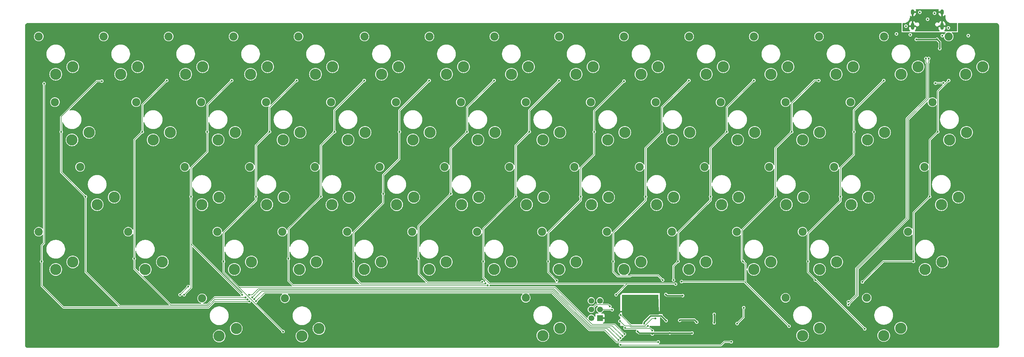
<source format=gbr>
%TF.GenerationSoftware,KiCad,Pcbnew,8.0.7*%
%TF.CreationDate,2025-01-15T11:07:51-06:00*%
%TF.ProjectId,boethia60,626f6574-6869-4613-9630-2e6b69636164,rev?*%
%TF.SameCoordinates,Original*%
%TF.FileFunction,Copper,L2,Bot*%
%TF.FilePolarity,Positive*%
%FSLAX46Y46*%
G04 Gerber Fmt 4.6, Leading zero omitted, Abs format (unit mm)*
G04 Created by KiCad (PCBNEW 8.0.7) date 2025-01-15 11:07:51*
%MOMM*%
%LPD*%
G01*
G04 APERTURE LIST*
%TA.AperFunction,ComponentPad*%
%ADD10C,3.300000*%
%TD*%
%TA.AperFunction,ComponentPad*%
%ADD11C,2.400000*%
%TD*%
%TA.AperFunction,ComponentPad*%
%ADD12O,1.000000X2.100000*%
%TD*%
%TA.AperFunction,ComponentPad*%
%ADD13O,1.000000X1.600000*%
%TD*%
%TA.AperFunction,ComponentPad*%
%ADD14C,1.700000*%
%TD*%
%TA.AperFunction,ComponentPad*%
%ADD15R,1.700000X1.700000*%
%TD*%
%TA.AperFunction,ViaPad*%
%ADD16C,0.600000*%
%TD*%
%TA.AperFunction,Conductor*%
%ADD17C,0.381000*%
%TD*%
%TA.AperFunction,Conductor*%
%ADD18C,0.200000*%
%TD*%
G04 APERTURE END LIST*
D10*
%TO.P,SW32,1,1*%
%TO.N,Net-(D31-A)*%
X244712500Y-66050000D03*
%TO.P,SW32,2,2*%
%TO.N,col1*%
X239712500Y-68250000D03*
D11*
%TO.P,SW32,MP*%
%TO.N,N/C*%
X234712500Y-57150000D03*
%TD*%
D10*
%TO.P,SW53,1,1*%
%TO.N,Net-(D52-A)*%
X82787500Y-85100000D03*
%TO.P,SW53,2,2*%
%TO.N,col9*%
X77787500Y-87300000D03*
D11*
%TO.P,SW53,MP*%
%TO.N,N/C*%
X72787500Y-76200000D03*
%TD*%
D10*
%TO.P,SW4,1,1*%
%TO.N,Net-(D3-A)*%
X240265000Y-27701250D03*
%TO.P,SW4,2,2*%
%TO.N,col2*%
X235265000Y-29901250D03*
D11*
%TO.P,SW4,MP*%
%TO.N,N/C*%
X230265000Y-18801250D03*
%TD*%
D10*
%TO.P,SW47,1,1*%
%TO.N,Net-(D46-A)*%
X197087500Y-85100000D03*
%TO.P,SW47,2,2*%
%TO.N,col3*%
X192087500Y-87300000D03*
D11*
%TO.P,SW47,MP*%
%TO.N,N/C*%
X187087500Y-76200000D03*
%TD*%
D10*
%TO.P,SW6,1,1*%
%TO.N,Net-(D5-A)*%
X202165000Y-27701250D03*
%TO.P,SW6,2,2*%
%TO.N,col4*%
X197165000Y-29901250D03*
D11*
%TO.P,SW6,MP*%
%TO.N,N/C*%
X192165000Y-18801250D03*
%TD*%
D10*
%TO.P,SW45,1,1*%
%TO.N,Net-(D44-A)*%
X235425000Y-85100000D03*
%TO.P,SW45,2,2*%
%TO.N,col1*%
X230425000Y-87300000D03*
D11*
%TO.P,SW45,MP*%
%TO.N,N/C*%
X225425000Y-76200000D03*
%TD*%
D10*
%TO.P,SW36,1,1*%
%TO.N,Net-(D35-A)*%
X168512500Y-66062500D03*
%TO.P,SW36,2,2*%
%TO.N,col5*%
X163512500Y-68262500D03*
D11*
%TO.P,SW36,MP*%
%TO.N,N/C*%
X158512500Y-57162500D03*
%TD*%
D10*
%TO.P,SW10,1,1*%
%TO.N,Net-(D9-A)*%
X125965000Y-27701250D03*
%TO.P,SW10,2,2*%
%TO.N,col8*%
X120965000Y-29901250D03*
D11*
%TO.P,SW10,MP*%
%TO.N,N/C*%
X115965000Y-18801250D03*
%TD*%
D10*
%TO.P,SW58,1,1*%
%TO.N,Net-(D57-A)*%
X230425000Y-104556250D03*
%TO.P,SW58,2,2*%
%TO.N,col2*%
X225425000Y-106756250D03*
D11*
%TO.P,SW58,MP*%
%TO.N,N/C*%
X220425000Y-95656250D03*
%TD*%
D10*
%TO.P,SW7,1,1*%
%TO.N,Net-(D6-A)*%
X183037500Y-27701250D03*
%TO.P,SW7,2,2*%
%TO.N,col5*%
X178037500Y-29901250D03*
D11*
%TO.P,SW7,MP*%
%TO.N,N/C*%
X173037500Y-18801250D03*
%TD*%
D10*
%TO.P,SW31,1,1*%
%TO.N,Net-(D30-A)*%
X271143750Y-66050000D03*
%TO.P,SW31,2,2*%
%TO.N,col0*%
X266143750Y-68250000D03*
D11*
%TO.P,SW31,MP*%
%TO.N,N/C*%
X261143750Y-57150000D03*
%TD*%
D10*
%TO.P,SW9,1,1*%
%TO.N,Net-(D8-A)*%
X145015000Y-27701250D03*
%TO.P,SW9,2,2*%
%TO.N,col7*%
X140015000Y-29901250D03*
D11*
%TO.P,SW9,MP*%
%TO.N,N/C*%
X135015000Y-18801250D03*
%TD*%
D12*
%TO.P,USB1,13,SHIELD*%
%TO.N,GND*%
X266321000Y-15784000D03*
D13*
X266321000Y-11604000D03*
D12*
X257681000Y-15784000D03*
D13*
X257681000Y-11604000D03*
%TD*%
D10*
%TO.P,SW15,1,1*%
%TO.N,Net-(D14-A)*%
X30400000Y-27701250D03*
%TO.P,SW15,2,2*%
%TO.N,col13*%
X25400000Y-29901250D03*
D11*
%TO.P,SW15,MP*%
%TO.N,N/C*%
X20400000Y-18801250D03*
%TD*%
D10*
%TO.P,SW14,1,1*%
%TO.N,Net-(D13-A)*%
X49450000Y-27701250D03*
%TO.P,SW14,2,2*%
%TO.N,col12*%
X44450000Y-29901250D03*
D11*
%TO.P,SW14,MP*%
%TO.N,N/C*%
X39450000Y-18801250D03*
%TD*%
D10*
%TO.P,SW24,1,1*%
%TO.N,Net-(D23-A)*%
X135175000Y-47000000D03*
%TO.P,SW24,2,2*%
%TO.N,col7*%
X130175000Y-49200000D03*
D11*
%TO.P,SW24,MP*%
%TO.N,N/C*%
X125175000Y-38100000D03*
%TD*%
D10*
%TO.P,SW50,1,1*%
%TO.N,Net-(D49-A)*%
X139937500Y-85100000D03*
%TO.P,SW50,2,2*%
%TO.N,col6*%
X134937500Y-87300000D03*
D11*
%TO.P,SW50,MP*%
%TO.N,N/C*%
X129937500Y-76200000D03*
%TD*%
D10*
%TO.P,SW17,1,1*%
%TO.N,Net-(D16-A)*%
X273525000Y-47000000D03*
%TO.P,SW17,2,2*%
%TO.N,col0*%
X268525000Y-49200000D03*
D11*
%TO.P,SW17,MP*%
%TO.N,N/C*%
X263525000Y-38100000D03*
%TD*%
D10*
%TO.P,SW44,1,1*%
%TO.N,Net-(D43-A)*%
X266381250Y-85100000D03*
%TO.P,SW44,2,2*%
%TO.N,col0*%
X261381250Y-87300000D03*
D11*
%TO.P,SW44,MP*%
%TO.N,N/C*%
X256381250Y-76200000D03*
%TD*%
D10*
%TO.P,SW5,1,1*%
%TO.N,Net-(D4-A)*%
X221137500Y-27701250D03*
%TO.P,SW5,2,2*%
%TO.N,col3*%
X216137500Y-29901250D03*
D11*
%TO.P,SW5,MP*%
%TO.N,N/C*%
X211137500Y-18801250D03*
%TD*%
D10*
%TO.P,SW21,1,1*%
%TO.N,Net-(D20-A)*%
X192325000Y-47000000D03*
%TO.P,SW21,2,2*%
%TO.N,col4*%
X187325000Y-49200000D03*
D11*
%TO.P,SW21,MP*%
%TO.N,N/C*%
X182325000Y-38100000D03*
%TD*%
D10*
%TO.P,SW20,1,1*%
%TO.N,Net-(D19-A)*%
X211375000Y-47000000D03*
%TO.P,SW20,2,2*%
%TO.N,col3*%
X206375000Y-49200000D03*
D11*
%TO.P,SW20,MP*%
%TO.N,N/C*%
X201375000Y-38100000D03*
%TD*%
D10*
%TO.P,SW43,1,1*%
%TO.N,Net-(D42-A)*%
X23493750Y-66050000D03*
%TO.P,SW43,2,2*%
%TO.N,col13*%
X18493750Y-68250000D03*
D11*
%TO.P,SW43,MP*%
%TO.N,N/C*%
X13493750Y-57150000D03*
%TD*%
D10*
%TO.P,SW34,1,1*%
%TO.N,Net-(D33-A)*%
X206682500Y-66062500D03*
%TO.P,SW34,2,2*%
%TO.N,col3*%
X201682500Y-68262500D03*
D11*
%TO.P,SW34,MP*%
%TO.N,N/C*%
X196682500Y-57162500D03*
%TD*%
D10*
%TO.P,SW16,1,1*%
%TO.N,Net-(D15-A)*%
X11350000Y-27701250D03*
%TO.P,SW16,2,2*%
%TO.N,col14*%
X6350000Y-29901250D03*
D11*
%TO.P,SW16,MP*%
%TO.N,N/C*%
X1350000Y-18801250D03*
%TD*%
D10*
%TO.P,SW2,1,1*%
%TO.N,Net-(D1-A)*%
X278287500Y-27701250D03*
%TO.P,SW2,2,2*%
%TO.N,col0*%
X273287500Y-29901250D03*
D11*
%TO.P,SW2,MP*%
%TO.N,N/C*%
X268287500Y-18801250D03*
%TD*%
D10*
%TO.P,SW40,1,1*%
%TO.N,Net-(D39-A)*%
X92382500Y-66062500D03*
%TO.P,SW40,2,2*%
%TO.N,col9*%
X87382500Y-68262500D03*
D11*
%TO.P,SW40,MP*%
%TO.N,N/C*%
X82382500Y-57162500D03*
%TD*%
D10*
%TO.P,SW60,1,1*%
%TO.N,Net-(D59-A)*%
X83581250Y-104695000D03*
%TO.P,SW60,2,2*%
%TO.N,col10*%
X78581250Y-106895000D03*
D11*
%TO.P,SW60,MP*%
%TO.N,N/C*%
X73581250Y-95795000D03*
%TD*%
D10*
%TO.P,SW3,1,1*%
%TO.N,Net-(D2-A)*%
X259315000Y-27701250D03*
%TO.P,SW3,2,2*%
%TO.N,col1*%
X254315000Y-29901250D03*
D11*
%TO.P,SW3,MP*%
%TO.N,N/C*%
X249315000Y-18801250D03*
%TD*%
D10*
%TO.P,SW28,1,1*%
%TO.N,Net-(D27-A)*%
X58975000Y-47000000D03*
%TO.P,SW28,2,2*%
%TO.N,col11*%
X53975000Y-49200000D03*
D11*
%TO.P,SW28,MP*%
%TO.N,N/C*%
X48975000Y-38100000D03*
%TD*%
D10*
%TO.P,SW39,1,1*%
%TO.N,Net-(D38-A)*%
X111362500Y-66062500D03*
%TO.P,SW39,2,2*%
%TO.N,col8*%
X106362500Y-68262500D03*
D11*
%TO.P,SW39,MP*%
%TO.N,N/C*%
X101362500Y-57162500D03*
%TD*%
D10*
%TO.P,SW25,1,1*%
%TO.N,Net-(D24-A)*%
X116125000Y-47000000D03*
%TO.P,SW25,2,2*%
%TO.N,col8*%
X111125000Y-49200000D03*
D11*
%TO.P,SW25,MP*%
%TO.N,N/C*%
X106125000Y-38100000D03*
%TD*%
D10*
%TO.P,SW22,1,1*%
%TO.N,Net-(D21-A)*%
X173275000Y-47000000D03*
%TO.P,SW22,2,2*%
%TO.N,col5*%
X168275000Y-49200000D03*
D11*
%TO.P,SW22,MP*%
%TO.N,N/C*%
X163275000Y-38100000D03*
%TD*%
D10*
%TO.P,SW55,1,1*%
%TO.N,Net-(D54-A)*%
X37613750Y-85112500D03*
%TO.P,SW55,2,2*%
%TO.N,col12*%
X32613750Y-87312500D03*
D11*
%TO.P,SW55,MP*%
%TO.N,N/C*%
X27613750Y-76212500D03*
%TD*%
D10*
%TO.P,SW54,1,1*%
%TO.N,Net-(D53-A)*%
X63737500Y-85100000D03*
%TO.P,SW54,2,2*%
%TO.N,col10*%
X58737500Y-87300000D03*
D11*
%TO.P,SW54,MP*%
%TO.N,N/C*%
X53737500Y-76200000D03*
%TD*%
D10*
%TO.P,SW29,1,1*%
%TO.N,Net-(D28-A)*%
X39925000Y-47000000D03*
%TO.P,SW29,2,2*%
%TO.N,col12*%
X34925000Y-49200000D03*
D11*
%TO.P,SW29,MP*%
%TO.N,N/C*%
X29925000Y-38100000D03*
%TD*%
D10*
%TO.P,SW46,1,1*%
%TO.N,Net-(D45-A)*%
X216137500Y-85100000D03*
%TO.P,SW46,2,2*%
%TO.N,col2*%
X211137500Y-87300000D03*
D11*
%TO.P,SW46,MP*%
%TO.N,N/C*%
X206137500Y-76200000D03*
%TD*%
D10*
%TO.P,SW23,1,1*%
%TO.N,Net-(D22-A)*%
X154225000Y-47000000D03*
%TO.P,SW23,2,2*%
%TO.N,col6*%
X149225000Y-49200000D03*
D11*
%TO.P,SW23,MP*%
%TO.N,N/C*%
X144225000Y-38100000D03*
%TD*%
D10*
%TO.P,SW35,1,1*%
%TO.N,Net-(D34-A)*%
X187636000Y-66040000D03*
%TO.P,SW35,2,2*%
%TO.N,col4*%
X182636000Y-68240000D03*
D11*
%TO.P,SW35,MP*%
%TO.N,N/C*%
X177636000Y-57140000D03*
%TD*%
D10*
%TO.P,SW37,1,1*%
%TO.N,Net-(D36-A)*%
X149462500Y-66062500D03*
%TO.P,SW37,2,2*%
%TO.N,col6*%
X144462500Y-68262500D03*
D11*
%TO.P,SW37,MP*%
%TO.N,N/C*%
X139462500Y-57162500D03*
%TD*%
D10*
%TO.P,SW12,1,1*%
%TO.N,Net-(D11-A)*%
X87550000Y-27701250D03*
%TO.P,SW12,2,2*%
%TO.N,col10*%
X82550000Y-29901250D03*
D11*
%TO.P,SW12,MP*%
%TO.N,N/C*%
X77550000Y-18801250D03*
%TD*%
D10*
%TO.P,SW26,1,1*%
%TO.N,Net-(D25-A)*%
X97075000Y-47000000D03*
%TO.P,SW26,2,2*%
%TO.N,col9*%
X92075000Y-49200000D03*
D11*
%TO.P,SW26,MP*%
%TO.N,N/C*%
X87075000Y-38100000D03*
%TD*%
D10*
%TO.P,SW61,1,1*%
%TO.N,Net-(D60-A)*%
X59290000Y-104695000D03*
%TO.P,SW61,2,2*%
%TO.N,col11*%
X54290000Y-106895000D03*
D11*
%TO.P,SW61,MP*%
%TO.N,N/C*%
X49290000Y-95795000D03*
%TD*%
D10*
%TO.P,SW52,1,1*%
%TO.N,Net-(D51-A)*%
X101837500Y-85100000D03*
%TO.P,SW52,2,2*%
%TO.N,col8*%
X96837500Y-87300000D03*
D11*
%TO.P,SW52,MP*%
%TO.N,N/C*%
X91837500Y-76200000D03*
%TD*%
D10*
%TO.P,SW41,1,1*%
%TO.N,Net-(D40-A)*%
X73262500Y-66062500D03*
%TO.P,SW41,2,2*%
%TO.N,col10*%
X68262500Y-68262500D03*
D11*
%TO.P,SW41,MP*%
%TO.N,N/C*%
X63262500Y-57162500D03*
%TD*%
D10*
%TO.P,SW27,1,1*%
%TO.N,Net-(D26-A)*%
X78025000Y-47000000D03*
%TO.P,SW27,2,2*%
%TO.N,col10*%
X73025000Y-49200000D03*
D11*
%TO.P,SW27,MP*%
%TO.N,N/C*%
X68025000Y-38100000D03*
%TD*%
D10*
%TO.P,SW56,1,1*%
%TO.N,Net-(D55-A)*%
X11350000Y-85112500D03*
%TO.P,SW56,2,2*%
%TO.N,col14*%
X6350000Y-87312500D03*
D11*
%TO.P,SW56,MP*%
%TO.N,N/C*%
X1350000Y-76212500D03*
%TD*%
D10*
%TO.P,SW59,1,1*%
%TO.N,Net-(D58-A)*%
X154225000Y-104556250D03*
%TO.P,SW59,2,2*%
%TO.N,col6*%
X149225000Y-106756250D03*
D11*
%TO.P,SW59,MP*%
%TO.N,N/C*%
X144225000Y-95656250D03*
%TD*%
D10*
%TO.P,SW11,1,1*%
%TO.N,Net-(D10-A)*%
X106915000Y-27701250D03*
%TO.P,SW11,2,2*%
%TO.N,col9*%
X101915000Y-29901250D03*
D11*
%TO.P,SW11,MP*%
%TO.N,N/C*%
X96915000Y-18801250D03*
%TD*%
D10*
%TO.P,SW57,1,1*%
%TO.N,Net-(D56-A)*%
X254237500Y-104556250D03*
%TO.P,SW57,2,2*%
%TO.N,col1*%
X249237500Y-106756250D03*
D11*
%TO.P,SW57,MP*%
%TO.N,N/C*%
X244237500Y-95656250D03*
%TD*%
D10*
%TO.P,SW42,1,1*%
%TO.N,Net-(D41-A)*%
X54212500Y-66062500D03*
%TO.P,SW42,2,2*%
%TO.N,col11*%
X49212500Y-68262500D03*
D11*
%TO.P,SW42,MP*%
%TO.N,N/C*%
X44212500Y-57162500D03*
%TD*%
D10*
%TO.P,SW13,1,1*%
%TO.N,Net-(D12-A)*%
X68500000Y-27701250D03*
%TO.P,SW13,2,2*%
%TO.N,col11*%
X63500000Y-29901250D03*
D11*
%TO.P,SW13,MP*%
%TO.N,N/C*%
X58500000Y-18801250D03*
%TD*%
D14*
%TO.P,J1,1,Pin_1*%
%TO.N,unconnected-(J1-Pin_1-Pad1)*%
X163449000Y-96520000D03*
%TO.P,J1,2,Pin_2*%
%TO.N,+3V3*%
X165989000Y-96520000D03*
%TO.P,J1,3,Pin_3*%
%TO.N,/SWCLK*%
X163449000Y-99060000D03*
%TO.P,J1,4,Pin_4*%
%TO.N,/SWD*%
X165989000Y-99060000D03*
%TO.P,J1,5,Pin_5*%
%TO.N,/RUN*%
X163449000Y-101600000D03*
D15*
%TO.P,J1,6,Pin_6*%
%TO.N,GND*%
X165989000Y-101600000D03*
%TD*%
D10*
%TO.P,SW30,1,1*%
%TO.N,Net-(D29-A)*%
X16112500Y-47000000D03*
%TO.P,SW30,2,2*%
%TO.N,col13*%
X11112500Y-49200000D03*
D11*
%TO.P,SW30,MP*%
%TO.N,N/C*%
X6112500Y-38100000D03*
%TD*%
D10*
%TO.P,SW8,1,1*%
%TO.N,Net-(D7-A)*%
X163987500Y-27701250D03*
%TO.P,SW8,2,2*%
%TO.N,col6*%
X158987500Y-29901250D03*
D11*
%TO.P,SW8,MP*%
%TO.N,N/C*%
X153987500Y-18801250D03*
%TD*%
D10*
%TO.P,SW51,1,1*%
%TO.N,Net-(D50-A)*%
X120887500Y-85100000D03*
%TO.P,SW51,2,2*%
%TO.N,col7*%
X115887500Y-87300000D03*
D11*
%TO.P,SW51,MP*%
%TO.N,N/C*%
X110887500Y-76200000D03*
%TD*%
D10*
%TO.P,SW19,1,1*%
%TO.N,Net-(D18-A)*%
X230425000Y-47000000D03*
%TO.P,SW19,2,2*%
%TO.N,col2*%
X225425000Y-49200000D03*
D11*
%TO.P,SW19,MP*%
%TO.N,N/C*%
X220425000Y-38100000D03*
%TD*%
D10*
%TO.P,SW38,1,1*%
%TO.N,Net-(D37-A)*%
X130412500Y-66062500D03*
%TO.P,SW38,2,2*%
%TO.N,col7*%
X125412500Y-68262500D03*
D11*
%TO.P,SW38,MP*%
%TO.N,N/C*%
X120412500Y-57162500D03*
%TD*%
D10*
%TO.P,SW49,1,1*%
%TO.N,Net-(D48-A)*%
X158987500Y-85100000D03*
%TO.P,SW49,2,2*%
%TO.N,col5*%
X153987500Y-87300000D03*
D11*
%TO.P,SW49,MP*%
%TO.N,N/C*%
X148987500Y-76200000D03*
%TD*%
D10*
%TO.P,SW48,1,1*%
%TO.N,Net-(D47-A)*%
X178037500Y-85100000D03*
%TO.P,SW48,2,2*%
%TO.N,col4*%
X173037500Y-87300000D03*
D11*
%TO.P,SW48,MP*%
%TO.N,N/C*%
X168037500Y-76200000D03*
%TD*%
D10*
%TO.P,SW33,1,1*%
%TO.N,Net-(D32-A)*%
X225662500Y-66050000D03*
%TO.P,SW33,2,2*%
%TO.N,col2*%
X220662500Y-68250000D03*
D11*
%TO.P,SW33,MP*%
%TO.N,N/C*%
X215662500Y-57150000D03*
%TD*%
D10*
%TO.P,SW18,1,1*%
%TO.N,Net-(D17-A)*%
X249475000Y-47000000D03*
%TO.P,SW18,2,2*%
%TO.N,col1*%
X244475000Y-49200000D03*
D11*
%TO.P,SW18,MP*%
%TO.N,N/C*%
X239475000Y-38100000D03*
%TD*%
D16*
%TO.N,GND*%
X276479000Y-82931000D03*
%TO.N,*%
X252984000Y-18034000D03*
X266446000Y-18542000D03*
X257048000Y-18288000D03*
X274066000Y-18542000D03*
X262128000Y-13716000D03*
X264160000Y-11938000D03*
X268224000Y-16256000D03*
X259842000Y-11684000D03*
X255778000Y-15748000D03*
%TO.N,+3V3*%
X193000000Y-106000000D03*
X181356000Y-106299000D03*
X177038000Y-105537000D03*
X199500000Y-103000000D03*
X186500000Y-106000000D03*
X190246000Y-94996000D03*
X185347731Y-94652269D03*
X199500000Y-100500000D03*
%TO.N,GND*%
X198500000Y-104500000D03*
X201803000Y-100203000D03*
X217203250Y-108796750D03*
X198628000Y-98552000D03*
X259322500Y-22745000D03*
X179070000Y-107188000D03*
X187363000Y-100418800D03*
X198500000Y-107500000D03*
X205613000Y-107895000D03*
X198628000Y-96520000D03*
X187500000Y-108000000D03*
X280035000Y-61341000D03*
X190754000Y-92329000D03*
X173736000Y-99822000D03*
X206502000Y-95377000D03*
X198628000Y-97536000D03*
X173736000Y-97409000D03*
X198500000Y-105500000D03*
X178054000Y-107188000D03*
X181864000Y-98933000D03*
X198500000Y-106500000D03*
%TO.N,+1V1*%
X189384683Y-102287473D03*
X178945635Y-103250800D03*
X185409609Y-102372518D03*
X194376000Y-102804000D03*
%TO.N,row0*%
X266751985Y-32436985D03*
X264414000Y-32512000D03*
%TO.N,row4*%
X204500000Y-108585500D03*
X172010048Y-109489952D03*
X42799000Y-94756250D03*
X45212000Y-92356250D03*
%TO.N,DN*%
X262420003Y-25273000D03*
X238887000Y-97663000D03*
%TO.N,DP*%
X238862737Y-96838734D03*
X261620000Y-25273000D03*
%TO.N,/RUN*%
X181371000Y-105309500D03*
X173355000Y-104521000D03*
%TO.N,/CS*%
X206248000Y-103216000D03*
X208153000Y-98552000D03*
%TO.N,col0*%
X268287500Y-31750000D03*
X262731250Y-65881250D03*
X257968750Y-84931250D03*
X243000000Y-91000000D03*
X265112500Y-46831250D03*
%TO.N,col1*%
X236537500Y-65881250D03*
X229203125Y-90437500D03*
X249237500Y-31750000D03*
X243681250Y-104775000D03*
X227012500Y-84931250D03*
X240506250Y-46831250D03*
%TO.N,col2*%
X230187500Y-31750000D03*
X222250000Y-46831250D03*
X221456250Y-103981250D03*
X189910128Y-90910128D03*
X207962500Y-84931250D03*
X217487500Y-65881250D03*
%TO.N,col3*%
X211137500Y-31750000D03*
X203200000Y-46831250D03*
X187579000Y-90437500D03*
X198437500Y-65881250D03*
X188912500Y-84931250D03*
%TO.N,col4*%
X184404000Y-90437500D03*
X179387500Y-65881250D03*
X184150000Y-46831250D03*
X192087500Y-31750000D03*
X169862500Y-84931250D03*
%TO.N,col5*%
X153289000Y-90556250D03*
X164306250Y-46831250D03*
X173037500Y-31943750D03*
X160337500Y-65881250D03*
X150812500Y-84931250D03*
%TO.N,col6*%
X131762500Y-84931250D03*
X141287500Y-65881250D03*
X170713236Y-94756249D03*
X145256250Y-46831250D03*
X188163000Y-91638500D03*
X153987500Y-31750000D03*
%TO.N,col7*%
X127000000Y-46831250D03*
X134937500Y-31750000D03*
X131445000Y-90956250D03*
X122237500Y-65087500D03*
X112712500Y-84137500D03*
%TO.N,col8*%
X115887500Y-31750000D03*
X132437017Y-91356250D03*
X102393750Y-65087500D03*
X93662500Y-84931250D03*
X107156250Y-46831250D03*
%TO.N,col9*%
X133096000Y-91956250D03*
X96837500Y-31750000D03*
X84137500Y-65881250D03*
X74612500Y-84137500D03*
X88106250Y-46831250D03*
%TO.N,col10*%
X173170742Y-106329258D03*
X73025000Y-105568750D03*
X69056250Y-46831250D03*
X65087500Y-65881250D03*
X76993750Y-31750000D03*
X55562500Y-84931250D03*
%TO.N,col11*%
X44000000Y-94756250D03*
X61000000Y-94756250D03*
X172605055Y-106894945D03*
X46037500Y-65881250D03*
X57943750Y-31750000D03*
X50800000Y-46831250D03*
X63061028Y-94756250D03*
%TO.N,col12*%
X64000000Y-95500000D03*
X31750000Y-46831250D03*
X62000000Y-95500000D03*
X172000000Y-107500000D03*
X38893750Y-31750000D03*
X29368750Y-84137500D03*
%TO.N,col13*%
X171434313Y-108065687D03*
X19843750Y-31943750D03*
X64565687Y-96065687D03*
X7937500Y-46831250D03*
X15081250Y-65881250D03*
X62616978Y-96100000D03*
%TO.N,col14*%
X65131374Y-96631374D03*
X183092058Y-108640500D03*
X63102776Y-96735614D03*
X2194000Y-84963000D03*
X2921000Y-32639000D03*
%TO.N,/SWD*%
X180069433Y-103921000D03*
X171831000Y-102489000D03*
X169588758Y-99143242D03*
%TO.N,/SWCLK*%
X168910000Y-98171000D03*
X172030815Y-100736770D03*
X182249347Y-101744854D03*
%TO.N,VBUS*%
X264859545Y-19620455D03*
X265684000Y-22352000D03*
X258806258Y-19665258D03*
%TD*%
D17*
%TO.N,GND*%
X276479000Y-92521000D02*
X276479000Y-82931000D01*
X260203250Y-108796750D02*
X276479000Y-92521000D01*
%TO.N,+3V3*%
X199500000Y-103000000D02*
X199500000Y-100500000D01*
X181655000Y-106000000D02*
X181356000Y-106299000D01*
X183500000Y-106000000D02*
X181655000Y-106000000D01*
X193000000Y-106000000D02*
X183500000Y-106000000D01*
X190246000Y-94996000D02*
X185691462Y-94996000D01*
X177501000Y-106000000D02*
X177038000Y-105537000D01*
X185691462Y-94996000D02*
X185347731Y-94652269D01*
X181655000Y-106000000D02*
X177501000Y-106000000D01*
%TO.N,GND*%
X198895000Y-107895000D02*
X198290000Y-108500000D01*
X174117000Y-92329000D02*
X190754000Y-92329000D01*
X198628000Y-96520000D02*
X198628000Y-97536000D01*
X196329000Y-92329000D02*
X198628000Y-94628000D01*
X198500000Y-106500000D02*
X198500000Y-107500000D01*
X188000000Y-108500000D02*
X187450000Y-107950000D01*
X171259500Y-103441500D02*
X169418000Y-101600000D01*
X190754000Y-92329000D02*
X196329000Y-92329000D01*
X198628000Y-94628000D02*
X198628000Y-96520000D01*
X280035000Y-43307000D02*
X280035000Y-61341000D01*
X268978000Y-27424000D02*
X268978000Y-32250000D01*
X170942000Y-99695000D02*
X173609000Y-99695000D01*
X268978000Y-32250000D02*
X269621000Y-32893000D01*
X179070000Y-107188000D02*
X178054000Y-107188000D01*
X178054000Y-107188000D02*
X175045485Y-107188000D01*
X169418000Y-101600000D02*
X165989000Y-101600000D01*
X204500000Y-107895000D02*
X205613000Y-107895000D01*
X259945500Y-23368000D02*
X264922000Y-23368000D01*
X198895000Y-107895000D02*
X198500000Y-107500000D01*
X188000000Y-108500000D02*
X187500000Y-108000000D01*
X170942000Y-95504000D02*
X174117000Y-92329000D01*
X204895000Y-107895000D02*
X204500000Y-107895000D01*
X201803000Y-100203000D02*
X206502000Y-95504000D01*
X186688000Y-107188000D02*
X179070000Y-107188000D01*
X187500000Y-108000000D02*
X186688000Y-107188000D01*
X170942000Y-103124000D02*
X170942000Y-101473000D01*
X173609000Y-99695000D02*
X173736000Y-99822000D01*
X171259500Y-103441500D02*
X170942000Y-103124000D01*
X206514750Y-108796750D02*
X205613000Y-107895000D01*
X198500000Y-106500000D02*
X198500000Y-105500000D01*
X170942000Y-99695000D02*
X170942000Y-95504000D01*
X204500000Y-107895000D02*
X198895000Y-107895000D01*
X198500000Y-105500000D02*
X198500000Y-104500000D01*
X217203250Y-108796750D02*
X206514750Y-108796750D01*
X269621000Y-32893000D02*
X280035000Y-43307000D01*
X264922000Y-23368000D02*
X265430000Y-23876000D01*
D18*
X170942000Y-101473000D02*
X170815000Y-101600000D01*
D17*
X200279000Y-100203000D02*
X201803000Y-100203000D01*
X206502000Y-95504000D02*
X206502000Y-95377000D01*
X175045485Y-107188000D02*
X171298985Y-103441500D01*
X198628000Y-97536000D02*
X198628000Y-98552000D01*
X198290000Y-108500000D02*
X188000000Y-108500000D01*
X171298985Y-103441500D02*
X171259500Y-103441500D01*
X170942000Y-101473000D02*
X170942000Y-99695000D01*
X260203250Y-108796750D02*
X217203250Y-108796750D01*
X198628000Y-98552000D02*
X200279000Y-100203000D01*
X259322500Y-22745000D02*
X259945500Y-23368000D01*
X265430000Y-23876000D02*
X268978000Y-27424000D01*
%TO.N,+1V1*%
X180848000Y-100965000D02*
X184002091Y-100965000D01*
X178965935Y-103230500D02*
X178965935Y-102847065D01*
X184002091Y-100965000D02*
X185409609Y-102372518D01*
X194371000Y-102804000D02*
X193675000Y-102108000D01*
X178965935Y-102847065D02*
X180848000Y-100965000D01*
X193675000Y-102108000D02*
X189564156Y-102108000D01*
X189564156Y-102108000D02*
X189384683Y-102287473D01*
X178945635Y-103250800D02*
X178965935Y-103230500D01*
X194376000Y-102804000D02*
X194371000Y-102804000D01*
D18*
%TO.N,row0*%
X266751985Y-32436985D02*
X266893407Y-32578407D01*
X266893407Y-32578407D02*
X266827000Y-32512000D01*
X266827000Y-32512000D02*
X264414000Y-32512000D01*
%TO.N,row4*%
X201485500Y-109600000D02*
X202500000Y-108585500D01*
X45199000Y-92356250D02*
X42799000Y-94756250D01*
X202500000Y-108585500D02*
X204500000Y-108585500D01*
X172120096Y-109600000D02*
X201485500Y-109600000D01*
X45212000Y-92356250D02*
X45199000Y-92356250D01*
X172010048Y-109489952D02*
X172120096Y-109600000D01*
%TO.N,DN*%
X256413000Y-43090679D02*
X256413000Y-72301686D01*
X256413000Y-72301686D02*
X241573000Y-87141686D01*
X262420003Y-25273000D02*
X262420003Y-26377997D01*
X241573000Y-87141686D02*
X241573000Y-94977000D01*
X262420003Y-26377997D02*
X262274000Y-26524000D01*
X241573000Y-94977000D02*
X238887000Y-97663000D01*
X256413000Y-43090679D02*
X262274000Y-37229679D01*
X262274000Y-26524000D02*
X262274000Y-37229679D01*
%TO.N,DP*%
X256013000Y-72136000D02*
X241173000Y-86976000D01*
X261620000Y-26416000D02*
X261874000Y-26670000D01*
X239145580Y-96838734D02*
X238862737Y-96838734D01*
X256013000Y-42924993D02*
X256013000Y-72136000D01*
X241173000Y-86976000D02*
X241173000Y-94811314D01*
X261873999Y-37063994D02*
X256013000Y-42924993D01*
X261620000Y-25273000D02*
X261620000Y-26416000D01*
X261874000Y-26670000D02*
X261874000Y-37063994D01*
X241173000Y-94811314D02*
X239145580Y-96838734D01*
X261874000Y-37063994D02*
X261873999Y-37063994D01*
%TO.N,/RUN*%
X180747500Y-104686000D02*
X181371000Y-105309500D01*
X173355000Y-104521000D02*
X173520000Y-104686000D01*
X173520000Y-104686000D02*
X180747500Y-104686000D01*
%TO.N,/CS*%
X206248000Y-103216000D02*
X208153000Y-101311000D01*
X208153000Y-101311000D02*
X208153000Y-98552000D01*
%TO.N,col0*%
X268287500Y-31750000D02*
X265112500Y-34925000D01*
X249068750Y-84931250D02*
X243000000Y-91000000D01*
X257968750Y-84931250D02*
X249068750Y-84931250D01*
X265112500Y-34925000D02*
X265112500Y-46831250D01*
X257968750Y-70643750D02*
X257968750Y-84931250D01*
X265112500Y-46831250D02*
X262731250Y-49212500D01*
X262731250Y-49212500D02*
X262731250Y-65881250D01*
X262731250Y-65881250D02*
X257968750Y-70643750D01*
%TO.N,col1*%
X236537500Y-57446321D02*
X236537500Y-65881250D01*
X240506250Y-53477571D02*
X236537500Y-57446321D01*
X229343750Y-90437500D02*
X229203125Y-90437500D01*
X229453125Y-90546875D02*
X229343750Y-90437500D01*
X240506250Y-46831250D02*
X240506250Y-53477571D01*
X240506250Y-40481250D02*
X240506250Y-46831250D01*
X227012500Y-76733821D02*
X227012500Y-84931250D01*
X227012500Y-88106250D02*
X229453125Y-90546875D01*
X236537500Y-67208821D02*
X227012500Y-76733821D01*
X227012500Y-84931250D02*
X227012500Y-88106250D01*
X229453125Y-90546875D02*
X243681250Y-104775000D01*
X236537500Y-65881250D02*
X236537500Y-67208821D01*
X249237500Y-31750000D02*
X240506250Y-40481250D01*
%TO.N,col2*%
X208756250Y-91281250D02*
X208385128Y-90910128D01*
X230187500Y-31750000D02*
X228896321Y-31750000D01*
X208385128Y-90910128D02*
X189910128Y-90910128D01*
X207962500Y-84931250D02*
X208756250Y-85725000D01*
X208756250Y-91281250D02*
X221456250Y-103981250D01*
X222250000Y-46831250D02*
X217487500Y-51593750D01*
X217487500Y-51593750D02*
X217487500Y-65881250D01*
X217487500Y-65881250D02*
X207637500Y-75731250D01*
X222250000Y-38396321D02*
X222250000Y-46831250D01*
X228896321Y-31750000D02*
X222250000Y-38396321D01*
X208756250Y-85725000D02*
X208756250Y-91281250D01*
X207637500Y-84606250D02*
X207962500Y-84931250D01*
X207637500Y-75731250D02*
X207637500Y-84606250D01*
%TO.N,col3*%
X198437500Y-66971321D02*
X188912500Y-76496321D01*
X198437500Y-65881250D02*
X198437500Y-66971321D01*
X211137500Y-31750000D02*
X203200000Y-39687500D01*
X203200000Y-46831250D02*
X198437500Y-51593750D01*
X187579000Y-90437500D02*
X187579000Y-86264750D01*
X187579000Y-86264750D02*
X188912500Y-84931250D01*
X188912500Y-76496321D02*
X188912500Y-84931250D01*
X203200000Y-39687500D02*
X203200000Y-46831250D01*
X198437500Y-51593750D02*
X198437500Y-65881250D01*
%TO.N,col4*%
X182993500Y-89027000D02*
X175133000Y-89027000D01*
X184404000Y-90437500D02*
X182993500Y-89027000D01*
X184150000Y-39687500D02*
X184150000Y-46831250D01*
X169862500Y-76496321D02*
X169862500Y-84931250D01*
X192087500Y-31750000D02*
X184150000Y-39687500D01*
X179387500Y-51593750D02*
X179387500Y-65881250D01*
X169862500Y-87947500D02*
X169862500Y-84931250D01*
X179387500Y-66971321D02*
X169862500Y-76496321D01*
X171196000Y-89281000D02*
X169862500Y-87947500D01*
X174879000Y-89281000D02*
X171196000Y-89281000D01*
X184150000Y-46831250D02*
X179387500Y-51593750D01*
X179387500Y-65881250D02*
X179387500Y-66971321D01*
X175133000Y-89027000D02*
X174879000Y-89281000D01*
%TO.N,col5*%
X164306250Y-46831250D02*
X164306250Y-53490071D01*
X173037500Y-31943750D02*
X164306250Y-40675000D01*
X150812500Y-76496321D02*
X150812500Y-84931250D01*
X164306250Y-40675000D02*
X164306250Y-45243750D01*
X150812500Y-88079750D02*
X150812500Y-84931250D01*
X164306250Y-53490071D02*
X160337500Y-57458821D01*
X153289000Y-90556250D02*
X150812500Y-88079750D01*
X160337500Y-57458821D02*
X160337500Y-65881250D01*
X160337500Y-66971321D02*
X150812500Y-76496321D01*
X164306250Y-45243750D02*
X164306250Y-46831250D01*
X160337500Y-65881250D02*
X160337500Y-66971321D01*
%TO.N,col6*%
X174000000Y-91500000D02*
X133568750Y-91500000D01*
X131762500Y-84931250D02*
X131762500Y-89693750D01*
X133568750Y-91500000D02*
X131762500Y-89693750D01*
X153987500Y-31750000D02*
X145256250Y-40481250D01*
X141287500Y-65881250D02*
X131762500Y-75406250D01*
X170713236Y-94756249D02*
X170743751Y-94756249D01*
X174000000Y-91500000D02*
X174010128Y-91510128D01*
X188034628Y-91510128D02*
X188163000Y-91638500D01*
X170743751Y-94756249D02*
X174000000Y-91500000D01*
X174010128Y-91510128D02*
X188034628Y-91510128D01*
X145256250Y-40481250D02*
X145256250Y-46831250D01*
X141287500Y-50800000D02*
X141287500Y-65881250D01*
X131762500Y-78581250D02*
X131762500Y-84931250D01*
X131762500Y-75406250D02*
X131762500Y-78581250D01*
X145256250Y-46831250D02*
X141287500Y-50800000D01*
%TO.N,col7*%
X127000000Y-39687500D02*
X127000000Y-46831250D01*
X122237500Y-65087500D02*
X112712500Y-74612500D01*
X112712500Y-74612500D02*
X112712500Y-84137500D01*
X112903000Y-88646000D02*
X115413250Y-91156250D01*
X115413250Y-91156250D02*
X131245000Y-91156250D01*
X134937500Y-31750000D02*
X127000000Y-39687500D01*
X131245000Y-91156250D02*
X131445000Y-90956250D01*
X112712500Y-84137500D02*
X112903000Y-84328000D01*
X122237500Y-51593750D02*
X122237500Y-65087500D01*
X127000000Y-46831250D02*
X122237500Y-51593750D01*
X112903000Y-84328000D02*
X112903000Y-88646000D01*
%TO.N,col8*%
X93726000Y-89408000D02*
X95874250Y-91556250D01*
X102393750Y-59531250D02*
X102393750Y-65087500D01*
X115887500Y-31750000D02*
X107156250Y-40481250D01*
X95874250Y-91556250D02*
X97663000Y-91556250D01*
X93662500Y-76496321D02*
X93662500Y-84931250D01*
X102393750Y-65087500D02*
X102393750Y-67765071D01*
X93726000Y-84994750D02*
X93726000Y-89408000D01*
X107156250Y-40481250D02*
X107156250Y-46831250D01*
X107156250Y-54768750D02*
X102393750Y-59531250D01*
X97663000Y-91556250D02*
X132237017Y-91556250D01*
X102393750Y-67765071D02*
X93662500Y-76496321D01*
X93662500Y-84931250D02*
X93726000Y-84994750D01*
X132237017Y-91556250D02*
X132437017Y-91356250D01*
X107156250Y-46831250D02*
X107156250Y-54768750D01*
%TO.N,col9*%
X74612500Y-90614500D02*
X75954250Y-91956250D01*
X74612500Y-75406250D02*
X74612500Y-84137500D01*
X84137500Y-65881250D02*
X74612500Y-75406250D01*
X88106250Y-46831250D02*
X84137500Y-50800000D01*
X84137500Y-50800000D02*
X84137500Y-65881250D01*
X96837500Y-31750000D02*
X88106250Y-40481250D01*
X75954250Y-91956250D02*
X133096000Y-91956250D01*
X74612500Y-84137500D02*
X74612500Y-90614500D01*
X88106250Y-40481250D02*
X88106250Y-46831250D01*
%TO.N,col10*%
X55562500Y-84931250D02*
X55562500Y-88106250D01*
X59978125Y-92521875D02*
X73025000Y-105568750D01*
X163722654Y-103500000D02*
X152778904Y-92556250D01*
X55562500Y-88106250D02*
X59978125Y-92521875D01*
X55562500Y-76496321D02*
X55562500Y-84931250D01*
X60012500Y-92556250D02*
X59978125Y-92521875D01*
X69056250Y-46831250D02*
X65087500Y-50800000D01*
X170341484Y-103500000D02*
X163722654Y-103500000D01*
X173170742Y-106329258D02*
X170341484Y-103500000D01*
X69056250Y-39687500D02*
X69056250Y-46831250D01*
X65087500Y-50800000D02*
X65087500Y-65881250D01*
X65087500Y-65881250D02*
X65087500Y-66971321D01*
X65087500Y-66971321D02*
X55562500Y-76496321D01*
X152778904Y-92556250D02*
X60012500Y-92556250D01*
X76993750Y-31750000D02*
X69056250Y-39687500D01*
%TO.N,col11*%
X46037500Y-65881250D02*
X46037500Y-79500000D01*
X50800000Y-46831250D02*
X50800000Y-52696321D01*
X57943750Y-31750000D02*
X50800000Y-38893750D01*
X79000000Y-92956250D02*
X65800000Y-92956250D01*
X152456250Y-92956250D02*
X79000000Y-92956250D01*
X169610110Y-103900000D02*
X168500000Y-103900000D01*
X46037500Y-92718750D02*
X44000000Y-94756250D01*
X50800000Y-52696321D02*
X46037500Y-57458821D01*
X46037500Y-57458821D02*
X46037500Y-65881250D01*
X168500000Y-103900000D02*
X163400000Y-103900000D01*
X50800000Y-38893750D02*
X50800000Y-46831250D01*
X156000000Y-96500000D02*
X152456250Y-92956250D01*
X46037500Y-79793750D02*
X46037500Y-79500000D01*
X64000000Y-94756250D02*
X63061028Y-94756250D01*
X61000000Y-94756250D02*
X46037500Y-79793750D01*
X172605055Y-106894945D02*
X169610110Y-103900000D01*
X65800000Y-92956250D02*
X64000000Y-94756250D01*
X163400000Y-103900000D02*
X156000000Y-96500000D01*
X46037500Y-79500000D02*
X46037500Y-92718750D01*
%TO.N,col12*%
X32766000Y-90424000D02*
X40038140Y-97696140D01*
X31750000Y-46831250D02*
X29368750Y-49212500D01*
X29368750Y-84137500D02*
X29368750Y-49212500D01*
X32766000Y-90424000D02*
X29368750Y-87026750D01*
X64000000Y-95500000D02*
X66143750Y-93356250D01*
X52500000Y-96000000D02*
X53000000Y-95500000D01*
X50803860Y-97696140D02*
X52500000Y-96000000D01*
X40038140Y-97696140D02*
X50803860Y-97696140D01*
X163234314Y-104300000D02*
X168800000Y-104300000D01*
X53000000Y-95500000D02*
X62000000Y-95500000D01*
X66143750Y-93356250D02*
X152290564Y-93356250D01*
X168800000Y-104300000D02*
X172000000Y-107500000D01*
X38893750Y-31750000D02*
X31750000Y-38893750D01*
X31750000Y-38893750D02*
X31750000Y-46831250D01*
X152290564Y-93356250D02*
X163234314Y-104300000D01*
X29368750Y-87026750D02*
X29368750Y-84137500D01*
%TO.N,col13*%
X168068626Y-104700000D02*
X171434313Y-108065687D01*
X18388241Y-31943750D02*
X7937500Y-42394491D01*
X15081250Y-88036250D02*
X25141140Y-98096140D01*
X152124878Y-93756250D02*
X163068628Y-104700000D01*
X7937500Y-58737500D02*
X15081250Y-65881250D01*
X64565687Y-96065687D02*
X64565687Y-95934313D01*
X50969546Y-98096140D02*
X52965686Y-96100000D01*
X66743750Y-93756250D02*
X152124878Y-93756250D01*
X7937500Y-42394491D02*
X7937500Y-46831250D01*
X7937500Y-46831250D02*
X7937500Y-58737500D01*
X52965686Y-96100000D02*
X62616978Y-96100000D01*
X19843750Y-31943750D02*
X18388241Y-31943750D01*
X163068628Y-104700000D02*
X168068626Y-104700000D01*
X25141140Y-98096140D02*
X50969546Y-98096140D01*
X64565687Y-95934313D02*
X66743750Y-93756250D01*
X15081250Y-65881250D02*
X15081250Y-88036250D01*
%TO.N,col14*%
X65131374Y-96631374D02*
X67606498Y-94156250D01*
X2194000Y-92040686D02*
X8649454Y-98496140D01*
X2194000Y-80298314D02*
X2921000Y-79571314D01*
X183066871Y-108665687D02*
X183092058Y-108640500D01*
X52895758Y-96735614D02*
X63102776Y-96735614D01*
X2194000Y-92040686D02*
X2194000Y-80298314D01*
X67606498Y-94156250D02*
X151959192Y-94156250D01*
X151959192Y-94156250D02*
X162902942Y-105100000D01*
X170902939Y-108665687D02*
X183066871Y-108665687D01*
X52815686Y-96815686D02*
X52895758Y-96735614D01*
X167337252Y-105100000D02*
X170868626Y-108631374D01*
X8649454Y-98496140D02*
X51135232Y-98496140D01*
X170868626Y-108631374D02*
X170902939Y-108665687D01*
X162902942Y-105100000D02*
X167337252Y-105100000D01*
X51135232Y-98496140D02*
X52815686Y-96815686D01*
X2921000Y-79571314D02*
X2921000Y-32639000D01*
%TO.N,/SWD*%
X175067500Y-104286000D02*
X174702500Y-103921000D01*
X179704433Y-104286000D02*
X175067500Y-104286000D01*
X174702500Y-103921000D02*
X173263000Y-103921000D01*
X169505516Y-99060000D02*
X165989000Y-99060000D01*
X169588758Y-99143242D02*
X169505516Y-99060000D01*
X173263000Y-103921000D02*
X171831000Y-102489000D01*
X180069433Y-103921000D02*
X179704433Y-104286000D01*
%TO.N,/SWCLK*%
X181300110Y-101744854D02*
X179158964Y-103886000D01*
X168409000Y-97670000D02*
X164839000Y-97670000D01*
X172083956Y-100736770D02*
X172030815Y-100736770D01*
X182249347Y-101744854D02*
X181300110Y-101744854D01*
X168910000Y-98171000D02*
X168409000Y-97670000D01*
X179158964Y-103886000D02*
X175233186Y-103886000D01*
X175233186Y-103886000D02*
X172083956Y-100736770D01*
X164839000Y-97670000D02*
X163449000Y-99060000D01*
D17*
%TO.N,VBUS*%
X258806258Y-19665258D02*
X258829384Y-19688384D01*
X265684000Y-20444910D02*
X264859545Y-19620455D01*
X265684000Y-22352000D02*
X265684000Y-20444910D01*
X258829384Y-19688384D02*
X264791616Y-19688384D01*
%TD*%
%TA.AperFunction,Conductor*%
%TO.N,GND*%
G36*
X254450113Y-14862521D02*
G01*
X254496610Y-14916174D01*
X254508000Y-14968524D01*
X254508000Y-17526000D01*
X267278760Y-17526000D01*
X267346881Y-17546002D01*
X267393374Y-17599658D01*
X267403478Y-17669932D01*
X267373984Y-17734512D01*
X267356152Y-17751431D01*
X267335714Y-17767338D01*
X267178518Y-17938100D01*
X267051575Y-18132401D01*
X267051574Y-18132403D01*
X267031413Y-18178364D01*
X266985731Y-18232712D01*
X266917918Y-18253734D01*
X266849505Y-18234756D01*
X266820802Y-18210260D01*
X266777126Y-18159855D01*
X266656053Y-18082047D01*
X266517961Y-18041500D01*
X266374039Y-18041500D01*
X266235946Y-18082047D01*
X266114873Y-18159855D01*
X266020623Y-18268626D01*
X265960835Y-18399543D01*
X265940353Y-18542000D01*
X265960835Y-18684456D01*
X266020623Y-18815373D01*
X266114873Y-18924144D01*
X266175409Y-18963048D01*
X266235947Y-19001953D01*
X266374039Y-19042500D01*
X266517961Y-19042500D01*
X266656053Y-19001953D01*
X266713081Y-18965302D01*
X266781199Y-18945301D01*
X266849320Y-18965302D01*
X266895813Y-19018958D01*
X266903344Y-19040369D01*
X266958342Y-19257549D01*
X266958344Y-19257553D01*
X267051575Y-19470098D01*
X267113707Y-19565199D01*
X267178521Y-19664403D01*
X267295018Y-19790953D01*
X267310447Y-19807714D01*
X267335716Y-19835163D01*
X267518873Y-19977719D01*
X267518874Y-19977720D01*
X267722997Y-20088186D01*
X267722999Y-20088187D01*
X267755621Y-20099386D01*
X267942519Y-20163548D01*
X268171451Y-20201750D01*
X268171455Y-20201750D01*
X268403545Y-20201750D01*
X268403549Y-20201750D01*
X268632481Y-20163548D01*
X268852003Y-20088186D01*
X269056126Y-19977720D01*
X269239284Y-19835163D01*
X269396479Y-19664403D01*
X269523424Y-19470099D01*
X269616657Y-19257550D01*
X269673634Y-19032555D01*
X269692800Y-18801250D01*
X269673634Y-18569945D01*
X269673633Y-18569941D01*
X269673632Y-18569935D01*
X269666558Y-18542000D01*
X273560353Y-18542000D01*
X273580835Y-18684456D01*
X273640623Y-18815373D01*
X273734873Y-18924144D01*
X273795409Y-18963048D01*
X273855947Y-19001953D01*
X273994039Y-19042500D01*
X274137961Y-19042500D01*
X274276053Y-19001953D01*
X274397128Y-18924143D01*
X274491377Y-18815373D01*
X274551165Y-18684457D01*
X274571647Y-18542000D01*
X274551165Y-18399543D01*
X274491377Y-18268627D01*
X274397128Y-18159857D01*
X274397127Y-18159856D01*
X274397126Y-18159855D01*
X274276053Y-18082047D01*
X274137961Y-18041500D01*
X273994039Y-18041500D01*
X273855946Y-18082047D01*
X273734873Y-18159855D01*
X273640623Y-18268626D01*
X273580835Y-18399543D01*
X273560353Y-18542000D01*
X269666558Y-18542000D01*
X269616657Y-18344950D01*
X269616655Y-18344946D01*
X269523424Y-18132401D01*
X269396481Y-17938100D01*
X269396480Y-17938099D01*
X269396479Y-17938097D01*
X269239284Y-17767337D01*
X269218848Y-17751431D01*
X269177378Y-17693806D01*
X269173645Y-17622907D01*
X269208835Y-17561246D01*
X269271776Y-17528398D01*
X269296240Y-17526000D01*
X271018000Y-17526000D01*
X271018000Y-14978888D01*
X271038002Y-14910767D01*
X271091658Y-14864274D01*
X271144080Y-14852889D01*
X282237551Y-14860475D01*
X282238350Y-14860527D01*
X282246087Y-14860526D01*
X282246092Y-14860528D01*
X282305801Y-14860526D01*
X282318127Y-14861130D01*
X282449767Y-14874094D01*
X282473973Y-14878909D01*
X282594585Y-14915494D01*
X282617400Y-14924945D01*
X282728550Y-14984355D01*
X282749086Y-14998076D01*
X282846507Y-15078027D01*
X282863971Y-15095491D01*
X282931876Y-15178234D01*
X282943921Y-15192910D01*
X282957644Y-15213449D01*
X283017054Y-15324599D01*
X283026507Y-15347420D01*
X283063089Y-15468021D01*
X283067906Y-15492240D01*
X283080867Y-15623850D01*
X283081473Y-15636200D01*
X283081472Y-15704671D01*
X283081474Y-15704700D01*
X283081474Y-109528347D01*
X283081472Y-109528381D01*
X283081473Y-109595787D01*
X283080867Y-109608136D01*
X283067907Y-109739753D01*
X283063088Y-109763979D01*
X283026508Y-109884576D01*
X283017055Y-109907398D01*
X282957646Y-110018546D01*
X282943924Y-110039083D01*
X282863974Y-110136505D01*
X282846507Y-110153973D01*
X282749088Y-110233922D01*
X282728551Y-110247644D01*
X282617402Y-110307054D01*
X282594580Y-110316507D01*
X282473979Y-110353089D01*
X282449756Y-110357907D01*
X282321352Y-110370551D01*
X282318219Y-110370860D01*
X282305870Y-110371466D01*
X282253443Y-110371465D01*
X282246092Y-110371465D01*
X282246091Y-110371465D01*
X282238385Y-110371465D01*
X282238351Y-110371467D01*
X-1889787Y-110371472D01*
X-1902136Y-110370865D01*
X-2033745Y-110357904D01*
X-2057966Y-110353087D01*
X-2178580Y-110316499D01*
X-2201394Y-110307049D01*
X-2312539Y-110247641D01*
X-2333077Y-110233918D01*
X-2430500Y-110153965D01*
X-2447965Y-110136500D01*
X-2527918Y-110039077D01*
X-2541641Y-110018539D01*
X-2601049Y-109907394D01*
X-2610501Y-109884576D01*
X-2647087Y-109763966D01*
X-2651904Y-109739747D01*
X-2664867Y-109608137D01*
X-2665474Y-109595786D01*
X-2665474Y-106895000D01*
X52434773Y-106895000D01*
X52453656Y-107159022D01*
X52453657Y-107159026D01*
X52509923Y-107417678D01*
X52540627Y-107500000D01*
X52602426Y-107665688D01*
X52602427Y-107665692D01*
X52653520Y-107759261D01*
X52729284Y-107898011D01*
X52886905Y-108108569D01*
X52887914Y-108109916D01*
X52887922Y-108109925D01*
X53075074Y-108297077D01*
X53075083Y-108297085D01*
X53075085Y-108297087D01*
X53286989Y-108455716D01*
X53286991Y-108455717D01*
X53434614Y-108536326D01*
X53519311Y-108582574D01*
X53767322Y-108675077D01*
X54025974Y-108731343D01*
X54290000Y-108750227D01*
X54554026Y-108731343D01*
X54812678Y-108675077D01*
X55060689Y-108582574D01*
X55293011Y-108455716D01*
X55504915Y-108297087D01*
X55692087Y-108109915D01*
X55850716Y-107898011D01*
X55977574Y-107665689D01*
X56070077Y-107417678D01*
X56126343Y-107159026D01*
X56145227Y-106895000D01*
X76726023Y-106895000D01*
X76744906Y-107159022D01*
X76744907Y-107159026D01*
X76801173Y-107417678D01*
X76831877Y-107500000D01*
X76893676Y-107665688D01*
X76893677Y-107665692D01*
X76944770Y-107759261D01*
X77020534Y-107898011D01*
X77178155Y-108108569D01*
X77179164Y-108109916D01*
X77179172Y-108109925D01*
X77366324Y-108297077D01*
X77366333Y-108297085D01*
X77366335Y-108297087D01*
X77578239Y-108455716D01*
X77578241Y-108455717D01*
X77725864Y-108536326D01*
X77810561Y-108582574D01*
X78058572Y-108675077D01*
X78317224Y-108731343D01*
X78581250Y-108750227D01*
X78845276Y-108731343D01*
X79103928Y-108675077D01*
X79351939Y-108582574D01*
X79584261Y-108455716D01*
X79796165Y-108297087D01*
X79983337Y-108109915D01*
X80141966Y-107898011D01*
X80268824Y-107665689D01*
X80361327Y-107417678D01*
X80417593Y-107159026D01*
X80436477Y-106895000D01*
X80426553Y-106756250D01*
X147369773Y-106756250D01*
X147388656Y-107020272D01*
X147418839Y-107159022D01*
X147444923Y-107278928D01*
X147527378Y-107500000D01*
X147537426Y-107526938D01*
X147537427Y-107526942D01*
X147613191Y-107665692D01*
X147664284Y-107759261D01*
X147768148Y-107898008D01*
X147822914Y-107971166D01*
X147822922Y-107971175D01*
X148010074Y-108158327D01*
X148010083Y-108158335D01*
X148010085Y-108158337D01*
X148221989Y-108316966D01*
X148273406Y-108345042D01*
X148452880Y-108443043D01*
X148454311Y-108443824D01*
X148702322Y-108536327D01*
X148960974Y-108592593D01*
X149225000Y-108611477D01*
X149489026Y-108592593D01*
X149747678Y-108536327D01*
X149995689Y-108443824D01*
X150228011Y-108316966D01*
X150439915Y-108158337D01*
X150627087Y-107971165D01*
X150785716Y-107759261D01*
X150912574Y-107526939D01*
X151005077Y-107278928D01*
X151061343Y-107020276D01*
X151080227Y-106756250D01*
X151061343Y-106492224D01*
X151005077Y-106233572D01*
X150912574Y-105985561D01*
X150897707Y-105958335D01*
X150785717Y-105753241D01*
X150785716Y-105753239D01*
X150627087Y-105541335D01*
X150627085Y-105541333D01*
X150627077Y-105541324D01*
X150439925Y-105354172D01*
X150439916Y-105354164D01*
X150421612Y-105340462D01*
X150228011Y-105195534D01*
X150228009Y-105195533D01*
X150228008Y-105195532D01*
X149995692Y-105068677D01*
X149995689Y-105068676D01*
X149747678Y-104976173D01*
X149668836Y-104959022D01*
X149489022Y-104919906D01*
X149225000Y-104901023D01*
X148960977Y-104919906D01*
X148702321Y-104976173D01*
X148454311Y-105068676D01*
X148454307Y-105068677D01*
X148221991Y-105195532D01*
X148010083Y-105354164D01*
X148010074Y-105354172D01*
X147822922Y-105541324D01*
X147822914Y-105541333D01*
X147664282Y-105753241D01*
X147537427Y-105985557D01*
X147537426Y-105985561D01*
X147444923Y-106233571D01*
X147388656Y-106492227D01*
X147369773Y-106756250D01*
X80426553Y-106756250D01*
X80417593Y-106630974D01*
X80361327Y-106372322D01*
X80268824Y-106124311D01*
X80253957Y-106097085D01*
X80141967Y-105891991D01*
X80116180Y-105857543D01*
X79983337Y-105680085D01*
X79983335Y-105680083D01*
X79983327Y-105680074D01*
X79796175Y-105492922D01*
X79796166Y-105492914D01*
X79759796Y-105465688D01*
X79584261Y-105334284D01*
X79584259Y-105334283D01*
X79584258Y-105334282D01*
X79351942Y-105207427D01*
X79351939Y-105207426D01*
X79103928Y-105114923D01*
X78929814Y-105077047D01*
X78845272Y-105058656D01*
X78581250Y-105039773D01*
X78317227Y-105058656D01*
X78058571Y-105114923D01*
X77810561Y-105207426D01*
X77810557Y-105207427D01*
X77578241Y-105334282D01*
X77366333Y-105492914D01*
X77366324Y-105492922D01*
X77179172Y-105680074D01*
X77179164Y-105680083D01*
X77020532Y-105891991D01*
X76893677Y-106124307D01*
X76893676Y-106124311D01*
X76801173Y-106372321D01*
X76744906Y-106630977D01*
X76726023Y-106895000D01*
X56145227Y-106895000D01*
X56126343Y-106630974D01*
X56070077Y-106372322D01*
X55977574Y-106124311D01*
X55962707Y-106097085D01*
X55850717Y-105891991D01*
X55824930Y-105857543D01*
X55692087Y-105680085D01*
X55692085Y-105680083D01*
X55692077Y-105680074D01*
X55504925Y-105492922D01*
X55504916Y-105492914D01*
X55468546Y-105465688D01*
X55293011Y-105334284D01*
X55293009Y-105334283D01*
X55293008Y-105334282D01*
X55060692Y-105207427D01*
X55060689Y-105207426D01*
X54812678Y-105114923D01*
X54638564Y-105077047D01*
X54554022Y-105058656D01*
X54290000Y-105039773D01*
X54025977Y-105058656D01*
X53767321Y-105114923D01*
X53519311Y-105207426D01*
X53519307Y-105207427D01*
X53286991Y-105334282D01*
X53075083Y-105492914D01*
X53075074Y-105492922D01*
X52887922Y-105680074D01*
X52887914Y-105680083D01*
X52729282Y-105891991D01*
X52602427Y-106124307D01*
X52602426Y-106124311D01*
X52509923Y-106372321D01*
X52453656Y-106630977D01*
X52434773Y-106895000D01*
X-2665474Y-106895000D01*
X-2665474Y-104695000D01*
X57434773Y-104695000D01*
X57453656Y-104959022D01*
X57487570Y-105114923D01*
X57509923Y-105217678D01*
X57602194Y-105465068D01*
X57602426Y-105465688D01*
X57602427Y-105465692D01*
X57729282Y-105698008D01*
X57729284Y-105698011D01*
X57874495Y-105891991D01*
X57887914Y-105909916D01*
X57887922Y-105909925D01*
X58075074Y-106097077D01*
X58075083Y-106097085D01*
X58075085Y-106097087D01*
X58286989Y-106255716D01*
X58286991Y-106255717D01*
X58518523Y-106382144D01*
X58519311Y-106382574D01*
X58767322Y-106475077D01*
X59025974Y-106531343D01*
X59290000Y-106550227D01*
X59554026Y-106531343D01*
X59812678Y-106475077D01*
X60060689Y-106382574D01*
X60293011Y-106255716D01*
X60504915Y-106097087D01*
X60692087Y-105909915D01*
X60850716Y-105698011D01*
X60977574Y-105465689D01*
X61070077Y-105217678D01*
X61126343Y-104959026D01*
X61145227Y-104695000D01*
X61126343Y-104430974D01*
X61070077Y-104172322D01*
X60977574Y-103924311D01*
X60967576Y-103906002D01*
X60864100Y-103716500D01*
X60850716Y-103691989D01*
X60692087Y-103480085D01*
X60692085Y-103480083D01*
X60692077Y-103480074D01*
X60504925Y-103292922D01*
X60504916Y-103292914D01*
X60478812Y-103273373D01*
X60293011Y-103134284D01*
X60293009Y-103134283D01*
X60293008Y-103134282D01*
X60060692Y-103007427D01*
X60060689Y-103007426D01*
X59812678Y-102914923D01*
X59620043Y-102873018D01*
X59554022Y-102858656D01*
X59290000Y-102839773D01*
X59025977Y-102858656D01*
X58767321Y-102914923D01*
X58519311Y-103007426D01*
X58519307Y-103007427D01*
X58286991Y-103134282D01*
X58075083Y-103292914D01*
X58075074Y-103292922D01*
X57887922Y-103480074D01*
X57887914Y-103480083D01*
X57729282Y-103691991D01*
X57602427Y-103924307D01*
X57602426Y-103924311D01*
X57509923Y-104172321D01*
X57453656Y-104430977D01*
X57434773Y-104695000D01*
X-2665474Y-104695000D01*
X-2665474Y-100790534D01*
X51539500Y-100790534D01*
X51539500Y-101099465D01*
X51574089Y-101406456D01*
X51611163Y-101568886D01*
X51642832Y-101707636D01*
X51642834Y-101707642D01*
X51642833Y-101707642D01*
X51744858Y-101999211D01*
X51744869Y-101999238D01*
X51878902Y-102277560D01*
X51878907Y-102277569D01*
X52043265Y-102539143D01*
X52235882Y-102780677D01*
X52454322Y-102999117D01*
X52516772Y-103048919D01*
X52695857Y-103191735D01*
X52856881Y-103292913D01*
X52949948Y-103351391D01*
X52957435Y-103356095D01*
X53235771Y-103490135D01*
X53235787Y-103490140D01*
X53235788Y-103490141D01*
X53527357Y-103592166D01*
X53527360Y-103592166D01*
X53527364Y-103592168D01*
X53750290Y-103643049D01*
X53828543Y-103660910D01*
X53828544Y-103660910D01*
X53828548Y-103660911D01*
X54072565Y-103688405D01*
X54135534Y-103695500D01*
X54135535Y-103695500D01*
X54444466Y-103695500D01*
X54496717Y-103689612D01*
X54751452Y-103660911D01*
X55052636Y-103592168D01*
X55344229Y-103490135D01*
X55622565Y-103356095D01*
X55884143Y-103191735D01*
X56125674Y-102999120D01*
X56344120Y-102780674D01*
X56536735Y-102539143D01*
X56701095Y-102277565D01*
X56835135Y-101999229D01*
X56937168Y-101707636D01*
X57005911Y-101406452D01*
X57040500Y-101099465D01*
X57040500Y-100790535D01*
X57005911Y-100483548D01*
X56937168Y-100182364D01*
X56932261Y-100168342D01*
X56835141Y-99890788D01*
X56835140Y-99890787D01*
X56835135Y-99890771D01*
X56701095Y-99612435D01*
X56536735Y-99350857D01*
X56344120Y-99109326D01*
X56344117Y-99109322D01*
X56125677Y-98890882D01*
X55884143Y-98698265D01*
X55622569Y-98533907D01*
X55622560Y-98533902D01*
X55344238Y-98399869D01*
X55344233Y-98399867D01*
X55344229Y-98399865D01*
X55344223Y-98399862D01*
X55344211Y-98399858D01*
X55052642Y-98297833D01*
X54751456Y-98229089D01*
X54444466Y-98194500D01*
X54444465Y-98194500D01*
X54135535Y-98194500D01*
X54135534Y-98194500D01*
X53828543Y-98229089D01*
X53527357Y-98297833D01*
X53235788Y-98399858D01*
X53235761Y-98399869D01*
X52957439Y-98533902D01*
X52957430Y-98533907D01*
X52695856Y-98698265D01*
X52454322Y-98890882D01*
X52235882Y-99109322D01*
X52043265Y-99350856D01*
X51878907Y-99612430D01*
X51878902Y-99612439D01*
X51744869Y-99890761D01*
X51744858Y-99890788D01*
X51642833Y-100182357D01*
X51574089Y-100483543D01*
X51539500Y-100790534D01*
X-2665474Y-100790534D01*
X-2665474Y-76212500D01*
X-55300Y-76212500D01*
X-36134Y-76443805D01*
X-36133Y-76443808D01*
X-36132Y-76443814D01*
X20842Y-76668799D01*
X20844Y-76668803D01*
X114075Y-76881348D01*
X237832Y-77070773D01*
X241021Y-77075653D01*
X348752Y-77192681D01*
X376759Y-77223105D01*
X398216Y-77246413D01*
X565313Y-77376469D01*
X581373Y-77388969D01*
X581374Y-77388970D01*
X785497Y-77499436D01*
X785499Y-77499437D01*
X900754Y-77539004D01*
X1005019Y-77574798D01*
X1233951Y-77613000D01*
X1233955Y-77613000D01*
X1466045Y-77613000D01*
X1466049Y-77613000D01*
X1694981Y-77574798D01*
X1914503Y-77499436D01*
X2118626Y-77388970D01*
X2301784Y-77246413D01*
X2401798Y-77137767D01*
X2462651Y-77101197D01*
X2533616Y-77103330D01*
X2592161Y-77143492D01*
X2619700Y-77208930D01*
X2620500Y-77223105D01*
X2620500Y-79394653D01*
X2600498Y-79462774D01*
X2583595Y-79483748D01*
X2009489Y-80057854D01*
X1981515Y-80085828D01*
X1953541Y-80113801D01*
X1953539Y-80113804D01*
X1913977Y-80182328D01*
X1893500Y-80258748D01*
X1893500Y-84498514D01*
X1873498Y-84566635D01*
X1862725Y-84581026D01*
X1768623Y-84689626D01*
X1723335Y-84788793D01*
X1708835Y-84820543D01*
X1688353Y-84963000D01*
X1708835Y-85105457D01*
X1768623Y-85236373D01*
X1843209Y-85322451D01*
X1862725Y-85344973D01*
X1892218Y-85409554D01*
X1893500Y-85427485D01*
X1893500Y-92080251D01*
X1913978Y-92156673D01*
X1913979Y-92156675D01*
X1937093Y-92196710D01*
X1953537Y-92225193D01*
X1953545Y-92225203D01*
X8464936Y-98736594D01*
X8464941Y-98736598D01*
X8464943Y-98736600D01*
X8464944Y-98736601D01*
X8464946Y-98736602D01*
X8491845Y-98752132D01*
X8533466Y-98776162D01*
X8609892Y-98796640D01*
X8609894Y-98796640D01*
X51174794Y-98796640D01*
X51251221Y-98776161D01*
X51319743Y-98736600D01*
X51375692Y-98680651D01*
X52983324Y-97073019D01*
X53045636Y-97038993D01*
X53072419Y-97036114D01*
X62643362Y-97036114D01*
X62711483Y-97056116D01*
X62738585Y-97079600D01*
X62766752Y-97112107D01*
X62771649Y-97117758D01*
X62798872Y-97135253D01*
X62892723Y-97195567D01*
X63030815Y-97236114D01*
X63174737Y-97236114D01*
X63312829Y-97195567D01*
X63433904Y-97117757D01*
X63528153Y-97008987D01*
X63587941Y-96878071D01*
X63592520Y-96846217D01*
X63622013Y-96781637D01*
X63681738Y-96743253D01*
X63752735Y-96743253D01*
X63806333Y-96775054D01*
X72484895Y-105453616D01*
X72518921Y-105515928D01*
X72520519Y-105560634D01*
X72519353Y-105568747D01*
X72519353Y-105568750D01*
X72539835Y-105711207D01*
X72567217Y-105771165D01*
X72599623Y-105842123D01*
X72693873Y-105950894D01*
X72705452Y-105958335D01*
X72814947Y-106028703D01*
X72953039Y-106069250D01*
X73096961Y-106069250D01*
X73235053Y-106028703D01*
X73356128Y-105950893D01*
X73450377Y-105842123D01*
X73510165Y-105711207D01*
X73530647Y-105568750D01*
X73510165Y-105426293D01*
X73450377Y-105295377D01*
X73356128Y-105186607D01*
X73356127Y-105186606D01*
X73356126Y-105186605D01*
X73235053Y-105108797D01*
X73096961Y-105068250D01*
X73001661Y-105068250D01*
X72933540Y-105048248D01*
X72912566Y-105031345D01*
X72576221Y-104695000D01*
X81726023Y-104695000D01*
X81744906Y-104959022D01*
X81778820Y-105114923D01*
X81801173Y-105217678D01*
X81893444Y-105465068D01*
X81893676Y-105465688D01*
X81893677Y-105465692D01*
X82020532Y-105698008D01*
X82020534Y-105698011D01*
X82165745Y-105891991D01*
X82179164Y-105909916D01*
X82179172Y-105909925D01*
X82366324Y-106097077D01*
X82366333Y-106097085D01*
X82366335Y-106097087D01*
X82578239Y-106255716D01*
X82578241Y-106255717D01*
X82809773Y-106382144D01*
X82810561Y-106382574D01*
X83058572Y-106475077D01*
X83317224Y-106531343D01*
X83581250Y-106550227D01*
X83845276Y-106531343D01*
X84103928Y-106475077D01*
X84351939Y-106382574D01*
X84584261Y-106255716D01*
X84796165Y-106097087D01*
X84983337Y-105909915D01*
X85141966Y-105698011D01*
X85268824Y-105465689D01*
X85361327Y-105217678D01*
X85417593Y-104959026D01*
X85436477Y-104695000D01*
X85426553Y-104556250D01*
X152369773Y-104556250D01*
X152388656Y-104820272D01*
X152406684Y-104903144D01*
X152444923Y-105078928D01*
X152530920Y-105309497D01*
X152537426Y-105326938D01*
X152537427Y-105326942D01*
X152664282Y-105559258D01*
X152664284Y-105559261D01*
X152809495Y-105753241D01*
X152822914Y-105771166D01*
X152822922Y-105771175D01*
X153010074Y-105958327D01*
X153010083Y-105958335D01*
X153010085Y-105958337D01*
X153221989Y-106116966D01*
X153454311Y-106243824D01*
X153702322Y-106336327D01*
X153960974Y-106392593D01*
X154225000Y-106411477D01*
X154489026Y-106392593D01*
X154747678Y-106336327D01*
X154995689Y-106243824D01*
X155228011Y-106116966D01*
X155439915Y-105958337D01*
X155627087Y-105771165D01*
X155785716Y-105559261D01*
X155912574Y-105326939D01*
X156005077Y-105078928D01*
X156061343Y-104820276D01*
X156080227Y-104556250D01*
X156061343Y-104292224D01*
X156005077Y-104033572D01*
X155912574Y-103785561D01*
X155785716Y-103553239D01*
X155627087Y-103341335D01*
X155627085Y-103341333D01*
X155627077Y-103341324D01*
X155439925Y-103154172D01*
X155439916Y-103154164D01*
X155428295Y-103145465D01*
X155228011Y-102995534D01*
X155228009Y-102995533D01*
X155228008Y-102995532D01*
X154995692Y-102868677D01*
X154995689Y-102868676D01*
X154747678Y-102776173D01*
X154648793Y-102754662D01*
X154489022Y-102719906D01*
X154225000Y-102701023D01*
X153960977Y-102719906D01*
X153702321Y-102776173D01*
X153454311Y-102868676D01*
X153454307Y-102868677D01*
X153221991Y-102995532D01*
X153010083Y-103154164D01*
X153010074Y-103154172D01*
X152822922Y-103341324D01*
X152822914Y-103341333D01*
X152664282Y-103553241D01*
X152537427Y-103785557D01*
X152537426Y-103785561D01*
X152444923Y-104033571D01*
X152388656Y-104292227D01*
X152369773Y-104556250D01*
X85426553Y-104556250D01*
X85417593Y-104430974D01*
X85361327Y-104172322D01*
X85268824Y-103924311D01*
X85258826Y-103906002D01*
X85155350Y-103716500D01*
X85141966Y-103691989D01*
X84983337Y-103480085D01*
X84983335Y-103480083D01*
X84983327Y-103480074D01*
X84796175Y-103292922D01*
X84796166Y-103292914D01*
X84770062Y-103273373D01*
X84584261Y-103134284D01*
X84584259Y-103134283D01*
X84584258Y-103134282D01*
X84351942Y-103007427D01*
X84351939Y-103007426D01*
X84103928Y-102914923D01*
X83911293Y-102873018D01*
X83845272Y-102858656D01*
X83581250Y-102839773D01*
X83317227Y-102858656D01*
X83058571Y-102914923D01*
X82810561Y-103007426D01*
X82810557Y-103007427D01*
X82578241Y-103134282D01*
X82366333Y-103292914D01*
X82366324Y-103292922D01*
X82179172Y-103480074D01*
X82179164Y-103480083D01*
X82020532Y-103691991D01*
X81893677Y-103924307D01*
X81893676Y-103924311D01*
X81801173Y-104172321D01*
X81744906Y-104430977D01*
X81726023Y-104695000D01*
X72576221Y-104695000D01*
X68671755Y-100790534D01*
X75830750Y-100790534D01*
X75830750Y-101099465D01*
X75865339Y-101406456D01*
X75902413Y-101568886D01*
X75934082Y-101707636D01*
X75934084Y-101707642D01*
X75934083Y-101707642D01*
X76036108Y-101999211D01*
X76036119Y-101999238D01*
X76170152Y-102277560D01*
X76170157Y-102277569D01*
X76334515Y-102539143D01*
X76527132Y-102780677D01*
X76745572Y-102999117D01*
X76808022Y-103048919D01*
X76987107Y-103191735D01*
X77148131Y-103292913D01*
X77241198Y-103351391D01*
X77248685Y-103356095D01*
X77527021Y-103490135D01*
X77527037Y-103490140D01*
X77527038Y-103490141D01*
X77818607Y-103592166D01*
X77818610Y-103592166D01*
X77818614Y-103592168D01*
X78041540Y-103643049D01*
X78119793Y-103660910D01*
X78119794Y-103660910D01*
X78119798Y-103660911D01*
X78363815Y-103688405D01*
X78426784Y-103695500D01*
X78426785Y-103695500D01*
X78735716Y-103695500D01*
X78787967Y-103689612D01*
X79042702Y-103660911D01*
X79343886Y-103592168D01*
X79635479Y-103490135D01*
X79913815Y-103356095D01*
X80175393Y-103191735D01*
X80416924Y-102999120D01*
X80635370Y-102780674D01*
X80827985Y-102539143D01*
X80992345Y-102277565D01*
X81126385Y-101999229D01*
X81228418Y-101707636D01*
X81297161Y-101406452D01*
X81331750Y-101099465D01*
X81331750Y-100790535D01*
X81316117Y-100651784D01*
X146474500Y-100651784D01*
X146474500Y-100960715D01*
X146509089Y-101267706D01*
X146549750Y-101445853D01*
X146577832Y-101568886D01*
X146577834Y-101568892D01*
X146577833Y-101568892D01*
X146679858Y-101860461D01*
X146679869Y-101860488D01*
X146813902Y-102138810D01*
X146813907Y-102138819D01*
X146978265Y-102400393D01*
X147170882Y-102641927D01*
X147389322Y-102860367D01*
X147492473Y-102942627D01*
X147630857Y-103052985D01*
X147791881Y-103154163D01*
X147892430Y-103217342D01*
X147892439Y-103217347D01*
X147939647Y-103240081D01*
X148170771Y-103351385D01*
X148170787Y-103351390D01*
X148170788Y-103351391D01*
X148462357Y-103453416D01*
X148462360Y-103453416D01*
X148462364Y-103453418D01*
X148623259Y-103490141D01*
X148763543Y-103522160D01*
X148763544Y-103522160D01*
X148763548Y-103522161D01*
X149007565Y-103549655D01*
X149070534Y-103556750D01*
X149070535Y-103556750D01*
X149379466Y-103556750D01*
X149431717Y-103550862D01*
X149686452Y-103522161D01*
X149987636Y-103453418D01*
X150279229Y-103351385D01*
X150557565Y-103217345D01*
X150819143Y-103052985D01*
X151060674Y-102860370D01*
X151279120Y-102641924D01*
X151471735Y-102400393D01*
X151636095Y-102138815D01*
X151770135Y-101860479D01*
X151872168Y-101568886D01*
X151940911Y-101267702D01*
X151975500Y-100960715D01*
X151975500Y-100651785D01*
X151940911Y-100344798D01*
X151872168Y-100043614D01*
X151835101Y-99937684D01*
X151770141Y-99752038D01*
X151770140Y-99752037D01*
X151770135Y-99752021D01*
X151660993Y-99525386D01*
X151636097Y-99473689D01*
X151636092Y-99473680D01*
X151558917Y-99350857D01*
X151471735Y-99212107D01*
X151279120Y-98970576D01*
X151279117Y-98970572D01*
X151060677Y-98752132D01*
X150819143Y-98559515D01*
X150557569Y-98395157D01*
X150557560Y-98395152D01*
X150279238Y-98261119D01*
X150279233Y-98261117D01*
X150279229Y-98261115D01*
X150279223Y-98261112D01*
X150279211Y-98261108D01*
X149987642Y-98159083D01*
X149686456Y-98090339D01*
X149379466Y-98055750D01*
X149379465Y-98055750D01*
X149070535Y-98055750D01*
X149070534Y-98055750D01*
X148763543Y-98090339D01*
X148462357Y-98159083D01*
X148170788Y-98261108D01*
X148170761Y-98261119D01*
X147892439Y-98395152D01*
X147892430Y-98395157D01*
X147630856Y-98559515D01*
X147389322Y-98752132D01*
X147170882Y-98970572D01*
X146978265Y-99212106D01*
X146813907Y-99473680D01*
X146813902Y-99473689D01*
X146679869Y-99752011D01*
X146679858Y-99752038D01*
X146577833Y-100043607D01*
X146509089Y-100344793D01*
X146474500Y-100651784D01*
X81316117Y-100651784D01*
X81297161Y-100483548D01*
X81228418Y-100182364D01*
X81223511Y-100168342D01*
X81126391Y-99890788D01*
X81126390Y-99890787D01*
X81126385Y-99890771D01*
X80992345Y-99612435D01*
X80827985Y-99350857D01*
X80635370Y-99109326D01*
X80635367Y-99109322D01*
X80416927Y-98890882D01*
X80175393Y-98698265D01*
X79913819Y-98533907D01*
X79913810Y-98533902D01*
X79635488Y-98399869D01*
X79635483Y-98399867D01*
X79635479Y-98399865D01*
X79635473Y-98399862D01*
X79635461Y-98399858D01*
X79343892Y-98297833D01*
X79042706Y-98229089D01*
X78735716Y-98194500D01*
X78735715Y-98194500D01*
X78426785Y-98194500D01*
X78426784Y-98194500D01*
X78119793Y-98229089D01*
X77818607Y-98297833D01*
X77527038Y-98399858D01*
X77527011Y-98399869D01*
X77248689Y-98533902D01*
X77248680Y-98533907D01*
X76987106Y-98698265D01*
X76745572Y-98890882D01*
X76527132Y-99109322D01*
X76334515Y-99350856D01*
X76170157Y-99612430D01*
X76170152Y-99612439D01*
X76036119Y-99890761D01*
X76036108Y-99890788D01*
X75934083Y-100182357D01*
X75865339Y-100483543D01*
X75830750Y-100790534D01*
X68671755Y-100790534D01*
X65206437Y-97325216D01*
X65172411Y-97262904D01*
X65177476Y-97192089D01*
X65220023Y-97135253D01*
X65260027Y-97115227D01*
X65341427Y-97091327D01*
X65462502Y-97013517D01*
X65556751Y-96904747D01*
X65616539Y-96773831D01*
X65637021Y-96631374D01*
X65635856Y-96623272D01*
X65645955Y-96553000D01*
X65671474Y-96516243D01*
X67694064Y-94493655D01*
X67756376Y-94459629D01*
X67783159Y-94456750D01*
X72653453Y-94456750D01*
X72721574Y-94476752D01*
X72768067Y-94530408D01*
X72778171Y-94600682D01*
X72748677Y-94665262D01*
X72730845Y-94682180D01*
X72704388Y-94702773D01*
X72629463Y-94761089D01*
X72472268Y-94931850D01*
X72345325Y-95126151D01*
X72252094Y-95338696D01*
X72252092Y-95338700D01*
X72195117Y-95563685D01*
X72195116Y-95563691D01*
X72175950Y-95795000D01*
X72195116Y-96026308D01*
X72195117Y-96026314D01*
X72252092Y-96251299D01*
X72252094Y-96251303D01*
X72345325Y-96463848D01*
X72412186Y-96566187D01*
X72472271Y-96658153D01*
X72629466Y-96828913D01*
X72776285Y-96943186D01*
X72812623Y-96971469D01*
X72812624Y-96971470D01*
X73016747Y-97081936D01*
X73016749Y-97081937D01*
X73121090Y-97117757D01*
X73236269Y-97157298D01*
X73465201Y-97195500D01*
X73465205Y-97195500D01*
X73697295Y-97195500D01*
X73697299Y-97195500D01*
X73926231Y-97157298D01*
X74145753Y-97081936D01*
X74349876Y-96971470D01*
X74533034Y-96828913D01*
X74690229Y-96658153D01*
X74817174Y-96463849D01*
X74910407Y-96251300D01*
X74950703Y-96092177D01*
X74967382Y-96026314D01*
X74967383Y-96026308D01*
X74967384Y-96026305D01*
X74986550Y-95795000D01*
X74967384Y-95563695D01*
X74967383Y-95563691D01*
X74967382Y-95563685D01*
X74910407Y-95338700D01*
X74910405Y-95338696D01*
X74897326Y-95308880D01*
X74817174Y-95126151D01*
X74690229Y-94931847D01*
X74533034Y-94761087D01*
X74431655Y-94682181D01*
X74390185Y-94624557D01*
X74386451Y-94553658D01*
X74421641Y-94491996D01*
X74484582Y-94459148D01*
X74509047Y-94456750D01*
X143138398Y-94456750D01*
X143206519Y-94476752D01*
X143253012Y-94530408D01*
X143263116Y-94600682D01*
X143233622Y-94665262D01*
X143231100Y-94668087D01*
X143116018Y-94793100D01*
X142989075Y-94987401D01*
X142895844Y-95199946D01*
X142895842Y-95199950D01*
X142838867Y-95424935D01*
X142838866Y-95424941D01*
X142819700Y-95656250D01*
X142838866Y-95887558D01*
X142838867Y-95887564D01*
X142895842Y-96112549D01*
X142895844Y-96112553D01*
X142989075Y-96325098D01*
X143113954Y-96516240D01*
X143116021Y-96519403D01*
X143273216Y-96690163D01*
X143451479Y-96828910D01*
X143456373Y-96832719D01*
X143456374Y-96832720D01*
X143660497Y-96943186D01*
X143660499Y-96943187D01*
X143742885Y-96971470D01*
X143880019Y-97018548D01*
X144108951Y-97056750D01*
X144108955Y-97056750D01*
X144341045Y-97056750D01*
X144341049Y-97056750D01*
X144569981Y-97018548D01*
X144789503Y-96943186D01*
X144993626Y-96832720D01*
X145176784Y-96690163D01*
X145333979Y-96519403D01*
X145460924Y-96325099D01*
X145554157Y-96112550D01*
X145599486Y-95933552D01*
X145611132Y-95887564D01*
X145611133Y-95887558D01*
X145611134Y-95887555D01*
X145630300Y-95656250D01*
X145611134Y-95424945D01*
X145611133Y-95424941D01*
X145611132Y-95424935D01*
X145554157Y-95199950D01*
X145554155Y-95199946D01*
X145553959Y-95199500D01*
X145460924Y-94987401D01*
X145333979Y-94793097D01*
X145250830Y-94702773D01*
X145218900Y-94668087D01*
X145187480Y-94604422D01*
X145195467Y-94533876D01*
X145240326Y-94478847D01*
X145307815Y-94456807D01*
X145311602Y-94456750D01*
X151782531Y-94456750D01*
X151850652Y-94476752D01*
X151871626Y-94493655D01*
X162718424Y-105340454D01*
X162718429Y-105340458D01*
X162718431Y-105340460D01*
X162786954Y-105380022D01*
X162863380Y-105400500D01*
X167160591Y-105400500D01*
X167228712Y-105420502D01*
X167249686Y-105437405D01*
X170628166Y-108815885D01*
X170662479Y-108850198D01*
X170718428Y-108906147D01*
X170786950Y-108945708D01*
X170786952Y-108945708D01*
X170786953Y-108945709D01*
X170863373Y-108966186D01*
X170863377Y-108966187D01*
X170942501Y-108966187D01*
X171525735Y-108966187D01*
X171593856Y-108986189D01*
X171640349Y-109039845D01*
X171650453Y-109110119D01*
X171620960Y-109174699D01*
X171584671Y-109216578D01*
X171549133Y-109294396D01*
X171524883Y-109347495D01*
X171504401Y-109489952D01*
X171519617Y-109595786D01*
X171524883Y-109632408D01*
X171584671Y-109763325D01*
X171678921Y-109872096D01*
X171723119Y-109900500D01*
X171799995Y-109949905D01*
X171938087Y-109990452D01*
X172082009Y-109990452D01*
X172220101Y-109949905D01*
X172265855Y-109920500D01*
X172333974Y-109900500D01*
X201525062Y-109900500D01*
X201601489Y-109880021D01*
X201670011Y-109840460D01*
X201725960Y-109784511D01*
X202587566Y-108922905D01*
X202649878Y-108888879D01*
X202676661Y-108886000D01*
X204040586Y-108886000D01*
X204108707Y-108906002D01*
X204135809Y-108929486D01*
X204168872Y-108967643D01*
X204168873Y-108967644D01*
X204229409Y-109006548D01*
X204289947Y-109045453D01*
X204428039Y-109086000D01*
X204571961Y-109086000D01*
X204710053Y-109045453D01*
X204831128Y-108967643D01*
X204925377Y-108858873D01*
X204985165Y-108727957D01*
X205005647Y-108585500D01*
X204985165Y-108443043D01*
X204925377Y-108312127D01*
X204831128Y-108203357D01*
X204831127Y-108203356D01*
X204831126Y-108203355D01*
X204710053Y-108125547D01*
X204571961Y-108085000D01*
X204428039Y-108085000D01*
X204289946Y-108125547D01*
X204168873Y-108203355D01*
X204135811Y-108241512D01*
X204076085Y-108279896D01*
X204040586Y-108285000D01*
X202539562Y-108285000D01*
X202460438Y-108285000D01*
X202419484Y-108295973D01*
X202384014Y-108305477D01*
X202384007Y-108305480D01*
X202315492Y-108345037D01*
X202315486Y-108345042D01*
X202077957Y-108582572D01*
X201397932Y-109262596D01*
X201335622Y-109296620D01*
X201308839Y-109299500D01*
X183421504Y-109299500D01*
X183353383Y-109279498D01*
X183306890Y-109225842D01*
X183296786Y-109155568D01*
X183326280Y-109090988D01*
X183353384Y-109067502D01*
X183396419Y-109039845D01*
X183423186Y-109022643D01*
X183517435Y-108913873D01*
X183577223Y-108782957D01*
X183597705Y-108640500D01*
X183577223Y-108498043D01*
X183517435Y-108367127D01*
X183423186Y-108258357D01*
X183423185Y-108258356D01*
X183423184Y-108258355D01*
X183302111Y-108180547D01*
X183164019Y-108140000D01*
X183020097Y-108140000D01*
X182882004Y-108180547D01*
X182760931Y-108258355D01*
X182706043Y-108321700D01*
X182646317Y-108360083D01*
X182610819Y-108365187D01*
X172041682Y-108365187D01*
X171973561Y-108345185D01*
X171927068Y-108291529D01*
X171916964Y-108221255D01*
X171918816Y-108212742D01*
X171919476Y-108208146D01*
X171919478Y-108208144D01*
X171933794Y-108108567D01*
X171963287Y-108043988D01*
X172023013Y-108005604D01*
X172058512Y-108000500D01*
X172071961Y-108000500D01*
X172210053Y-107959953D01*
X172331128Y-107882143D01*
X172425377Y-107773373D01*
X172485165Y-107642457D01*
X172505142Y-107503511D01*
X172534634Y-107438933D01*
X172594360Y-107400549D01*
X172629859Y-107395445D01*
X172677016Y-107395445D01*
X172815108Y-107354898D01*
X172936183Y-107277088D01*
X173030432Y-107168318D01*
X173090220Y-107037402D01*
X173104536Y-106937825D01*
X173134029Y-106873246D01*
X173193755Y-106834862D01*
X173229254Y-106829758D01*
X173242703Y-106829758D01*
X173380795Y-106789211D01*
X173501870Y-106711401D01*
X173596119Y-106602631D01*
X173655907Y-106471715D01*
X173676389Y-106329258D01*
X173655907Y-106186801D01*
X173596119Y-106055885D01*
X173501870Y-105947115D01*
X173501869Y-105947114D01*
X173501868Y-105947113D01*
X173380795Y-105869305D01*
X173242703Y-105828758D01*
X173147403Y-105828758D01*
X173079282Y-105808756D01*
X173058308Y-105791853D01*
X170526001Y-103259545D01*
X170525997Y-103259542D01*
X170525995Y-103259540D01*
X170492289Y-103240080D01*
X170457473Y-103219979D01*
X170457470Y-103219977D01*
X170381049Y-103199500D01*
X170381046Y-103199500D01*
X166979684Y-103199500D01*
X166911563Y-103179498D01*
X166865070Y-103125842D01*
X166854966Y-103055568D01*
X166884460Y-102990988D01*
X166940886Y-102954724D01*
X166940709Y-102954249D01*
X166942895Y-102953433D01*
X166944186Y-102952604D01*
X166947405Y-102951751D01*
X167084964Y-102900444D01*
X167084965Y-102900444D01*
X167201904Y-102812904D01*
X167289444Y-102695965D01*
X167289444Y-102695964D01*
X167340494Y-102559093D01*
X167346999Y-102498597D01*
X167347000Y-102498585D01*
X167347000Y-102489000D01*
X171325353Y-102489000D01*
X171345835Y-102631457D01*
X171405623Y-102762373D01*
X171468935Y-102835440D01*
X171499873Y-102871144D01*
X171545465Y-102900444D01*
X171620947Y-102948953D01*
X171759039Y-102989500D01*
X171832000Y-102989500D01*
X171900121Y-103009502D01*
X171946614Y-103063158D01*
X171958000Y-103115500D01*
X171958000Y-103886000D01*
X172750839Y-103886000D01*
X172818960Y-103906002D01*
X172839934Y-103922905D01*
X172955783Y-104038754D01*
X172989809Y-104101066D01*
X172984744Y-104171881D01*
X172961914Y-104210360D01*
X172929623Y-104247626D01*
X172869835Y-104378543D01*
X172849353Y-104521000D01*
X172869835Y-104663457D01*
X172917069Y-104766884D01*
X172929623Y-104794373D01*
X173023873Y-104903144D01*
X173061550Y-104927357D01*
X173144947Y-104980953D01*
X173283039Y-105021500D01*
X173426961Y-105021500D01*
X173528778Y-104991604D01*
X173564276Y-104986500D01*
X176576853Y-104986500D01*
X176644974Y-105006502D01*
X176691467Y-105060158D01*
X176701571Y-105130432D01*
X176672078Y-105195011D01*
X176661321Y-105207426D01*
X176612623Y-105263626D01*
X176577537Y-105340454D01*
X176552835Y-105394543D01*
X176532353Y-105537000D01*
X176552835Y-105679457D01*
X176612623Y-105810373D01*
X176663687Y-105869305D01*
X176706873Y-105919144D01*
X176767856Y-105958335D01*
X176827947Y-105996953D01*
X176962792Y-106036546D01*
X177016387Y-106068345D01*
X177260920Y-106312878D01*
X177350079Y-106364354D01*
X177449524Y-106391000D01*
X180766817Y-106391000D01*
X180834938Y-106411002D01*
X180881429Y-106464655D01*
X180930623Y-106572373D01*
X180956842Y-106602631D01*
X181024873Y-106681144D01*
X181071954Y-106711401D01*
X181145947Y-106758953D01*
X181284039Y-106799500D01*
X181427961Y-106799500D01*
X181566053Y-106758953D01*
X181570259Y-106756250D01*
X223569773Y-106756250D01*
X223588656Y-107020272D01*
X223618839Y-107159022D01*
X223644923Y-107278928D01*
X223727378Y-107500000D01*
X223737426Y-107526938D01*
X223737427Y-107526942D01*
X223813191Y-107665692D01*
X223864284Y-107759261D01*
X223968148Y-107898008D01*
X224022914Y-107971166D01*
X224022922Y-107971175D01*
X224210074Y-108158327D01*
X224210083Y-108158335D01*
X224210085Y-108158337D01*
X224421989Y-108316966D01*
X224473406Y-108345042D01*
X224652880Y-108443043D01*
X224654311Y-108443824D01*
X224902322Y-108536327D01*
X225160974Y-108592593D01*
X225425000Y-108611477D01*
X225689026Y-108592593D01*
X225947678Y-108536327D01*
X226195689Y-108443824D01*
X226428011Y-108316966D01*
X226639915Y-108158337D01*
X226827087Y-107971165D01*
X226985716Y-107759261D01*
X227112574Y-107526939D01*
X227205077Y-107278928D01*
X227261343Y-107020276D01*
X227280227Y-106756250D01*
X247382273Y-106756250D01*
X247401156Y-107020272D01*
X247431339Y-107159022D01*
X247457423Y-107278928D01*
X247539878Y-107500000D01*
X247549926Y-107526938D01*
X247549927Y-107526942D01*
X247625691Y-107665692D01*
X247676784Y-107759261D01*
X247780648Y-107898008D01*
X247835414Y-107971166D01*
X247835422Y-107971175D01*
X248022574Y-108158327D01*
X248022583Y-108158335D01*
X248022585Y-108158337D01*
X248234489Y-108316966D01*
X248285906Y-108345042D01*
X248465380Y-108443043D01*
X248466811Y-108443824D01*
X248714822Y-108536327D01*
X248973474Y-108592593D01*
X249237500Y-108611477D01*
X249501526Y-108592593D01*
X249760178Y-108536327D01*
X250008189Y-108443824D01*
X250240511Y-108316966D01*
X250452415Y-108158337D01*
X250639587Y-107971165D01*
X250798216Y-107759261D01*
X250925074Y-107526939D01*
X251017577Y-107278928D01*
X251073843Y-107020276D01*
X251092727Y-106756250D01*
X251073843Y-106492224D01*
X251017577Y-106233572D01*
X250925074Y-105985561D01*
X250910207Y-105958335D01*
X250798217Y-105753241D01*
X250798216Y-105753239D01*
X250639587Y-105541335D01*
X250639585Y-105541333D01*
X250639577Y-105541324D01*
X250452425Y-105354172D01*
X250452416Y-105354164D01*
X250434112Y-105340462D01*
X250240511Y-105195534D01*
X250240509Y-105195533D01*
X250240508Y-105195532D01*
X250008192Y-105068677D01*
X250008189Y-105068676D01*
X249760178Y-104976173D01*
X249681336Y-104959022D01*
X249501522Y-104919906D01*
X249237500Y-104901023D01*
X248973477Y-104919906D01*
X248714821Y-104976173D01*
X248466811Y-105068676D01*
X248466807Y-105068677D01*
X248234491Y-105195532D01*
X248022583Y-105354164D01*
X248022574Y-105354172D01*
X247835422Y-105541324D01*
X247835414Y-105541333D01*
X247676782Y-105753241D01*
X247549927Y-105985557D01*
X247549926Y-105985561D01*
X247457423Y-106233571D01*
X247401156Y-106492227D01*
X247382273Y-106756250D01*
X227280227Y-106756250D01*
X227261343Y-106492224D01*
X227205077Y-106233572D01*
X227112574Y-105985561D01*
X227097707Y-105958335D01*
X226985717Y-105753241D01*
X226985716Y-105753239D01*
X226827087Y-105541335D01*
X226827085Y-105541333D01*
X226827077Y-105541324D01*
X226639925Y-105354172D01*
X226639916Y-105354164D01*
X226621612Y-105340462D01*
X226428011Y-105195534D01*
X226428009Y-105195533D01*
X226428008Y-105195532D01*
X226195692Y-105068677D01*
X226195689Y-105068676D01*
X225947678Y-104976173D01*
X225868836Y-104959022D01*
X225689022Y-104919906D01*
X225425000Y-104901023D01*
X225160977Y-104919906D01*
X224902321Y-104976173D01*
X224654311Y-105068676D01*
X224654307Y-105068677D01*
X224421991Y-105195532D01*
X224210083Y-105354164D01*
X224210074Y-105354172D01*
X224022922Y-105541324D01*
X224022914Y-105541333D01*
X223864282Y-105753241D01*
X223737427Y-105985557D01*
X223737426Y-105985561D01*
X223644923Y-106233571D01*
X223588656Y-106492227D01*
X223569773Y-106756250D01*
X181570259Y-106756250D01*
X181687128Y-106681143D01*
X181781377Y-106572373D01*
X181830570Y-106464655D01*
X181877062Y-106411002D01*
X181945183Y-106391000D01*
X183448524Y-106391000D01*
X186145657Y-106391000D01*
X186213777Y-106411001D01*
X186289947Y-106459953D01*
X186428039Y-106500500D01*
X186571961Y-106500500D01*
X186710053Y-106459953D01*
X186786222Y-106411001D01*
X186854343Y-106391000D01*
X192645657Y-106391000D01*
X192713777Y-106411001D01*
X192789947Y-106459953D01*
X192928039Y-106500500D01*
X193071961Y-106500500D01*
X193210053Y-106459953D01*
X193331128Y-106382143D01*
X193425377Y-106273373D01*
X193485165Y-106142457D01*
X193505647Y-106000000D01*
X193485165Y-105857543D01*
X193425377Y-105726627D01*
X193331128Y-105617857D01*
X193331127Y-105617856D01*
X193331126Y-105617855D01*
X193210053Y-105540047D01*
X193071961Y-105499500D01*
X192928039Y-105499500D01*
X192789948Y-105540046D01*
X192789945Y-105540048D01*
X192760054Y-105559258D01*
X192723309Y-105582873D01*
X192713778Y-105588998D01*
X192645657Y-105609000D01*
X186854343Y-105609000D01*
X186786222Y-105588998D01*
X186710053Y-105540047D01*
X186710052Y-105540046D01*
X186710051Y-105540046D01*
X186571961Y-105499500D01*
X186428039Y-105499500D01*
X186289948Y-105540046D01*
X186289945Y-105540048D01*
X186260054Y-105559258D01*
X186223309Y-105582873D01*
X186213778Y-105588998D01*
X186145657Y-105609000D01*
X181978369Y-105609000D01*
X181910248Y-105588998D01*
X181863755Y-105535342D01*
X181853651Y-105465068D01*
X181855503Y-105456554D01*
X181856163Y-105451960D01*
X181856165Y-105451957D01*
X181876647Y-105309500D01*
X181856165Y-105167043D01*
X181796377Y-105036127D01*
X181702128Y-104927357D01*
X181702127Y-104927356D01*
X181702126Y-104927355D01*
X181581053Y-104849547D01*
X181442961Y-104809000D01*
X181347661Y-104809000D01*
X181279540Y-104788998D01*
X181258570Y-104772099D01*
X181042721Y-104556250D01*
X228569773Y-104556250D01*
X228588656Y-104820272D01*
X228606684Y-104903144D01*
X228644923Y-105078928D01*
X228730920Y-105309497D01*
X228737426Y-105326938D01*
X228737427Y-105326942D01*
X228864282Y-105559258D01*
X228864284Y-105559261D01*
X229009495Y-105753241D01*
X229022914Y-105771166D01*
X229022922Y-105771175D01*
X229210074Y-105958327D01*
X229210083Y-105958335D01*
X229210085Y-105958337D01*
X229421989Y-106116966D01*
X229654311Y-106243824D01*
X229902322Y-106336327D01*
X230160974Y-106392593D01*
X230425000Y-106411477D01*
X230689026Y-106392593D01*
X230947678Y-106336327D01*
X231195689Y-106243824D01*
X231428011Y-106116966D01*
X231639915Y-105958337D01*
X231827087Y-105771165D01*
X231985716Y-105559261D01*
X232112574Y-105326939D01*
X232205077Y-105078928D01*
X232261343Y-104820276D01*
X232280227Y-104556250D01*
X232261343Y-104292224D01*
X232205077Y-104033572D01*
X232112574Y-103785561D01*
X231985716Y-103553239D01*
X231827087Y-103341335D01*
X231827085Y-103341333D01*
X231827077Y-103341324D01*
X231639925Y-103154172D01*
X231639916Y-103154164D01*
X231628295Y-103145465D01*
X231428011Y-102995534D01*
X231428009Y-102995533D01*
X231428008Y-102995532D01*
X231195692Y-102868677D01*
X231195689Y-102868676D01*
X230947678Y-102776173D01*
X230848793Y-102754662D01*
X230689022Y-102719906D01*
X230425000Y-102701023D01*
X230160977Y-102719906D01*
X229902321Y-102776173D01*
X229654311Y-102868676D01*
X229654307Y-102868677D01*
X229421991Y-102995532D01*
X229210083Y-103154164D01*
X229210074Y-103154172D01*
X229022922Y-103341324D01*
X229022914Y-103341333D01*
X228864282Y-103553241D01*
X228737427Y-103785557D01*
X228737426Y-103785561D01*
X228644923Y-104033571D01*
X228588656Y-104292227D01*
X228569773Y-104556250D01*
X181042721Y-104556250D01*
X180932011Y-104445540D01*
X180924499Y-104441203D01*
X180902166Y-104428309D01*
X180863486Y-104405977D01*
X180787065Y-104385500D01*
X180787062Y-104385500D01*
X180602732Y-104385500D01*
X180534611Y-104365498D01*
X180488118Y-104311842D01*
X180478014Y-104241568D01*
X180492342Y-104203153D01*
X180491066Y-104202571D01*
X180505082Y-104171881D01*
X180554598Y-104063457D01*
X180564574Y-103994067D01*
X180594067Y-103929488D01*
X180653793Y-103891104D01*
X180689292Y-103886000D01*
X183642000Y-103886000D01*
X183642000Y-101482000D01*
X183662002Y-101413879D01*
X183715658Y-101367386D01*
X183768000Y-101356000D01*
X183787943Y-101356000D01*
X183856064Y-101376002D01*
X183877038Y-101392905D01*
X184882251Y-102398118D01*
X184916277Y-102460430D01*
X184917873Y-102469280D01*
X184924442Y-102514968D01*
X184924443Y-102514973D01*
X184924444Y-102514975D01*
X184984232Y-102645891D01*
X185042053Y-102712621D01*
X185078482Y-102754662D01*
X185090481Y-102762373D01*
X185199556Y-102832471D01*
X185337648Y-102873018D01*
X185481570Y-102873018D01*
X185619662Y-102832471D01*
X185740737Y-102754661D01*
X185834986Y-102645891D01*
X185894774Y-102514975D01*
X185915256Y-102372518D01*
X185903029Y-102287473D01*
X188879036Y-102287473D01*
X188899518Y-102429930D01*
X188959306Y-102560846D01*
X189041395Y-102655583D01*
X189053556Y-102669617D01*
X189080532Y-102686953D01*
X189174630Y-102747426D01*
X189312722Y-102787973D01*
X189456644Y-102787973D01*
X189594736Y-102747426D01*
X189715811Y-102669616D01*
X189810060Y-102560846D01*
X189810061Y-102560842D01*
X189812607Y-102556882D01*
X189866262Y-102510388D01*
X189918607Y-102499000D01*
X193460852Y-102499000D01*
X193528973Y-102519002D01*
X193549947Y-102535905D01*
X193849482Y-102835440D01*
X193883508Y-102897752D01*
X193885104Y-102906603D01*
X193890833Y-102946451D01*
X193890836Y-102946461D01*
X193950621Y-103077370D01*
X193950623Y-103077373D01*
X194044873Y-103186144D01*
X194093419Y-103217342D01*
X194165947Y-103263953D01*
X194304039Y-103304500D01*
X194447961Y-103304500D01*
X194586053Y-103263953D01*
X194707128Y-103186143D01*
X194801377Y-103077373D01*
X194861165Y-102946457D01*
X194881647Y-102804000D01*
X194861165Y-102661543D01*
X194801377Y-102530627D01*
X194707128Y-102421857D01*
X194707127Y-102421856D01*
X194707126Y-102421855D01*
X194586053Y-102344047D01*
X194444128Y-102302374D01*
X194390530Y-102270573D01*
X194165311Y-102045354D01*
X193915080Y-101795122D01*
X193915078Y-101795121D01*
X193915076Y-101795119D01*
X193825925Y-101743648D01*
X193825922Y-101743647D01*
X193825921Y-101743646D01*
X193825919Y-101743645D01*
X193825918Y-101743645D01*
X193799271Y-101736505D01*
X193726476Y-101717000D01*
X189615632Y-101717000D01*
X189512680Y-101717000D01*
X189451816Y-101733308D01*
X189413230Y-101743647D01*
X189367428Y-101770092D01*
X189321181Y-101782483D01*
X189321643Y-101785690D01*
X189312723Y-101786972D01*
X189174629Y-101827520D01*
X189053556Y-101905328D01*
X188959306Y-102014099D01*
X188935638Y-102065925D01*
X188899518Y-102145016D01*
X188879036Y-102287473D01*
X185903029Y-102287473D01*
X185894774Y-102230061D01*
X185834986Y-102099145D01*
X185740737Y-101990375D01*
X185740736Y-101990374D01*
X185740735Y-101990373D01*
X185619662Y-101912565D01*
X185484816Y-101872971D01*
X185431219Y-101841170D01*
X184440905Y-100850856D01*
X184406879Y-100788544D01*
X184404000Y-100761761D01*
X184404000Y-100500000D01*
X198994353Y-100500000D01*
X199014835Y-100642457D01*
X199074623Y-100773373D01*
X199078222Y-100777526D01*
X199107717Y-100842103D01*
X199109000Y-100860041D01*
X199109000Y-102639958D01*
X199088998Y-102708079D01*
X199078228Y-102722466D01*
X199074624Y-102726624D01*
X199074622Y-102726627D01*
X199026285Y-102832471D01*
X199014835Y-102857543D01*
X198994353Y-103000000D01*
X199014835Y-103142457D01*
X199074623Y-103273373D01*
X199146301Y-103356095D01*
X199168873Y-103382144D01*
X199228557Y-103420500D01*
X199289947Y-103459953D01*
X199428039Y-103500500D01*
X199571961Y-103500500D01*
X199710053Y-103459953D01*
X199831128Y-103382143D01*
X199925377Y-103273373D01*
X199951579Y-103216000D01*
X205742353Y-103216000D01*
X205762835Y-103358457D01*
X205801831Y-103443845D01*
X205822623Y-103489373D01*
X205916873Y-103598144D01*
X205951660Y-103620500D01*
X206037947Y-103675953D01*
X206176039Y-103716500D01*
X206319961Y-103716500D01*
X206458053Y-103675953D01*
X206579128Y-103598143D01*
X206673377Y-103489373D01*
X206733165Y-103358457D01*
X206753647Y-103216000D01*
X206752482Y-103207898D01*
X206762581Y-103137626D01*
X206788098Y-103100871D01*
X208393460Y-101495511D01*
X208433021Y-101426989D01*
X208453500Y-101350562D01*
X208453500Y-99016485D01*
X208473502Y-98948364D01*
X208484275Y-98933973D01*
X208578377Y-98825373D01*
X208638165Y-98694457D01*
X208658647Y-98552000D01*
X208638165Y-98409543D01*
X208578377Y-98278627D01*
X208484128Y-98169857D01*
X208484127Y-98169856D01*
X208484126Y-98169855D01*
X208363053Y-98092047D01*
X208224961Y-98051500D01*
X208081039Y-98051500D01*
X207942946Y-98092047D01*
X207821873Y-98169855D01*
X207727623Y-98278626D01*
X207674407Y-98395152D01*
X207667835Y-98409543D01*
X207647353Y-98552000D01*
X207667835Y-98694457D01*
X207727623Y-98825373D01*
X207784386Y-98890882D01*
X207821725Y-98933973D01*
X207851218Y-98998554D01*
X207852500Y-99016485D01*
X207852500Y-101134338D01*
X207832498Y-101202459D01*
X207815595Y-101223433D01*
X206360433Y-102678595D01*
X206298121Y-102712621D01*
X206271338Y-102715500D01*
X206176039Y-102715500D01*
X206037946Y-102756047D01*
X205916873Y-102833855D01*
X205822623Y-102942626D01*
X205772224Y-103052984D01*
X205762835Y-103073543D01*
X205742353Y-103216000D01*
X199951579Y-103216000D01*
X199985165Y-103142457D01*
X200005647Y-103000000D01*
X199985165Y-102857543D01*
X199925377Y-102726627D01*
X199925375Y-102726624D01*
X199921772Y-102722466D01*
X199892282Y-102657884D01*
X199891000Y-102639958D01*
X199891000Y-100860041D01*
X199911002Y-100791920D01*
X199921771Y-100777533D01*
X199925377Y-100773373D01*
X199985165Y-100642457D01*
X200005647Y-100500000D01*
X199985165Y-100357543D01*
X199925377Y-100226627D01*
X199831128Y-100117857D01*
X199831127Y-100117856D01*
X199831126Y-100117855D01*
X199710053Y-100040047D01*
X199571961Y-99999500D01*
X199428039Y-99999500D01*
X199289946Y-100040047D01*
X199168873Y-100117855D01*
X199074623Y-100226626D01*
X199016167Y-100354626D01*
X199014835Y-100357543D01*
X198994353Y-100500000D01*
X184404000Y-100500000D01*
X184404000Y-100457000D01*
X184404000Y-99568000D01*
X183515000Y-99568000D01*
X183515000Y-94652269D01*
X184842084Y-94652269D01*
X184862566Y-94794726D01*
X184922354Y-94925642D01*
X185012452Y-95029622D01*
X185016604Y-95034413D01*
X185107749Y-95092988D01*
X185137678Y-95112222D01*
X185272523Y-95151815D01*
X185326118Y-95183614D01*
X185451382Y-95308878D01*
X185540541Y-95360354D01*
X185639986Y-95387000D01*
X185742938Y-95387000D01*
X189891657Y-95387000D01*
X189959777Y-95407001D01*
X190035947Y-95455953D01*
X190174039Y-95496500D01*
X190317961Y-95496500D01*
X190456053Y-95455953D01*
X190577128Y-95378143D01*
X190671377Y-95269373D01*
X190731165Y-95138457D01*
X190751647Y-94996000D01*
X190731165Y-94853543D01*
X190671377Y-94722627D01*
X190577128Y-94613857D01*
X190577127Y-94613856D01*
X190577126Y-94613855D01*
X190456053Y-94536047D01*
X190317961Y-94495500D01*
X190174039Y-94495500D01*
X190035948Y-94536046D01*
X190035945Y-94536048D01*
X189959778Y-94584998D01*
X189891657Y-94605000D01*
X185955168Y-94605000D01*
X185887047Y-94584998D01*
X185840554Y-94531342D01*
X185834272Y-94514499D01*
X185832896Y-94509813D01*
X185832896Y-94509812D01*
X185773108Y-94378896D01*
X185678859Y-94270126D01*
X185678858Y-94270125D01*
X185678857Y-94270124D01*
X185557784Y-94192316D01*
X185419692Y-94151769D01*
X185275770Y-94151769D01*
X185137677Y-94192316D01*
X185016604Y-94270124D01*
X184922354Y-94378895D01*
X184886799Y-94456750D01*
X184862566Y-94509812D01*
X184842084Y-94652269D01*
X183515000Y-94652269D01*
X183515000Y-94234000D01*
X171995160Y-94234000D01*
X171941269Y-94218176D01*
X171957679Y-94262171D01*
X171958000Y-94271160D01*
X171958000Y-100142197D01*
X171937998Y-100210318D01*
X171884342Y-100256811D01*
X171867500Y-100263092D01*
X171820767Y-100276814D01*
X171820760Y-100276818D01*
X171699687Y-100354626D01*
X171605438Y-100463396D01*
X171586879Y-100504034D01*
X171545650Y-100594313D01*
X171525168Y-100736770D01*
X171542891Y-100860041D01*
X171545650Y-100879226D01*
X171605438Y-101010143D01*
X171699688Y-101118914D01*
X171723689Y-101134338D01*
X171820762Y-101196723D01*
X171867499Y-101210446D01*
X171927223Y-101248827D01*
X171956717Y-101313407D01*
X171958000Y-101331341D01*
X171958000Y-101862500D01*
X171937998Y-101930621D01*
X171884342Y-101977114D01*
X171832000Y-101988500D01*
X171759039Y-101988500D01*
X171620946Y-102029047D01*
X171499873Y-102106855D01*
X171405623Y-102215626D01*
X171365492Y-102303500D01*
X171345835Y-102346543D01*
X171325353Y-102489000D01*
X167347000Y-102489000D01*
X167347000Y-101854000D01*
X166419703Y-101854000D01*
X166454925Y-101792993D01*
X166489000Y-101665826D01*
X166489000Y-101534174D01*
X166454925Y-101407007D01*
X166419703Y-101346000D01*
X167347000Y-101346000D01*
X167347000Y-100701414D01*
X167346999Y-100701402D01*
X167340494Y-100640906D01*
X167289444Y-100504035D01*
X167289444Y-100504034D01*
X167201904Y-100387095D01*
X167084965Y-100299555D01*
X166948093Y-100248505D01*
X166887597Y-100242000D01*
X166509138Y-100242000D01*
X166441017Y-100221998D01*
X166394524Y-100168342D01*
X166384420Y-100098068D01*
X166413914Y-100033488D01*
X166449739Y-100004879D01*
X166575450Y-99937685D01*
X166735410Y-99806410D01*
X166866685Y-99646450D01*
X166964232Y-99463954D01*
X166968489Y-99449922D01*
X167007405Y-99390542D01*
X167072247Y-99361627D01*
X167089063Y-99360500D01*
X169058517Y-99360500D01*
X169126638Y-99380502D01*
X169156654Y-99410520D01*
X169157480Y-99409805D01*
X169257631Y-99525386D01*
X169318167Y-99564290D01*
X169378705Y-99603195D01*
X169516797Y-99643742D01*
X169660719Y-99643742D01*
X169798811Y-99603195D01*
X169919886Y-99525385D01*
X170014135Y-99416615D01*
X170073923Y-99285699D01*
X170094405Y-99143242D01*
X170073923Y-99000785D01*
X170014135Y-98869869D01*
X169919886Y-98761099D01*
X169919885Y-98761098D01*
X169919884Y-98761097D01*
X169798811Y-98683289D01*
X169660719Y-98642742D01*
X169516797Y-98642742D01*
X169496821Y-98648607D01*
X169454654Y-98660988D01*
X169383658Y-98660987D01*
X169323932Y-98622602D01*
X169294440Y-98558021D01*
X169304545Y-98487747D01*
X169323934Y-98457578D01*
X169335377Y-98444373D01*
X169395165Y-98313457D01*
X169415647Y-98171000D01*
X169395165Y-98028543D01*
X169335377Y-97897627D01*
X169241128Y-97788857D01*
X169241127Y-97788856D01*
X169241126Y-97788855D01*
X169120053Y-97711047D01*
X168981961Y-97670500D01*
X168886661Y-97670500D01*
X168818540Y-97650498D01*
X168797570Y-97633599D01*
X168593511Y-97429540D01*
X168570265Y-97416119D01*
X168538338Y-97397686D01*
X168524986Y-97389977D01*
X168448565Y-97369500D01*
X168448562Y-97369500D01*
X166917210Y-97369500D01*
X166849089Y-97349498D01*
X166802596Y-97295842D01*
X166792492Y-97225568D01*
X166819809Y-97163568D01*
X166866685Y-97106450D01*
X166964232Y-96923954D01*
X167024300Y-96725934D01*
X167027824Y-96690160D01*
X167044583Y-96520003D01*
X167044583Y-96519996D01*
X167024301Y-96314072D01*
X167024300Y-96314070D01*
X167024300Y-96314066D01*
X166964232Y-96116046D01*
X166866685Y-95933550D01*
X166735410Y-95773590D01*
X166575450Y-95642315D01*
X166575448Y-95642314D01*
X166575447Y-95642313D01*
X166392954Y-95544768D01*
X166194927Y-95484698D01*
X165989003Y-95464417D01*
X165988997Y-95464417D01*
X165783072Y-95484698D01*
X165585045Y-95544768D01*
X165402552Y-95642313D01*
X165242590Y-95773590D01*
X165111313Y-95933552D01*
X165013768Y-96116045D01*
X164953698Y-96314072D01*
X164933417Y-96519996D01*
X164933417Y-96520003D01*
X164953698Y-96725927D01*
X164953699Y-96725933D01*
X164953700Y-96725934D01*
X164986093Y-96832720D01*
X165013768Y-96923954D01*
X165103231Y-97091327D01*
X165111315Y-97106450D01*
X165158190Y-97163568D01*
X165185943Y-97228914D01*
X165173961Y-97298893D01*
X165126048Y-97351284D01*
X165060790Y-97369500D01*
X164799434Y-97369500D01*
X164723013Y-97389977D01*
X164677735Y-97416119D01*
X164666112Y-97422829D01*
X164654490Y-97429539D01*
X164654486Y-97429542D01*
X164014375Y-98069653D01*
X163952063Y-98103678D01*
X163881247Y-98098613D01*
X163865885Y-98091679D01*
X163852958Y-98084769D01*
X163852955Y-98084768D01*
X163654927Y-98024698D01*
X163449003Y-98004417D01*
X163448997Y-98004417D01*
X163243072Y-98024698D01*
X163045045Y-98084768D01*
X162862552Y-98182313D01*
X162702590Y-98313590D01*
X162571313Y-98473552D01*
X162473768Y-98656045D01*
X162413698Y-98854072D01*
X162393417Y-99059996D01*
X162393417Y-99060003D01*
X162413698Y-99265927D01*
X162473768Y-99463954D01*
X162569867Y-99643742D01*
X162571315Y-99646450D01*
X162702590Y-99806410D01*
X162862550Y-99937685D01*
X163045046Y-100035232D01*
X163243066Y-100095300D01*
X163243070Y-100095300D01*
X163243072Y-100095301D01*
X163448997Y-100115583D01*
X163449000Y-100115583D01*
X163449003Y-100115583D01*
X163654927Y-100095301D01*
X163654928Y-100095300D01*
X163654934Y-100095300D01*
X163852954Y-100035232D01*
X164035450Y-99937685D01*
X164195410Y-99806410D01*
X164326685Y-99646450D01*
X164424232Y-99463954D01*
X164484300Y-99265934D01*
X164496385Y-99143242D01*
X164504583Y-99060003D01*
X164504583Y-99059996D01*
X164484301Y-98854072D01*
X164484300Y-98854070D01*
X164484300Y-98854066D01*
X164424232Y-98656046D01*
X164417318Y-98643112D01*
X164402848Y-98573607D01*
X164428252Y-98507311D01*
X164439339Y-98494630D01*
X164926567Y-98007404D01*
X164988879Y-97973379D01*
X165015662Y-97970500D01*
X165308502Y-97970500D01*
X165376623Y-97990502D01*
X165423116Y-98044158D01*
X165433220Y-98114432D01*
X165403726Y-98179012D01*
X165388442Y-98193892D01*
X165285194Y-98278626D01*
X165242590Y-98313590D01*
X165111313Y-98473552D01*
X165013768Y-98656045D01*
X164953698Y-98854072D01*
X164933417Y-99059996D01*
X164933417Y-99060003D01*
X164953698Y-99265927D01*
X165013768Y-99463954D01*
X165109867Y-99643742D01*
X165111315Y-99646450D01*
X165242590Y-99806410D01*
X165402550Y-99937685D01*
X165528260Y-100004878D01*
X165578907Y-100054631D01*
X165594616Y-100123867D01*
X165570400Y-100190606D01*
X165513946Y-100233658D01*
X165468862Y-100242000D01*
X165090402Y-100242000D01*
X165029906Y-100248505D01*
X164893035Y-100299555D01*
X164893034Y-100299555D01*
X164776095Y-100387095D01*
X164688555Y-100504034D01*
X164688555Y-100504035D01*
X164637505Y-100640906D01*
X164631000Y-100701402D01*
X164631000Y-101079862D01*
X164610998Y-101147983D01*
X164557342Y-101194476D01*
X164487068Y-101204580D01*
X164422488Y-101175086D01*
X164393878Y-101139259D01*
X164391248Y-101134338D01*
X164326685Y-101013550D01*
X164195410Y-100853590D01*
X164035450Y-100722315D01*
X164035448Y-100722314D01*
X164035447Y-100722313D01*
X163852954Y-100624768D01*
X163654927Y-100564698D01*
X163449003Y-100544417D01*
X163448997Y-100544417D01*
X163243072Y-100564698D01*
X163045045Y-100624768D01*
X162862552Y-100722313D01*
X162702590Y-100853590D01*
X162571313Y-101013552D01*
X162473768Y-101196045D01*
X162413698Y-101394072D01*
X162406456Y-101467600D01*
X162379873Y-101533432D01*
X162321918Y-101574441D01*
X162250992Y-101577607D01*
X162191968Y-101544343D01*
X157167622Y-96519996D01*
X162393417Y-96519996D01*
X162393417Y-96520003D01*
X162413698Y-96725927D01*
X162413699Y-96725933D01*
X162413700Y-96725934D01*
X162446093Y-96832720D01*
X162473768Y-96923954D01*
X162563231Y-97091327D01*
X162571315Y-97106450D01*
X162702590Y-97266410D01*
X162862550Y-97397685D01*
X163045046Y-97495232D01*
X163243066Y-97555300D01*
X163243070Y-97555300D01*
X163243072Y-97555301D01*
X163448997Y-97575583D01*
X163449000Y-97575583D01*
X163449003Y-97575583D01*
X163654927Y-97555301D01*
X163654928Y-97555300D01*
X163654934Y-97555300D01*
X163852954Y-97495232D01*
X164035450Y-97397685D01*
X164195410Y-97266410D01*
X164326685Y-97106450D01*
X164424232Y-96923954D01*
X164484300Y-96725934D01*
X164487824Y-96690160D01*
X164504583Y-96520003D01*
X164504583Y-96519996D01*
X164484301Y-96314072D01*
X164484300Y-96314070D01*
X164484300Y-96314066D01*
X164424232Y-96116046D01*
X164326685Y-95933550D01*
X164195410Y-95773590D01*
X164035450Y-95642315D01*
X164035448Y-95642314D01*
X164035447Y-95642313D01*
X163852954Y-95544768D01*
X163654927Y-95484698D01*
X163449003Y-95464417D01*
X163448997Y-95464417D01*
X163243072Y-95484698D01*
X163045045Y-95544768D01*
X162862552Y-95642313D01*
X162702590Y-95773590D01*
X162571313Y-95933552D01*
X162473768Y-96116045D01*
X162413698Y-96314072D01*
X162393417Y-96519996D01*
X157167622Y-96519996D01*
X152963421Y-92315795D01*
X152963411Y-92315787D01*
X152903874Y-92281414D01*
X152903870Y-92281412D01*
X152894895Y-92276229D01*
X152894889Y-92276227D01*
X152818469Y-92255750D01*
X152818466Y-92255750D01*
X133703369Y-92255750D01*
X133635248Y-92235748D01*
X133588755Y-92182092D01*
X133578651Y-92111818D01*
X133580503Y-92103304D01*
X133581163Y-92098710D01*
X133581165Y-92098707D01*
X133601647Y-91956250D01*
X133599948Y-91944432D01*
X133610051Y-91874159D01*
X133656543Y-91820503D01*
X133724663Y-91800500D01*
X172970339Y-91800500D01*
X173038460Y-91820502D01*
X173084953Y-91874158D01*
X173095057Y-91944432D01*
X173065563Y-92009012D01*
X173059435Y-92015593D01*
X171418278Y-93656750D01*
X170856184Y-94218844D01*
X170793872Y-94252870D01*
X170767089Y-94255749D01*
X170641275Y-94255749D01*
X170503182Y-94296296D01*
X170382109Y-94374104D01*
X170287859Y-94482875D01*
X170241221Y-94584998D01*
X170228071Y-94613792D01*
X170207589Y-94756249D01*
X170228071Y-94898706D01*
X170287859Y-95029622D01*
X170364314Y-95117857D01*
X170382109Y-95138393D01*
X170418082Y-95161511D01*
X170503183Y-95216202D01*
X170641275Y-95256749D01*
X170785197Y-95256749D01*
X170923289Y-95216202D01*
X171044364Y-95138392D01*
X171138613Y-95029622D01*
X171198401Y-94898706D01*
X171218883Y-94756249D01*
X171218882Y-94756247D01*
X171220165Y-94747329D01*
X171222019Y-94747595D01*
X171238885Y-94690156D01*
X171255788Y-94669182D01*
X171742905Y-94182065D01*
X171805217Y-94148039D01*
X171876032Y-94153104D01*
X171879924Y-94156017D01*
X171870442Y-94090068D01*
X171899936Y-94025488D01*
X171906065Y-94018905D01*
X172853126Y-93071845D01*
X174077438Y-91847533D01*
X174139750Y-91813507D01*
X174166533Y-91810628D01*
X187610410Y-91810628D01*
X187678531Y-91830630D01*
X187725023Y-91884284D01*
X187737622Y-91911872D01*
X187737623Y-91911873D01*
X187831873Y-92020644D01*
X187863011Y-92040655D01*
X187952947Y-92098453D01*
X188091039Y-92139000D01*
X188234961Y-92139000D01*
X188373053Y-92098453D01*
X188494128Y-92020643D01*
X188588377Y-91911873D01*
X188648165Y-91780957D01*
X188668647Y-91638500D01*
X188648165Y-91496043D01*
X188588377Y-91365127D01*
X188494128Y-91256357D01*
X188494127Y-91256356D01*
X188494126Y-91256355D01*
X188373053Y-91178547D01*
X188234961Y-91138000D01*
X188091039Y-91138000D01*
X187952948Y-91178546D01*
X187952945Y-91178548D01*
X187935708Y-91189626D01*
X187867588Y-91209628D01*
X174093947Y-91209628D01*
X174061334Y-91205334D01*
X174039563Y-91199500D01*
X174039562Y-91199500D01*
X153642954Y-91199500D01*
X153574833Y-91179498D01*
X153528340Y-91125842D01*
X153518236Y-91055568D01*
X153547730Y-90990988D01*
X153574834Y-90967502D01*
X153620126Y-90938394D01*
X153620125Y-90938394D01*
X153620128Y-90938393D01*
X153714377Y-90829623D01*
X153774165Y-90698707D01*
X153794647Y-90556250D01*
X153774165Y-90413793D01*
X153714377Y-90282877D01*
X153620128Y-90174107D01*
X153620127Y-90174106D01*
X153620126Y-90174105D01*
X153499053Y-90096297D01*
X153360961Y-90055750D01*
X153265661Y-90055750D01*
X153197540Y-90035748D01*
X153176566Y-90018845D01*
X151149905Y-87992184D01*
X151115879Y-87929872D01*
X151113000Y-87903089D01*
X151113000Y-87300000D01*
X152132273Y-87300000D01*
X152151156Y-87564022D01*
X152183295Y-87711761D01*
X152207423Y-87822678D01*
X152297240Y-88063488D01*
X152299926Y-88070688D01*
X152299927Y-88070692D01*
X152420093Y-88290758D01*
X152426784Y-88303011D01*
X152551295Y-88469339D01*
X152585414Y-88514916D01*
X152585422Y-88514925D01*
X152772574Y-88702077D01*
X152772583Y-88702085D01*
X152772585Y-88702087D01*
X152984489Y-88860716D01*
X153061929Y-88903002D01*
X153198581Y-88977620D01*
X153216811Y-88987574D01*
X153464822Y-89080077D01*
X153723474Y-89136343D01*
X153987500Y-89155227D01*
X154251526Y-89136343D01*
X154510178Y-89080077D01*
X154758189Y-88987574D01*
X154990511Y-88860716D01*
X155202415Y-88702087D01*
X155389587Y-88514915D01*
X155548216Y-88303011D01*
X155675074Y-88070689D01*
X155767577Y-87822678D01*
X155823843Y-87564026D01*
X155842727Y-87300000D01*
X155823843Y-87035974D01*
X155767577Y-86777322D01*
X155675074Y-86529311D01*
X155660207Y-86502085D01*
X155555043Y-86309491D01*
X155548216Y-86296989D01*
X155389587Y-86085085D01*
X155389585Y-86085083D01*
X155389577Y-86085074D01*
X155202425Y-85897922D01*
X155202416Y-85897914D01*
X155182744Y-85883188D01*
X154990511Y-85739284D01*
X154990509Y-85739283D01*
X154990508Y-85739282D01*
X154758192Y-85612427D01*
X154758189Y-85612426D01*
X154510178Y-85519923D01*
X154308988Y-85476157D01*
X154251522Y-85463656D01*
X153987500Y-85444773D01*
X153723477Y-85463656D01*
X153464821Y-85519923D01*
X153216811Y-85612426D01*
X153216807Y-85612427D01*
X152984491Y-85739282D01*
X152772583Y-85897914D01*
X152772574Y-85897922D01*
X152585422Y-86085074D01*
X152585414Y-86085083D01*
X152426782Y-86296991D01*
X152299927Y-86529307D01*
X152299926Y-86529311D01*
X152207423Y-86777321D01*
X152151156Y-87035977D01*
X152132273Y-87300000D01*
X151113000Y-87300000D01*
X151113000Y-85395735D01*
X151133002Y-85327614D01*
X151143775Y-85313223D01*
X151182393Y-85268655D01*
X151237877Y-85204623D01*
X151285657Y-85100000D01*
X157132273Y-85100000D01*
X157151156Y-85364022D01*
X157189544Y-85540489D01*
X157207423Y-85622678D01*
X157278247Y-85812566D01*
X157299926Y-85870688D01*
X157299927Y-85870692D01*
X157423815Y-86097574D01*
X157426784Y-86103011D01*
X157571995Y-86296991D01*
X157585414Y-86314916D01*
X157585422Y-86314925D01*
X157772574Y-86502077D01*
X157772583Y-86502085D01*
X157772585Y-86502087D01*
X157984489Y-86660716D01*
X158216811Y-86787574D01*
X158464822Y-86880077D01*
X158723474Y-86936343D01*
X158987500Y-86955227D01*
X159251526Y-86936343D01*
X159510178Y-86880077D01*
X159758189Y-86787574D01*
X159990511Y-86660716D01*
X160202415Y-86502087D01*
X160389587Y-86314915D01*
X160548216Y-86103011D01*
X160675074Y-85870689D01*
X160767577Y-85622678D01*
X160823843Y-85364026D01*
X160842727Y-85100000D01*
X160823843Y-84835974D01*
X160767577Y-84577322D01*
X160675074Y-84329311D01*
X160648123Y-84279955D01*
X160555043Y-84109491D01*
X160548216Y-84096989D01*
X160389587Y-83885085D01*
X160389585Y-83885083D01*
X160389577Y-83885074D01*
X160202425Y-83697922D01*
X160202416Y-83697914D01*
X160193106Y-83690945D01*
X159990511Y-83539284D01*
X159990509Y-83539283D01*
X159990508Y-83539282D01*
X159758192Y-83412427D01*
X159758189Y-83412426D01*
X159510178Y-83319923D01*
X159308988Y-83276157D01*
X159251522Y-83263656D01*
X158987500Y-83244773D01*
X158723477Y-83263656D01*
X158464821Y-83319923D01*
X158216811Y-83412426D01*
X158216807Y-83412427D01*
X157984491Y-83539282D01*
X157772583Y-83697914D01*
X157772574Y-83697922D01*
X157585422Y-83885074D01*
X157585414Y-83885083D01*
X157426782Y-84096991D01*
X157299927Y-84329307D01*
X157299926Y-84329311D01*
X157207423Y-84577321D01*
X157151156Y-84835977D01*
X157132273Y-85100000D01*
X151285657Y-85100000D01*
X151297665Y-85073707D01*
X151318147Y-84931250D01*
X151297665Y-84788793D01*
X151237877Y-84657877D01*
X151185519Y-84597452D01*
X151143775Y-84549276D01*
X151114282Y-84484695D01*
X151113000Y-84466764D01*
X151113000Y-82204541D01*
X151133002Y-82136420D01*
X151186658Y-82089927D01*
X151256932Y-82079823D01*
X151321512Y-82109317D01*
X151357929Y-82162926D01*
X151442358Y-82404211D01*
X151442369Y-82404238D01*
X151576402Y-82682560D01*
X151576407Y-82682569D01*
X151740765Y-82944143D01*
X151933382Y-83185677D01*
X152151822Y-83404117D01*
X152167500Y-83416620D01*
X152393357Y-83596735D01*
X152574289Y-83710422D01*
X152654930Y-83761092D01*
X152654939Y-83761097D01*
X152734459Y-83799392D01*
X152933271Y-83895135D01*
X152933287Y-83895140D01*
X152933288Y-83895141D01*
X153224857Y-83997166D01*
X153224860Y-83997166D01*
X153224864Y-83997168D01*
X153447790Y-84048049D01*
X153526043Y-84065910D01*
X153526044Y-84065910D01*
X153526048Y-84065911D01*
X153770065Y-84093405D01*
X153833034Y-84100500D01*
X153833035Y-84100500D01*
X154141966Y-84100500D01*
X154194217Y-84094612D01*
X154448952Y-84065911D01*
X154750136Y-83997168D01*
X155041729Y-83895135D01*
X155320065Y-83761095D01*
X155581643Y-83596735D01*
X155823174Y-83404120D01*
X156041620Y-83185674D01*
X156234235Y-82944143D01*
X156398595Y-82682565D01*
X156532635Y-82404229D01*
X156634668Y-82112636D01*
X156703411Y-81811452D01*
X156738000Y-81504465D01*
X156738000Y-81195535D01*
X156703411Y-80888548D01*
X156634668Y-80587364D01*
X156617070Y-80537073D01*
X156532641Y-80295788D01*
X156532640Y-80295787D01*
X156532635Y-80295771D01*
X156398595Y-80017435D01*
X156234235Y-79755857D01*
X156118616Y-79610876D01*
X156041617Y-79514322D01*
X155823177Y-79295882D01*
X155581643Y-79103265D01*
X155320069Y-78938907D01*
X155320060Y-78938902D01*
X155041738Y-78804869D01*
X155041733Y-78804867D01*
X155041729Y-78804865D01*
X155041723Y-78804862D01*
X155041711Y-78804858D01*
X154750142Y-78702833D01*
X154448956Y-78634089D01*
X154141966Y-78599500D01*
X154141965Y-78599500D01*
X153833035Y-78599500D01*
X153833034Y-78599500D01*
X153526043Y-78634089D01*
X153224857Y-78702833D01*
X152933288Y-78804858D01*
X152933261Y-78804869D01*
X152654939Y-78938902D01*
X152654930Y-78938907D01*
X152393356Y-79103265D01*
X152151822Y-79295882D01*
X151933382Y-79514322D01*
X151740765Y-79755856D01*
X151576407Y-80017430D01*
X151576402Y-80017439D01*
X151442369Y-80295761D01*
X151442358Y-80295788D01*
X151357929Y-80537073D01*
X151316551Y-80594765D01*
X151250550Y-80620927D01*
X151180883Y-80607254D01*
X151129667Y-80558087D01*
X151113000Y-80495458D01*
X151113000Y-76672982D01*
X151133002Y-76604861D01*
X151149905Y-76583887D01*
X151533792Y-76200000D01*
X166632200Y-76200000D01*
X166651366Y-76431308D01*
X166651367Y-76431314D01*
X166708342Y-76656299D01*
X166708344Y-76656303D01*
X166801575Y-76868848D01*
X166867673Y-76970019D01*
X166928521Y-77063153D01*
X167045018Y-77189703D01*
X167075766Y-77223105D01*
X167085716Y-77233913D01*
X167268873Y-77376469D01*
X167268874Y-77376470D01*
X167472997Y-77486936D01*
X167472999Y-77486937D01*
X167509408Y-77499436D01*
X167692519Y-77562298D01*
X167921451Y-77600500D01*
X167921455Y-77600500D01*
X168153545Y-77600500D01*
X168153549Y-77600500D01*
X168382481Y-77562298D01*
X168602003Y-77486936D01*
X168806126Y-77376470D01*
X168989284Y-77233913D01*
X169146479Y-77063153D01*
X169273424Y-76868849D01*
X169298412Y-76811883D01*
X169320613Y-76761270D01*
X169366294Y-76706921D01*
X169434106Y-76685897D01*
X169502520Y-76704873D01*
X169549814Y-76757824D01*
X169562000Y-76811883D01*
X169562000Y-84466764D01*
X169541998Y-84534885D01*
X169531225Y-84549276D01*
X169437123Y-84657876D01*
X169407729Y-84722240D01*
X169377335Y-84788793D01*
X169356853Y-84931250D01*
X169377335Y-85073707D01*
X169437123Y-85204623D01*
X169460628Y-85231750D01*
X169531225Y-85313223D01*
X169560718Y-85377804D01*
X169562000Y-85395735D01*
X169562000Y-87987065D01*
X169582478Y-88063488D01*
X169582479Y-88063490D01*
X169593854Y-88083192D01*
X169614708Y-88119312D01*
X169622040Y-88132011D01*
X169622043Y-88132014D01*
X169622046Y-88132018D01*
X171011482Y-89521454D01*
X171011487Y-89521458D01*
X171011489Y-89521460D01*
X171080012Y-89561022D01*
X171156438Y-89581500D01*
X171156440Y-89581500D01*
X174918562Y-89581500D01*
X174994989Y-89561021D01*
X175063511Y-89521460D01*
X175119460Y-89465511D01*
X175220566Y-89364405D01*
X175282878Y-89330379D01*
X175309661Y-89327500D01*
X182816839Y-89327500D01*
X182884960Y-89347502D01*
X182905934Y-89364405D01*
X183863895Y-90322366D01*
X183897921Y-90384678D01*
X183899519Y-90429384D01*
X183898353Y-90437497D01*
X183898353Y-90437500D01*
X183918835Y-90579957D01*
X183978623Y-90710873D01*
X184054994Y-90799011D01*
X184072873Y-90819644D01*
X184088401Y-90829623D01*
X184193947Y-90897453D01*
X184332039Y-90938000D01*
X184475961Y-90938000D01*
X184614053Y-90897453D01*
X184735128Y-90819643D01*
X184829377Y-90710873D01*
X184889165Y-90579957D01*
X184909647Y-90437500D01*
X184889165Y-90295043D01*
X184829377Y-90164127D01*
X184735128Y-90055357D01*
X184735127Y-90055356D01*
X184735126Y-90055355D01*
X184614053Y-89977547D01*
X184475961Y-89937000D01*
X184380661Y-89937000D01*
X184312540Y-89916998D01*
X184291566Y-89900095D01*
X183178017Y-88786545D01*
X183178007Y-88786537D01*
X183129635Y-88758610D01*
X183129635Y-88758609D01*
X183109487Y-88746978D01*
X183033065Y-88726500D01*
X183033062Y-88726500D01*
X175093438Y-88726500D01*
X175093434Y-88726500D01*
X175017012Y-88746978D01*
X174996864Y-88758609D01*
X174996865Y-88758610D01*
X174948492Y-88786537D01*
X174948489Y-88786540D01*
X174791432Y-88943596D01*
X174729123Y-88977620D01*
X174702339Y-88980500D01*
X174259067Y-88980500D01*
X174190946Y-88960498D01*
X174144453Y-88906842D01*
X174134349Y-88836568D01*
X174163843Y-88771988D01*
X174183554Y-88753635D01*
X174252415Y-88702087D01*
X174439587Y-88514915D01*
X174598216Y-88303011D01*
X174725074Y-88070689D01*
X174817577Y-87822678D01*
X174873843Y-87564026D01*
X174892727Y-87300000D01*
X174873843Y-87035974D01*
X174817577Y-86777322D01*
X174725074Y-86529311D01*
X174710207Y-86502085D01*
X174605043Y-86309491D01*
X174598216Y-86296989D01*
X174439587Y-86085085D01*
X174439585Y-86085083D01*
X174439577Y-86085074D01*
X174252425Y-85897922D01*
X174252416Y-85897914D01*
X174232744Y-85883188D01*
X174040511Y-85739284D01*
X174040509Y-85739283D01*
X174040508Y-85739282D01*
X173808192Y-85612427D01*
X173808189Y-85612426D01*
X173560178Y-85519923D01*
X173358988Y-85476157D01*
X173301522Y-85463656D01*
X173037500Y-85444773D01*
X172773477Y-85463656D01*
X172514821Y-85519923D01*
X172266811Y-85612426D01*
X172266807Y-85612427D01*
X172034491Y-85739282D01*
X171822583Y-85897914D01*
X171822574Y-85897922D01*
X171635422Y-86085074D01*
X171635414Y-86085083D01*
X171476782Y-86296991D01*
X171349927Y-86529307D01*
X171349926Y-86529311D01*
X171257423Y-86777321D01*
X171201156Y-87035977D01*
X171182273Y-87300000D01*
X171201156Y-87564022D01*
X171233295Y-87711761D01*
X171257423Y-87822678D01*
X171347240Y-88063488D01*
X171349926Y-88070688D01*
X171349927Y-88070692D01*
X171470093Y-88290758D01*
X171476784Y-88303011D01*
X171601295Y-88469339D01*
X171635414Y-88514916D01*
X171635422Y-88514925D01*
X171822574Y-88702077D01*
X171822583Y-88702085D01*
X171822585Y-88702087D01*
X171891443Y-88753633D01*
X171933989Y-88810467D01*
X171939054Y-88881283D01*
X171905029Y-88943595D01*
X171842716Y-88977620D01*
X171815933Y-88980500D01*
X171372661Y-88980500D01*
X171304540Y-88960498D01*
X171283566Y-88943595D01*
X170199905Y-87859934D01*
X170165879Y-87797622D01*
X170163000Y-87770839D01*
X170163000Y-85395735D01*
X170183002Y-85327614D01*
X170193775Y-85313223D01*
X170232393Y-85268655D01*
X170287877Y-85204623D01*
X170335657Y-85100000D01*
X176182273Y-85100000D01*
X176201156Y-85364022D01*
X176239544Y-85540489D01*
X176257423Y-85622678D01*
X176328247Y-85812566D01*
X176349926Y-85870688D01*
X176349927Y-85870692D01*
X176473815Y-86097574D01*
X176476784Y-86103011D01*
X176621995Y-86296991D01*
X176635414Y-86314916D01*
X176635422Y-86314925D01*
X176822574Y-86502077D01*
X176822583Y-86502085D01*
X176822585Y-86502087D01*
X177034489Y-86660716D01*
X177266811Y-86787574D01*
X177514822Y-86880077D01*
X177773474Y-86936343D01*
X178037500Y-86955227D01*
X178301526Y-86936343D01*
X178560178Y-86880077D01*
X178808189Y-86787574D01*
X179040511Y-86660716D01*
X179252415Y-86502087D01*
X179439587Y-86314915D01*
X179598216Y-86103011D01*
X179725074Y-85870689D01*
X179817577Y-85622678D01*
X179873843Y-85364026D01*
X179892727Y-85100000D01*
X179873843Y-84835974D01*
X179817577Y-84577322D01*
X179725074Y-84329311D01*
X179698123Y-84279955D01*
X179605043Y-84109491D01*
X179598216Y-84096989D01*
X179439587Y-83885085D01*
X179439585Y-83885083D01*
X179439577Y-83885074D01*
X179252425Y-83697922D01*
X179252416Y-83697914D01*
X179243106Y-83690945D01*
X179040511Y-83539284D01*
X179040509Y-83539283D01*
X179040508Y-83539282D01*
X178808192Y-83412427D01*
X178808189Y-83412426D01*
X178560178Y-83319923D01*
X178358988Y-83276157D01*
X178301522Y-83263656D01*
X178037500Y-83244773D01*
X177773477Y-83263656D01*
X177514821Y-83319923D01*
X177266811Y-83412426D01*
X177266807Y-83412427D01*
X177034491Y-83539282D01*
X176822583Y-83697914D01*
X176822574Y-83697922D01*
X176635422Y-83885074D01*
X176635414Y-83885083D01*
X176476782Y-84096991D01*
X176349927Y-84329307D01*
X176349926Y-84329311D01*
X176257423Y-84577321D01*
X176201156Y-84835977D01*
X176182273Y-85100000D01*
X170335657Y-85100000D01*
X170347665Y-85073707D01*
X170368147Y-84931250D01*
X170347665Y-84788793D01*
X170287877Y-84657877D01*
X170235519Y-84597452D01*
X170193775Y-84549276D01*
X170164282Y-84484695D01*
X170163000Y-84466764D01*
X170163000Y-82204541D01*
X170183002Y-82136420D01*
X170236658Y-82089927D01*
X170306932Y-82079823D01*
X170371512Y-82109317D01*
X170407929Y-82162926D01*
X170492358Y-82404211D01*
X170492369Y-82404238D01*
X170626402Y-82682560D01*
X170626407Y-82682569D01*
X170790765Y-82944143D01*
X170983382Y-83185677D01*
X171201822Y-83404117D01*
X171217500Y-83416620D01*
X171443357Y-83596735D01*
X171624289Y-83710422D01*
X171704930Y-83761092D01*
X171704939Y-83761097D01*
X171784459Y-83799392D01*
X171983271Y-83895135D01*
X171983287Y-83895140D01*
X171983288Y-83895141D01*
X172274857Y-83997166D01*
X172274860Y-83997166D01*
X172274864Y-83997168D01*
X172497790Y-84048049D01*
X172576043Y-84065910D01*
X172576044Y-84065910D01*
X172576048Y-84065911D01*
X172820065Y-84093405D01*
X172883034Y-84100500D01*
X172883035Y-84100500D01*
X173191966Y-84100500D01*
X173244217Y-84094612D01*
X173498952Y-84065911D01*
X173800136Y-83997168D01*
X174091729Y-83895135D01*
X174370065Y-83761095D01*
X174631643Y-83596735D01*
X174873174Y-83404120D01*
X175091620Y-83185674D01*
X175284235Y-82944143D01*
X175448595Y-82682565D01*
X175582635Y-82404229D01*
X175684668Y-82112636D01*
X175753411Y-81811452D01*
X175788000Y-81504465D01*
X175788000Y-81195535D01*
X175753411Y-80888548D01*
X175684668Y-80587364D01*
X175667070Y-80537073D01*
X175582641Y-80295788D01*
X175582640Y-80295787D01*
X175582635Y-80295771D01*
X175448595Y-80017435D01*
X175284235Y-79755857D01*
X175168616Y-79610876D01*
X175091617Y-79514322D01*
X174873177Y-79295882D01*
X174631643Y-79103265D01*
X174370069Y-78938907D01*
X174370060Y-78938902D01*
X174091738Y-78804869D01*
X174091733Y-78804867D01*
X174091729Y-78804865D01*
X174091723Y-78804862D01*
X174091711Y-78804858D01*
X173800142Y-78702833D01*
X173498956Y-78634089D01*
X173191966Y-78599500D01*
X173191965Y-78599500D01*
X172883035Y-78599500D01*
X172883034Y-78599500D01*
X172576043Y-78634089D01*
X172274857Y-78702833D01*
X171983288Y-78804858D01*
X171983261Y-78804869D01*
X171704939Y-78938902D01*
X171704930Y-78938907D01*
X171443356Y-79103265D01*
X171201822Y-79295882D01*
X170983382Y-79514322D01*
X170790765Y-79755856D01*
X170626407Y-80017430D01*
X170626402Y-80017439D01*
X170492369Y-80295761D01*
X170492358Y-80295788D01*
X170407929Y-80537073D01*
X170366551Y-80594765D01*
X170300550Y-80620927D01*
X170230883Y-80607254D01*
X170179667Y-80558087D01*
X170163000Y-80495458D01*
X170163000Y-76672982D01*
X170183002Y-76604861D01*
X170199905Y-76583887D01*
X170583792Y-76200000D01*
X185682200Y-76200000D01*
X185701366Y-76431308D01*
X185701367Y-76431314D01*
X185758342Y-76656299D01*
X185758344Y-76656303D01*
X185851575Y-76868848D01*
X185917673Y-76970019D01*
X185978521Y-77063153D01*
X186095018Y-77189703D01*
X186125766Y-77223105D01*
X186135716Y-77233913D01*
X186318873Y-77376469D01*
X186318874Y-77376470D01*
X186522997Y-77486936D01*
X186522999Y-77486937D01*
X186559408Y-77499436D01*
X186742519Y-77562298D01*
X186971451Y-77600500D01*
X186971455Y-77600500D01*
X187203545Y-77600500D01*
X187203549Y-77600500D01*
X187432481Y-77562298D01*
X187652003Y-77486936D01*
X187856126Y-77376470D01*
X188039284Y-77233913D01*
X188196479Y-77063153D01*
X188323424Y-76868849D01*
X188348412Y-76811883D01*
X188370613Y-76761270D01*
X188416294Y-76706921D01*
X188484106Y-76685897D01*
X188552520Y-76704873D01*
X188599814Y-76757824D01*
X188612000Y-76811883D01*
X188612000Y-84466764D01*
X188591998Y-84534885D01*
X188581225Y-84549276D01*
X188487123Y-84657876D01*
X188427335Y-84788793D01*
X188406853Y-84931250D01*
X188408019Y-84939362D01*
X188397911Y-85009636D01*
X188372395Y-85046382D01*
X187394489Y-86024290D01*
X187366515Y-86052264D01*
X187338541Y-86080237D01*
X187338539Y-86080240D01*
X187298977Y-86148764D01*
X187278500Y-86225184D01*
X187278500Y-89973014D01*
X187258498Y-90041135D01*
X187247725Y-90055526D01*
X187153623Y-90164126D01*
X187112132Y-90254978D01*
X187093835Y-90295043D01*
X187073353Y-90437500D01*
X187093835Y-90579957D01*
X187153623Y-90710873D01*
X187229994Y-90799011D01*
X187247873Y-90819644D01*
X187263401Y-90829623D01*
X187368947Y-90897453D01*
X187507039Y-90938000D01*
X187650961Y-90938000D01*
X187745885Y-90910128D01*
X189404481Y-90910128D01*
X189424963Y-91052585D01*
X189484751Y-91183501D01*
X189547076Y-91255429D01*
X189579001Y-91292272D01*
X189639537Y-91331176D01*
X189700075Y-91370081D01*
X189838167Y-91410628D01*
X189982089Y-91410628D01*
X190120181Y-91370081D01*
X190241256Y-91292271D01*
X190274318Y-91254115D01*
X190334043Y-91215732D01*
X190369542Y-91210628D01*
X208208467Y-91210628D01*
X208276588Y-91230630D01*
X208297562Y-91247533D01*
X220916145Y-103866116D01*
X220950171Y-103928428D01*
X220951769Y-103973134D01*
X220950603Y-103981247D01*
X220950603Y-103981250D01*
X220971085Y-104123707D01*
X221030873Y-104254623D01*
X221072915Y-104303143D01*
X221125123Y-104363394D01*
X221246195Y-104441202D01*
X221246197Y-104441203D01*
X221384289Y-104481750D01*
X221528211Y-104481750D01*
X221666303Y-104441203D01*
X221787378Y-104363393D01*
X221881627Y-104254623D01*
X221941415Y-104123707D01*
X221961897Y-103981250D01*
X221941415Y-103838793D01*
X221881627Y-103707877D01*
X221787378Y-103599107D01*
X221787377Y-103599106D01*
X221787376Y-103599105D01*
X221666303Y-103521297D01*
X221528211Y-103480750D01*
X221432911Y-103480750D01*
X221364790Y-103460748D01*
X221343816Y-103443845D01*
X218551755Y-100651784D01*
X222674500Y-100651784D01*
X222674500Y-100960715D01*
X222709089Y-101267706D01*
X222749750Y-101445853D01*
X222777832Y-101568886D01*
X222777834Y-101568892D01*
X222777833Y-101568892D01*
X222879858Y-101860461D01*
X222879869Y-101860488D01*
X223013902Y-102138810D01*
X223013907Y-102138819D01*
X223178265Y-102400393D01*
X223370882Y-102641927D01*
X223589322Y-102860367D01*
X223692473Y-102942627D01*
X223830857Y-103052985D01*
X223991881Y-103154163D01*
X224092430Y-103217342D01*
X224092439Y-103217347D01*
X224139647Y-103240081D01*
X224370771Y-103351385D01*
X224370787Y-103351390D01*
X224370788Y-103351391D01*
X224662357Y-103453416D01*
X224662360Y-103453416D01*
X224662364Y-103453418D01*
X224823259Y-103490141D01*
X224963543Y-103522160D01*
X224963544Y-103522160D01*
X224963548Y-103522161D01*
X225207565Y-103549655D01*
X225270534Y-103556750D01*
X225270535Y-103556750D01*
X225579466Y-103556750D01*
X225631717Y-103550862D01*
X225886452Y-103522161D01*
X226187636Y-103453418D01*
X226479229Y-103351385D01*
X226757565Y-103217345D01*
X227019143Y-103052985D01*
X227260674Y-102860370D01*
X227479120Y-102641924D01*
X227671735Y-102400393D01*
X227836095Y-102138815D01*
X227970135Y-101860479D01*
X228072168Y-101568886D01*
X228140911Y-101267702D01*
X228175500Y-100960715D01*
X228175500Y-100651785D01*
X228140911Y-100344798D01*
X228072168Y-100043614D01*
X228035101Y-99937684D01*
X227970141Y-99752038D01*
X227970140Y-99752037D01*
X227970135Y-99752021D01*
X227860993Y-99525386D01*
X227836097Y-99473689D01*
X227836092Y-99473680D01*
X227758917Y-99350857D01*
X227671735Y-99212107D01*
X227479120Y-98970576D01*
X227479117Y-98970572D01*
X227260677Y-98752132D01*
X227019143Y-98559515D01*
X226757569Y-98395157D01*
X226757560Y-98395152D01*
X226479238Y-98261119D01*
X226479233Y-98261117D01*
X226479229Y-98261115D01*
X226479223Y-98261112D01*
X226479211Y-98261108D01*
X226187642Y-98159083D01*
X225886456Y-98090339D01*
X225579466Y-98055750D01*
X225579465Y-98055750D01*
X225270535Y-98055750D01*
X225270534Y-98055750D01*
X224963543Y-98090339D01*
X224662357Y-98159083D01*
X224370788Y-98261108D01*
X224370761Y-98261119D01*
X224092439Y-98395152D01*
X224092430Y-98395157D01*
X223830856Y-98559515D01*
X223589322Y-98752132D01*
X223370882Y-98970572D01*
X223178265Y-99212106D01*
X223013907Y-99473680D01*
X223013902Y-99473689D01*
X222879869Y-99752011D01*
X222879858Y-99752038D01*
X222777833Y-100043607D01*
X222709089Y-100344793D01*
X222674500Y-100651784D01*
X218551755Y-100651784D01*
X213556221Y-95656250D01*
X219019700Y-95656250D01*
X219038866Y-95887558D01*
X219038867Y-95887564D01*
X219095842Y-96112549D01*
X219095844Y-96112553D01*
X219189075Y-96325098D01*
X219313954Y-96516240D01*
X219316021Y-96519403D01*
X219473216Y-96690163D01*
X219651479Y-96828910D01*
X219656373Y-96832719D01*
X219656374Y-96832720D01*
X219860497Y-96943186D01*
X219860499Y-96943187D01*
X219942885Y-96971470D01*
X220080019Y-97018548D01*
X220308951Y-97056750D01*
X220308955Y-97056750D01*
X220541045Y-97056750D01*
X220541049Y-97056750D01*
X220769981Y-97018548D01*
X220989503Y-96943186D01*
X221193626Y-96832720D01*
X221376784Y-96690163D01*
X221533979Y-96519403D01*
X221660924Y-96325099D01*
X221754157Y-96112550D01*
X221799486Y-95933552D01*
X221811132Y-95887564D01*
X221811133Y-95887558D01*
X221811134Y-95887555D01*
X221830300Y-95656250D01*
X221811134Y-95424945D01*
X221811133Y-95424941D01*
X221811132Y-95424935D01*
X221754157Y-95199950D01*
X221754155Y-95199946D01*
X221753959Y-95199500D01*
X221660924Y-94987401D01*
X221533979Y-94793097D01*
X221376784Y-94622337D01*
X221193626Y-94479780D01*
X221193625Y-94479779D01*
X220989502Y-94369313D01*
X220989500Y-94369312D01*
X220769985Y-94293953D01*
X220769978Y-94293951D01*
X220672000Y-94277602D01*
X220541049Y-94255750D01*
X220308951Y-94255750D01*
X220194383Y-94274868D01*
X220080021Y-94293951D01*
X220080014Y-94293953D01*
X219860499Y-94369312D01*
X219860497Y-94369313D01*
X219656374Y-94479779D01*
X219656373Y-94479780D01*
X219473213Y-94622339D01*
X219316018Y-94793100D01*
X219189075Y-94987401D01*
X219095844Y-95199946D01*
X219095842Y-95199950D01*
X219038867Y-95424935D01*
X219038866Y-95424941D01*
X219019700Y-95656250D01*
X213556221Y-95656250D01*
X209093655Y-91193684D01*
X209059629Y-91131372D01*
X209056750Y-91104589D01*
X209056750Y-87612476D01*
X209076752Y-87544355D01*
X209130408Y-87497862D01*
X209200682Y-87487758D01*
X209265262Y-87517252D01*
X209303646Y-87576978D01*
X209305866Y-87585675D01*
X209357423Y-87822678D01*
X209447240Y-88063488D01*
X209449926Y-88070688D01*
X209449927Y-88070692D01*
X209570093Y-88290758D01*
X209576784Y-88303011D01*
X209701295Y-88469339D01*
X209735414Y-88514916D01*
X209735422Y-88514925D01*
X209922574Y-88702077D01*
X209922583Y-88702085D01*
X209922585Y-88702087D01*
X210134489Y-88860716D01*
X210211929Y-88903002D01*
X210348581Y-88977620D01*
X210366811Y-88987574D01*
X210614822Y-89080077D01*
X210873474Y-89136343D01*
X211137500Y-89155227D01*
X211401526Y-89136343D01*
X211660178Y-89080077D01*
X211908189Y-88987574D01*
X212140511Y-88860716D01*
X212352415Y-88702087D01*
X212539587Y-88514915D01*
X212698216Y-88303011D01*
X212825074Y-88070689D01*
X212917577Y-87822678D01*
X212973843Y-87564026D01*
X212992727Y-87300000D01*
X212973843Y-87035974D01*
X212917577Y-86777322D01*
X212825074Y-86529311D01*
X212810207Y-86502085D01*
X212705043Y-86309491D01*
X212698216Y-86296989D01*
X212539587Y-86085085D01*
X212539585Y-86085083D01*
X212539577Y-86085074D01*
X212352425Y-85897922D01*
X212352416Y-85897914D01*
X212332744Y-85883188D01*
X212140511Y-85739284D01*
X212140509Y-85739283D01*
X212140508Y-85739282D01*
X211908192Y-85612427D01*
X211908189Y-85612426D01*
X211660178Y-85519923D01*
X211458988Y-85476157D01*
X211401522Y-85463656D01*
X211137500Y-85444773D01*
X210873477Y-85463656D01*
X210614821Y-85519923D01*
X210366811Y-85612426D01*
X210366807Y-85612427D01*
X210134491Y-85739282D01*
X209922583Y-85897914D01*
X209922574Y-85897922D01*
X209735422Y-86085074D01*
X209735414Y-86085083D01*
X209576782Y-86296991D01*
X209449927Y-86529307D01*
X209449926Y-86529311D01*
X209357423Y-86777321D01*
X209341594Y-86850089D01*
X209309742Y-86996512D01*
X209305871Y-87014306D01*
X209271846Y-87076618D01*
X209209533Y-87110643D01*
X209138718Y-87105579D01*
X209081882Y-87063032D01*
X209057071Y-86996512D01*
X209056750Y-86987523D01*
X209056750Y-85685438D01*
X209056749Y-85685434D01*
X209036272Y-85609014D01*
X209036271Y-85609013D01*
X209036271Y-85609011D01*
X208996710Y-85540489D01*
X208940761Y-85484540D01*
X208556221Y-85100000D01*
X214282273Y-85100000D01*
X214301156Y-85364022D01*
X214339544Y-85540489D01*
X214357423Y-85622678D01*
X214428247Y-85812566D01*
X214449926Y-85870688D01*
X214449927Y-85870692D01*
X214573815Y-86097574D01*
X214576784Y-86103011D01*
X214721995Y-86296991D01*
X214735414Y-86314916D01*
X214735422Y-86314925D01*
X214922574Y-86502077D01*
X214922583Y-86502085D01*
X214922585Y-86502087D01*
X215134489Y-86660716D01*
X215366811Y-86787574D01*
X215614822Y-86880077D01*
X215873474Y-86936343D01*
X216137500Y-86955227D01*
X216401526Y-86936343D01*
X216660178Y-86880077D01*
X216908189Y-86787574D01*
X217140511Y-86660716D01*
X217352415Y-86502087D01*
X217539587Y-86314915D01*
X217698216Y-86103011D01*
X217825074Y-85870689D01*
X217917577Y-85622678D01*
X217973843Y-85364026D01*
X217992727Y-85100000D01*
X217973843Y-84835974D01*
X217917577Y-84577322D01*
X217825074Y-84329311D01*
X217798123Y-84279955D01*
X217705043Y-84109491D01*
X217698216Y-84096989D01*
X217539587Y-83885085D01*
X217539585Y-83885083D01*
X217539577Y-83885074D01*
X217352425Y-83697922D01*
X217352416Y-83697914D01*
X217343106Y-83690945D01*
X217140511Y-83539284D01*
X217140509Y-83539283D01*
X217140508Y-83539282D01*
X216908192Y-83412427D01*
X216908189Y-83412426D01*
X216660178Y-83319923D01*
X216458988Y-83276157D01*
X216401522Y-83263656D01*
X216137500Y-83244773D01*
X215873477Y-83263656D01*
X215614821Y-83319923D01*
X215366811Y-83412426D01*
X215366807Y-83412427D01*
X215134491Y-83539282D01*
X214922583Y-83697914D01*
X214922574Y-83697922D01*
X214735422Y-83885074D01*
X214735414Y-83885083D01*
X214576782Y-84096991D01*
X214449927Y-84329307D01*
X214449926Y-84329311D01*
X214357423Y-84577321D01*
X214301156Y-84835977D01*
X214282273Y-85100000D01*
X208556221Y-85100000D01*
X208502603Y-85046382D01*
X208468577Y-84984070D01*
X208466982Y-84939350D01*
X208468147Y-84931250D01*
X208447665Y-84788793D01*
X208387877Y-84657877D01*
X208293628Y-84549107D01*
X208293627Y-84549106D01*
X208293626Y-84549105D01*
X208172553Y-84471297D01*
X208028502Y-84429000D01*
X207968776Y-84390617D01*
X207939283Y-84326036D01*
X207938000Y-84308104D01*
X207938000Y-81195534D01*
X208387000Y-81195534D01*
X208387000Y-81504465D01*
X208421589Y-81811456D01*
X208429359Y-81845496D01*
X208490332Y-82112636D01*
X208490334Y-82112642D01*
X208490333Y-82112642D01*
X208592358Y-82404211D01*
X208592369Y-82404238D01*
X208726402Y-82682560D01*
X208726407Y-82682569D01*
X208890765Y-82944143D01*
X209083382Y-83185677D01*
X209301822Y-83404117D01*
X209317500Y-83416620D01*
X209543357Y-83596735D01*
X209724289Y-83710422D01*
X209804930Y-83761092D01*
X209804939Y-83761097D01*
X209884459Y-83799392D01*
X210083271Y-83895135D01*
X210083287Y-83895140D01*
X210083288Y-83895141D01*
X210374857Y-83997166D01*
X210374860Y-83997166D01*
X210374864Y-83997168D01*
X210597790Y-84048049D01*
X210676043Y-84065910D01*
X210676044Y-84065910D01*
X210676048Y-84065911D01*
X210920065Y-84093405D01*
X210983034Y-84100500D01*
X210983035Y-84100500D01*
X211291966Y-84100500D01*
X211344217Y-84094612D01*
X211598952Y-84065911D01*
X211900136Y-83997168D01*
X212191729Y-83895135D01*
X212470065Y-83761095D01*
X212731643Y-83596735D01*
X212973174Y-83404120D01*
X213191620Y-83185674D01*
X213384235Y-82944143D01*
X213548595Y-82682565D01*
X213682635Y-82404229D01*
X213784668Y-82112636D01*
X213853411Y-81811452D01*
X213888000Y-81504465D01*
X213888000Y-81195535D01*
X213853411Y-80888548D01*
X213784668Y-80587364D01*
X213767070Y-80537073D01*
X213682641Y-80295788D01*
X213682640Y-80295787D01*
X213682635Y-80295771D01*
X213548595Y-80017435D01*
X213384235Y-79755857D01*
X213268616Y-79610876D01*
X213191617Y-79514322D01*
X212973177Y-79295882D01*
X212731643Y-79103265D01*
X212470069Y-78938907D01*
X212470060Y-78938902D01*
X212191738Y-78804869D01*
X212191733Y-78804867D01*
X212191729Y-78804865D01*
X212191723Y-78804862D01*
X212191711Y-78804858D01*
X211900142Y-78702833D01*
X211598956Y-78634089D01*
X211291966Y-78599500D01*
X211291965Y-78599500D01*
X210983035Y-78599500D01*
X210983034Y-78599500D01*
X210676043Y-78634089D01*
X210374857Y-78702833D01*
X210083288Y-78804858D01*
X210083261Y-78804869D01*
X209804939Y-78938902D01*
X209804930Y-78938907D01*
X209543356Y-79103265D01*
X209301822Y-79295882D01*
X209083382Y-79514322D01*
X208890765Y-79755856D01*
X208726407Y-80017430D01*
X208726402Y-80017439D01*
X208592369Y-80295761D01*
X208592358Y-80295788D01*
X208490333Y-80587357D01*
X208421589Y-80888543D01*
X208387000Y-81195534D01*
X207938000Y-81195534D01*
X207938000Y-76200000D01*
X224019700Y-76200000D01*
X224038866Y-76431308D01*
X224038867Y-76431314D01*
X224095842Y-76656299D01*
X224095844Y-76656303D01*
X224189075Y-76868848D01*
X224255173Y-76970019D01*
X224316021Y-77063153D01*
X224432518Y-77189703D01*
X224463266Y-77223105D01*
X224473216Y-77233913D01*
X224656373Y-77376469D01*
X224656374Y-77376470D01*
X224860497Y-77486936D01*
X224860499Y-77486937D01*
X224896908Y-77499436D01*
X225080019Y-77562298D01*
X225308951Y-77600500D01*
X225308955Y-77600500D01*
X225541045Y-77600500D01*
X225541049Y-77600500D01*
X225769981Y-77562298D01*
X225989503Y-77486936D01*
X226193626Y-77376470D01*
X226376784Y-77233913D01*
X226493299Y-77107343D01*
X226554151Y-77070773D01*
X226625116Y-77072906D01*
X226683661Y-77113068D01*
X226711200Y-77178506D01*
X226712000Y-77192681D01*
X226712000Y-84466764D01*
X226691998Y-84534885D01*
X226681225Y-84549276D01*
X226587123Y-84657876D01*
X226557729Y-84722240D01*
X226527335Y-84788793D01*
X226506853Y-84931250D01*
X226527335Y-85073707D01*
X226587123Y-85204623D01*
X226610628Y-85231750D01*
X226681225Y-85313223D01*
X226710718Y-85377804D01*
X226712000Y-85395735D01*
X226712000Y-88145815D01*
X226732477Y-88222236D01*
X226763928Y-88276710D01*
X226763930Y-88276714D01*
X226772038Y-88290758D01*
X226772039Y-88290760D01*
X228680698Y-90199419D01*
X228714724Y-90261731D01*
X228716321Y-90306445D01*
X228700887Y-90413793D01*
X228697478Y-90437500D01*
X228717960Y-90579957D01*
X228777748Y-90710873D01*
X228854119Y-90799011D01*
X228871998Y-90819644D01*
X228887526Y-90829623D01*
X228993072Y-90897453D01*
X229131164Y-90938000D01*
X229275083Y-90938000D01*
X229275086Y-90938000D01*
X229314820Y-90926333D01*
X229385815Y-90926333D01*
X229439413Y-90958134D01*
X243141145Y-104659866D01*
X243175171Y-104722178D01*
X243176769Y-104766884D01*
X243175603Y-104774997D01*
X243175603Y-104775000D01*
X243196085Y-104917457D01*
X243255873Y-105048373D01*
X243313538Y-105114923D01*
X243350123Y-105157144D01*
X243395966Y-105186605D01*
X243471197Y-105234953D01*
X243609289Y-105275500D01*
X243753211Y-105275500D01*
X243891303Y-105234953D01*
X244012378Y-105157143D01*
X244106627Y-105048373D01*
X244166415Y-104917457D01*
X244186897Y-104775000D01*
X244166415Y-104632543D01*
X244131573Y-104556250D01*
X252382273Y-104556250D01*
X252401156Y-104820272D01*
X252419184Y-104903144D01*
X252457423Y-105078928D01*
X252543420Y-105309497D01*
X252549926Y-105326938D01*
X252549927Y-105326942D01*
X252676782Y-105559258D01*
X252676784Y-105559261D01*
X252821995Y-105753241D01*
X252835414Y-105771166D01*
X252835422Y-105771175D01*
X253022574Y-105958327D01*
X253022583Y-105958335D01*
X253022585Y-105958337D01*
X253234489Y-106116966D01*
X253466811Y-106243824D01*
X253714822Y-106336327D01*
X253973474Y-106392593D01*
X254237500Y-106411477D01*
X254501526Y-106392593D01*
X254760178Y-106336327D01*
X255008189Y-106243824D01*
X255240511Y-106116966D01*
X255452415Y-105958337D01*
X255639587Y-105771165D01*
X255798216Y-105559261D01*
X255925074Y-105326939D01*
X256017577Y-105078928D01*
X256073843Y-104820276D01*
X256092727Y-104556250D01*
X256073843Y-104292224D01*
X256017577Y-104033572D01*
X255925074Y-103785561D01*
X255798216Y-103553239D01*
X255639587Y-103341335D01*
X255639585Y-103341333D01*
X255639577Y-103341324D01*
X255452425Y-103154172D01*
X255452416Y-103154164D01*
X255440795Y-103145465D01*
X255240511Y-102995534D01*
X255240509Y-102995533D01*
X255240508Y-102995532D01*
X255008192Y-102868677D01*
X255008189Y-102868676D01*
X254760178Y-102776173D01*
X254661293Y-102754662D01*
X254501522Y-102719906D01*
X254237500Y-102701023D01*
X253973477Y-102719906D01*
X253714821Y-102776173D01*
X253466811Y-102868676D01*
X253466807Y-102868677D01*
X253234491Y-102995532D01*
X253022583Y-103154164D01*
X253022574Y-103154172D01*
X252835422Y-103341324D01*
X252835414Y-103341333D01*
X252676782Y-103553241D01*
X252549927Y-103785557D01*
X252549926Y-103785561D01*
X252457423Y-104033571D01*
X252401156Y-104292227D01*
X252382273Y-104556250D01*
X244131573Y-104556250D01*
X244106627Y-104501627D01*
X244012378Y-104392857D01*
X244012377Y-104392856D01*
X244012376Y-104392855D01*
X243891303Y-104315047D01*
X243753211Y-104274500D01*
X243657911Y-104274500D01*
X243589790Y-104254498D01*
X243568816Y-104237595D01*
X239983005Y-100651784D01*
X246487000Y-100651784D01*
X246487000Y-100960715D01*
X246521589Y-101267706D01*
X246562250Y-101445853D01*
X246590332Y-101568886D01*
X246590334Y-101568892D01*
X246590333Y-101568892D01*
X246692358Y-101860461D01*
X246692369Y-101860488D01*
X246826402Y-102138810D01*
X246826407Y-102138819D01*
X246990765Y-102400393D01*
X247183382Y-102641927D01*
X247401822Y-102860367D01*
X247504973Y-102942627D01*
X247643357Y-103052985D01*
X247804381Y-103154163D01*
X247904930Y-103217342D01*
X247904939Y-103217347D01*
X247952147Y-103240081D01*
X248183271Y-103351385D01*
X248183287Y-103351390D01*
X248183288Y-103351391D01*
X248474857Y-103453416D01*
X248474860Y-103453416D01*
X248474864Y-103453418D01*
X248635759Y-103490141D01*
X248776043Y-103522160D01*
X248776044Y-103522160D01*
X248776048Y-103522161D01*
X249020065Y-103549655D01*
X249083034Y-103556750D01*
X249083035Y-103556750D01*
X249391966Y-103556750D01*
X249444217Y-103550862D01*
X249698952Y-103522161D01*
X250000136Y-103453418D01*
X250291729Y-103351385D01*
X250570065Y-103217345D01*
X250831643Y-103052985D01*
X251073174Y-102860370D01*
X251291620Y-102641924D01*
X251484235Y-102400393D01*
X251648595Y-102138815D01*
X251782635Y-101860479D01*
X251884668Y-101568886D01*
X251953411Y-101267702D01*
X251988000Y-100960715D01*
X251988000Y-100651785D01*
X251953411Y-100344798D01*
X251884668Y-100043614D01*
X251847601Y-99937684D01*
X251782641Y-99752038D01*
X251782640Y-99752037D01*
X251782635Y-99752021D01*
X251673493Y-99525386D01*
X251648597Y-99473689D01*
X251648592Y-99473680D01*
X251571417Y-99350857D01*
X251484235Y-99212107D01*
X251291620Y-98970576D01*
X251291617Y-98970572D01*
X251073177Y-98752132D01*
X250831643Y-98559515D01*
X250570069Y-98395157D01*
X250570060Y-98395152D01*
X250291738Y-98261119D01*
X250291733Y-98261117D01*
X250291729Y-98261115D01*
X250291723Y-98261112D01*
X250291711Y-98261108D01*
X250000142Y-98159083D01*
X249698956Y-98090339D01*
X249391966Y-98055750D01*
X249391965Y-98055750D01*
X249083035Y-98055750D01*
X249083034Y-98055750D01*
X248776043Y-98090339D01*
X248474857Y-98159083D01*
X248183288Y-98261108D01*
X248183261Y-98261119D01*
X247904939Y-98395152D01*
X247904930Y-98395157D01*
X247643356Y-98559515D01*
X247401822Y-98752132D01*
X247183382Y-98970572D01*
X246990765Y-99212106D01*
X246826407Y-99473680D01*
X246826402Y-99473689D01*
X246692369Y-99752011D01*
X246692358Y-99752038D01*
X246590333Y-100043607D01*
X246521589Y-100344793D01*
X246487000Y-100651784D01*
X239983005Y-100651784D01*
X236169955Y-96838734D01*
X238357090Y-96838734D01*
X238377572Y-96981191D01*
X238412079Y-97056750D01*
X238437360Y-97112107D01*
X238498230Y-97182355D01*
X238527723Y-97246935D01*
X238517619Y-97317209D01*
X238498230Y-97347378D01*
X238461626Y-97389622D01*
X238461623Y-97389626D01*
X238443395Y-97429540D01*
X238401835Y-97520543D01*
X238381353Y-97663000D01*
X238401835Y-97805457D01*
X238461623Y-97936373D01*
X238555018Y-98044158D01*
X238555873Y-98045144D01*
X238572557Y-98055866D01*
X238676947Y-98122953D01*
X238815039Y-98163500D01*
X238958961Y-98163500D01*
X239097053Y-98122953D01*
X239218128Y-98045143D01*
X239312377Y-97936373D01*
X239372165Y-97805457D01*
X239392647Y-97663000D01*
X239391482Y-97654898D01*
X239401581Y-97584626D01*
X239427098Y-97547871D01*
X241318721Y-95656250D01*
X242832200Y-95656250D01*
X242851366Y-95887558D01*
X242851367Y-95887564D01*
X242908342Y-96112549D01*
X242908344Y-96112553D01*
X243001575Y-96325098D01*
X243126454Y-96516240D01*
X243128521Y-96519403D01*
X243285716Y-96690163D01*
X243463979Y-96828910D01*
X243468873Y-96832719D01*
X243468874Y-96832720D01*
X243672997Y-96943186D01*
X243672999Y-96943187D01*
X243755385Y-96971470D01*
X243892519Y-97018548D01*
X244121451Y-97056750D01*
X244121455Y-97056750D01*
X244353545Y-97056750D01*
X244353549Y-97056750D01*
X244582481Y-97018548D01*
X244802003Y-96943186D01*
X245006126Y-96832720D01*
X245189284Y-96690163D01*
X245346479Y-96519403D01*
X245473424Y-96325099D01*
X245566657Y-96112550D01*
X245611986Y-95933552D01*
X245623632Y-95887564D01*
X245623633Y-95887558D01*
X245623634Y-95887555D01*
X245642800Y-95656250D01*
X245623634Y-95424945D01*
X245623633Y-95424941D01*
X245623632Y-95424935D01*
X245566657Y-95199950D01*
X245566655Y-95199946D01*
X245566459Y-95199500D01*
X245473424Y-94987401D01*
X245346479Y-94793097D01*
X245189284Y-94622337D01*
X245006126Y-94479780D01*
X245006125Y-94479779D01*
X244802002Y-94369313D01*
X244802000Y-94369312D01*
X244582485Y-94293953D01*
X244582478Y-94293951D01*
X244484500Y-94277602D01*
X244353549Y-94255750D01*
X244121451Y-94255750D01*
X244006883Y-94274868D01*
X243892521Y-94293951D01*
X243892514Y-94293953D01*
X243672999Y-94369312D01*
X243672997Y-94369313D01*
X243468874Y-94479779D01*
X243468873Y-94479780D01*
X243285713Y-94622339D01*
X243128518Y-94793100D01*
X243001575Y-94987401D01*
X242908344Y-95199946D01*
X242908342Y-95199950D01*
X242851367Y-95424935D01*
X242851366Y-95424941D01*
X242832200Y-95656250D01*
X241318721Y-95656250D01*
X241813460Y-95161511D01*
X241853022Y-95092988D01*
X241873500Y-95016562D01*
X241873500Y-94937438D01*
X241873500Y-87318347D01*
X241893502Y-87250226D01*
X241910405Y-87229252D01*
X256653453Y-72486204D01*
X256653460Y-72486197D01*
X256682152Y-72436500D01*
X256693021Y-72417675D01*
X256713500Y-72341248D01*
X256713500Y-43267339D01*
X256733502Y-43199218D01*
X256750400Y-43178249D01*
X261905213Y-38023435D01*
X261967523Y-37989411D01*
X262038338Y-37994476D01*
X262095174Y-38037023D01*
X262119876Y-38102127D01*
X262138866Y-38331308D01*
X262138867Y-38331314D01*
X262195842Y-38556299D01*
X262195844Y-38556303D01*
X262289075Y-38768848D01*
X262344830Y-38854188D01*
X262416021Y-38963153D01*
X262573216Y-39133913D01*
X262756373Y-39276469D01*
X262756374Y-39276470D01*
X262960497Y-39386936D01*
X262960499Y-39386937D01*
X263075754Y-39426504D01*
X263180019Y-39462298D01*
X263408951Y-39500500D01*
X263408955Y-39500500D01*
X263641045Y-39500500D01*
X263641049Y-39500500D01*
X263869981Y-39462298D01*
X264089503Y-39386936D01*
X264293626Y-39276470D01*
X264476784Y-39133913D01*
X264593299Y-39007343D01*
X264654151Y-38970773D01*
X264725116Y-38972906D01*
X264783661Y-39013068D01*
X264811200Y-39078506D01*
X264812000Y-39092681D01*
X264812000Y-46366764D01*
X264791998Y-46434885D01*
X264781225Y-46449276D01*
X264687123Y-46557876D01*
X264627335Y-46688793D01*
X264606853Y-46831250D01*
X264608019Y-46839362D01*
X264597911Y-46909636D01*
X264572395Y-46946382D01*
X262958063Y-48560716D01*
X262546739Y-48972040D01*
X262518765Y-49000014D01*
X262490791Y-49027987D01*
X262490789Y-49027990D01*
X262451227Y-49096514D01*
X262430750Y-49172934D01*
X262430750Y-56157318D01*
X262410748Y-56225439D01*
X262357092Y-56271932D01*
X262286818Y-56282036D01*
X262222238Y-56252542D01*
X262212049Y-56242655D01*
X262095540Y-56116092D01*
X262082688Y-56106089D01*
X261912376Y-55973530D01*
X261912375Y-55973529D01*
X261708252Y-55863063D01*
X261708250Y-55863062D01*
X261488735Y-55787703D01*
X261488728Y-55787701D01*
X261390750Y-55771352D01*
X261259799Y-55749500D01*
X261027701Y-55749500D01*
X260913133Y-55768618D01*
X260798771Y-55787701D01*
X260798764Y-55787703D01*
X260579249Y-55863062D01*
X260579247Y-55863063D01*
X260375124Y-55973529D01*
X260375123Y-55973530D01*
X260191963Y-56116089D01*
X260034768Y-56286850D01*
X259907825Y-56481151D01*
X259814594Y-56693696D01*
X259814592Y-56693700D01*
X259757617Y-56918685D01*
X259757616Y-56918691D01*
X259738450Y-57150000D01*
X259757616Y-57381308D01*
X259757617Y-57381314D01*
X259814592Y-57606299D01*
X259814594Y-57606303D01*
X259907825Y-57818848D01*
X260028237Y-58003153D01*
X260034771Y-58013153D01*
X260151268Y-58139703D01*
X260182757Y-58173910D01*
X260191966Y-58183913D01*
X260362275Y-58316469D01*
X260375123Y-58326469D01*
X260375124Y-58326470D01*
X260579247Y-58436936D01*
X260579249Y-58436937D01*
X260615658Y-58449436D01*
X260798769Y-58512298D01*
X261027701Y-58550500D01*
X261027705Y-58550500D01*
X261259795Y-58550500D01*
X261259799Y-58550500D01*
X261488731Y-58512298D01*
X261708253Y-58436936D01*
X261912376Y-58326470D01*
X262095534Y-58183913D01*
X262212049Y-58057343D01*
X262272901Y-58020773D01*
X262343866Y-58022906D01*
X262402411Y-58063068D01*
X262429950Y-58128506D01*
X262430750Y-58142681D01*
X262430750Y-65416764D01*
X262410748Y-65484885D01*
X262399975Y-65499276D01*
X262305873Y-65607876D01*
X262246085Y-65738793D01*
X262225603Y-65881250D01*
X262226769Y-65889362D01*
X262216661Y-65959636D01*
X262191145Y-65996382D01*
X258732614Y-69454915D01*
X257784239Y-70403290D01*
X257756265Y-70431264D01*
X257728291Y-70459237D01*
X257728289Y-70459240D01*
X257688727Y-70527764D01*
X257668250Y-70604184D01*
X257668250Y-75207318D01*
X257648248Y-75275439D01*
X257594592Y-75321932D01*
X257524318Y-75332036D01*
X257459738Y-75302542D01*
X257449549Y-75292655D01*
X257333040Y-75166092D01*
X257332653Y-75165791D01*
X257149876Y-75023530D01*
X257149875Y-75023529D01*
X256945752Y-74913063D01*
X256945750Y-74913062D01*
X256726235Y-74837703D01*
X256726228Y-74837701D01*
X256628250Y-74821352D01*
X256497299Y-74799500D01*
X256265201Y-74799500D01*
X256150633Y-74818618D01*
X256036271Y-74837701D01*
X256036264Y-74837703D01*
X255816749Y-74913062D01*
X255816747Y-74913063D01*
X255612624Y-75023529D01*
X255612623Y-75023530D01*
X255429463Y-75166089D01*
X255272268Y-75336850D01*
X255145325Y-75531151D01*
X255052094Y-75743696D01*
X255052092Y-75743700D01*
X254995117Y-75968685D01*
X254995116Y-75968691D01*
X254975950Y-76200000D01*
X254995116Y-76431308D01*
X254995117Y-76431314D01*
X255052092Y-76656299D01*
X255052094Y-76656303D01*
X255145325Y-76868848D01*
X255211423Y-76970019D01*
X255272271Y-77063153D01*
X255388768Y-77189703D01*
X255419516Y-77223105D01*
X255429466Y-77233913D01*
X255612623Y-77376469D01*
X255612624Y-77376470D01*
X255816747Y-77486936D01*
X255816749Y-77486937D01*
X255853158Y-77499436D01*
X256036269Y-77562298D01*
X256265201Y-77600500D01*
X256265205Y-77600500D01*
X256497295Y-77600500D01*
X256497299Y-77600500D01*
X256726231Y-77562298D01*
X256945753Y-77486936D01*
X257149876Y-77376470D01*
X257333034Y-77233913D01*
X257449549Y-77107343D01*
X257510401Y-77070773D01*
X257581366Y-77072906D01*
X257639911Y-77113068D01*
X257667450Y-77178506D01*
X257668250Y-77192681D01*
X257668250Y-84466764D01*
X257648248Y-84534885D01*
X257637476Y-84549275D01*
X257627167Y-84561173D01*
X257604560Y-84587261D01*
X257544836Y-84625646D01*
X257509336Y-84630750D01*
X249108312Y-84630750D01*
X249029188Y-84630750D01*
X248988234Y-84641723D01*
X248952764Y-84651227D01*
X248952757Y-84651230D01*
X248884242Y-84690787D01*
X248884232Y-84690795D01*
X243112433Y-90462595D01*
X243050121Y-90496621D01*
X243023338Y-90499500D01*
X242928039Y-90499500D01*
X242789946Y-90540047D01*
X242668873Y-90617855D01*
X242574623Y-90726626D01*
X242515654Y-90855750D01*
X242514835Y-90857543D01*
X242494353Y-91000000D01*
X242514835Y-91142457D01*
X242574623Y-91273373D01*
X242658419Y-91370080D01*
X242668873Y-91382144D01*
X242729409Y-91421048D01*
X242789947Y-91459953D01*
X242928039Y-91500500D01*
X243071961Y-91500500D01*
X243210053Y-91459953D01*
X243331128Y-91382143D01*
X243425377Y-91273373D01*
X243485165Y-91142457D01*
X243505647Y-91000000D01*
X243504482Y-90991898D01*
X243514581Y-90921626D01*
X243540100Y-90884869D01*
X247124970Y-87300000D01*
X259526023Y-87300000D01*
X259544906Y-87564022D01*
X259577045Y-87711761D01*
X259601173Y-87822678D01*
X259690990Y-88063488D01*
X259693676Y-88070688D01*
X259693677Y-88070692D01*
X259813843Y-88290758D01*
X259820534Y-88303011D01*
X259945045Y-88469339D01*
X259979164Y-88514916D01*
X259979172Y-88514925D01*
X260166324Y-88702077D01*
X260166333Y-88702085D01*
X260166335Y-88702087D01*
X260378239Y-88860716D01*
X260455679Y-88903002D01*
X260592331Y-88977620D01*
X260610561Y-88987574D01*
X260858572Y-89080077D01*
X261117224Y-89136343D01*
X261381250Y-89155227D01*
X261645276Y-89136343D01*
X261903928Y-89080077D01*
X262151939Y-88987574D01*
X262384261Y-88860716D01*
X262596165Y-88702087D01*
X262783337Y-88514915D01*
X262941966Y-88303011D01*
X263068824Y-88070689D01*
X263161327Y-87822678D01*
X263217593Y-87564026D01*
X263236477Y-87300000D01*
X263217593Y-87035974D01*
X263161327Y-86777322D01*
X263068824Y-86529311D01*
X263053957Y-86502085D01*
X262948793Y-86309491D01*
X262941966Y-86296989D01*
X262783337Y-86085085D01*
X262783335Y-86085083D01*
X262783327Y-86085074D01*
X262596175Y-85897922D01*
X262596166Y-85897914D01*
X262576494Y-85883188D01*
X262384261Y-85739284D01*
X262384259Y-85739283D01*
X262384258Y-85739282D01*
X262151942Y-85612427D01*
X262151939Y-85612426D01*
X261903928Y-85519923D01*
X261702738Y-85476157D01*
X261645272Y-85463656D01*
X261381250Y-85444773D01*
X261117227Y-85463656D01*
X260858571Y-85519923D01*
X260610561Y-85612426D01*
X260610557Y-85612427D01*
X260378241Y-85739282D01*
X260166333Y-85897914D01*
X260166324Y-85897922D01*
X259979172Y-86085074D01*
X259979164Y-86085083D01*
X259820532Y-86296991D01*
X259693677Y-86529307D01*
X259693676Y-86529311D01*
X259601173Y-86777321D01*
X259544906Y-87035977D01*
X259526023Y-87300000D01*
X247124970Y-87300000D01*
X249156316Y-85268655D01*
X249218628Y-85234629D01*
X249245411Y-85231750D01*
X257509336Y-85231750D01*
X257577457Y-85251752D01*
X257604559Y-85275236D01*
X257637475Y-85313223D01*
X257637623Y-85313394D01*
X257687026Y-85345143D01*
X257758697Y-85391203D01*
X257896789Y-85431750D01*
X258040711Y-85431750D01*
X258178803Y-85391203D01*
X258299878Y-85313393D01*
X258394127Y-85204623D01*
X258441907Y-85100000D01*
X264526023Y-85100000D01*
X264544906Y-85364022D01*
X264583294Y-85540489D01*
X264601173Y-85622678D01*
X264671997Y-85812566D01*
X264693676Y-85870688D01*
X264693677Y-85870692D01*
X264817565Y-86097574D01*
X264820534Y-86103011D01*
X264965745Y-86296991D01*
X264979164Y-86314916D01*
X264979172Y-86314925D01*
X265166324Y-86502077D01*
X265166333Y-86502085D01*
X265166335Y-86502087D01*
X265378239Y-86660716D01*
X265610561Y-86787574D01*
X265858572Y-86880077D01*
X266117224Y-86936343D01*
X266381250Y-86955227D01*
X266645276Y-86936343D01*
X266903928Y-86880077D01*
X267151939Y-86787574D01*
X267384261Y-86660716D01*
X267596165Y-86502087D01*
X267783337Y-86314915D01*
X267941966Y-86103011D01*
X268068824Y-85870689D01*
X268161327Y-85622678D01*
X268217593Y-85364026D01*
X268236477Y-85100000D01*
X268217593Y-84835974D01*
X268161327Y-84577322D01*
X268068824Y-84329311D01*
X268041873Y-84279955D01*
X267948793Y-84109491D01*
X267941966Y-84096989D01*
X267783337Y-83885085D01*
X267783335Y-83885083D01*
X267783327Y-83885074D01*
X267596175Y-83697922D01*
X267596166Y-83697914D01*
X267586856Y-83690945D01*
X267384261Y-83539284D01*
X267384259Y-83539283D01*
X267384258Y-83539282D01*
X267151942Y-83412427D01*
X267151939Y-83412426D01*
X266903928Y-83319923D01*
X266702738Y-83276157D01*
X266645272Y-83263656D01*
X266381250Y-83244773D01*
X266117227Y-83263656D01*
X265858571Y-83319923D01*
X265610561Y-83412426D01*
X265610557Y-83412427D01*
X265378241Y-83539282D01*
X265166333Y-83697914D01*
X265166324Y-83697922D01*
X264979172Y-83885074D01*
X264979164Y-83885083D01*
X264820532Y-84096991D01*
X264693677Y-84329307D01*
X264693676Y-84329311D01*
X264601173Y-84577321D01*
X264544906Y-84835977D01*
X264526023Y-85100000D01*
X258441907Y-85100000D01*
X258453915Y-85073707D01*
X258474397Y-84931250D01*
X258453915Y-84788793D01*
X258394127Y-84657877D01*
X258341769Y-84597452D01*
X258300025Y-84549276D01*
X258270532Y-84484695D01*
X258269250Y-84466764D01*
X258269250Y-81195534D01*
X258630750Y-81195534D01*
X258630750Y-81504465D01*
X258665339Y-81811456D01*
X258673109Y-81845496D01*
X258734082Y-82112636D01*
X258734084Y-82112642D01*
X258734083Y-82112642D01*
X258836108Y-82404211D01*
X258836119Y-82404238D01*
X258970152Y-82682560D01*
X258970157Y-82682569D01*
X259134515Y-82944143D01*
X259327132Y-83185677D01*
X259545572Y-83404117D01*
X259561250Y-83416620D01*
X259787107Y-83596735D01*
X259968039Y-83710422D01*
X260048680Y-83761092D01*
X260048689Y-83761097D01*
X260128209Y-83799392D01*
X260327021Y-83895135D01*
X260327037Y-83895140D01*
X260327038Y-83895141D01*
X260618607Y-83997166D01*
X260618610Y-83997166D01*
X260618614Y-83997168D01*
X260841540Y-84048049D01*
X260919793Y-84065910D01*
X260919794Y-84065910D01*
X260919798Y-84065911D01*
X261163815Y-84093405D01*
X261226784Y-84100500D01*
X261226785Y-84100500D01*
X261535716Y-84100500D01*
X261587967Y-84094612D01*
X261842702Y-84065911D01*
X262143886Y-83997168D01*
X262435479Y-83895135D01*
X262713815Y-83761095D01*
X262975393Y-83596735D01*
X263216924Y-83404120D01*
X263435370Y-83185674D01*
X263627985Y-82944143D01*
X263792345Y-82682565D01*
X263926385Y-82404229D01*
X264028418Y-82112636D01*
X264097161Y-81811452D01*
X264131750Y-81504465D01*
X264131750Y-81195535D01*
X264097161Y-80888548D01*
X264028418Y-80587364D01*
X264010820Y-80537073D01*
X263926391Y-80295788D01*
X263926390Y-80295787D01*
X263926385Y-80295771D01*
X263792345Y-80017435D01*
X263627985Y-79755857D01*
X263512366Y-79610876D01*
X263435367Y-79514322D01*
X263216927Y-79295882D01*
X262975393Y-79103265D01*
X262713819Y-78938907D01*
X262713810Y-78938902D01*
X262435488Y-78804869D01*
X262435483Y-78804867D01*
X262435479Y-78804865D01*
X262435473Y-78804862D01*
X262435461Y-78804858D01*
X262143892Y-78702833D01*
X261842706Y-78634089D01*
X261535716Y-78599500D01*
X261535715Y-78599500D01*
X261226785Y-78599500D01*
X261226784Y-78599500D01*
X260919793Y-78634089D01*
X260618607Y-78702833D01*
X260327038Y-78804858D01*
X260327011Y-78804869D01*
X260048689Y-78938902D01*
X260048680Y-78938907D01*
X259787106Y-79103265D01*
X259545572Y-79295882D01*
X259327132Y-79514322D01*
X259134515Y-79755856D01*
X258970157Y-80017430D01*
X258970152Y-80017439D01*
X258836119Y-80295761D01*
X258836108Y-80295788D01*
X258734083Y-80587357D01*
X258665339Y-80888543D01*
X258630750Y-81195534D01*
X258269250Y-81195534D01*
X258269250Y-70820410D01*
X258289252Y-70752289D01*
X258306150Y-70731320D01*
X260787469Y-68250000D01*
X264288523Y-68250000D01*
X264307406Y-68514022D01*
X264307407Y-68514026D01*
X264363673Y-68772678D01*
X264452447Y-69010692D01*
X264456176Y-69020688D01*
X264456177Y-69020692D01*
X264583032Y-69253008D01*
X264583034Y-69253011D01*
X264592391Y-69265511D01*
X264741664Y-69464916D01*
X264741672Y-69464925D01*
X264928824Y-69652077D01*
X264928833Y-69652085D01*
X264928835Y-69652087D01*
X265140739Y-69810716D01*
X265140741Y-69810717D01*
X265354745Y-69927573D01*
X265373061Y-69937574D01*
X265621072Y-70030077D01*
X265879724Y-70086343D01*
X266143750Y-70105227D01*
X266407776Y-70086343D01*
X266666428Y-70030077D01*
X266914439Y-69937574D01*
X267146761Y-69810716D01*
X267358665Y-69652087D01*
X267545837Y-69464915D01*
X267704466Y-69253011D01*
X267831324Y-69020689D01*
X267923827Y-68772678D01*
X267980093Y-68514026D01*
X267998977Y-68250000D01*
X267980093Y-67985974D01*
X267923827Y-67727322D01*
X267831324Y-67479311D01*
X267825861Y-67469307D01*
X267711293Y-67259491D01*
X267704466Y-67246989D01*
X267545837Y-67035085D01*
X267545835Y-67035083D01*
X267545827Y-67035074D01*
X267358675Y-66847922D01*
X267358666Y-66847914D01*
X267345318Y-66837922D01*
X267146761Y-66689284D01*
X267146759Y-66689283D01*
X267146758Y-66689282D01*
X266914442Y-66562427D01*
X266914439Y-66562426D01*
X266666428Y-66469923D01*
X266407772Y-66413656D01*
X266143750Y-66394773D01*
X265879727Y-66413656D01*
X265621071Y-66469923D01*
X265373061Y-66562426D01*
X265373057Y-66562427D01*
X265140741Y-66689282D01*
X264928833Y-66847914D01*
X264928824Y-66847922D01*
X264741672Y-67035074D01*
X264741664Y-67035083D01*
X264583032Y-67246991D01*
X264456177Y-67479307D01*
X264456176Y-67479311D01*
X264363673Y-67727321D01*
X264307406Y-67985977D01*
X264288523Y-68250000D01*
X260787469Y-68250000D01*
X262618815Y-66418654D01*
X262681127Y-66384629D01*
X262707910Y-66381750D01*
X262803211Y-66381750D01*
X262941303Y-66341203D01*
X263062378Y-66263393D01*
X263156627Y-66154623D01*
X263204407Y-66050000D01*
X269288523Y-66050000D01*
X269307406Y-66314022D01*
X269331799Y-66426156D01*
X269363673Y-66572678D01*
X269452447Y-66810692D01*
X269456176Y-66820688D01*
X269456177Y-66820692D01*
X269580065Y-67047574D01*
X269583034Y-67053011D01*
X269729287Y-67248383D01*
X269741664Y-67264916D01*
X269741672Y-67264925D01*
X269928824Y-67452077D01*
X269928833Y-67452085D01*
X269928835Y-67452087D01*
X270140739Y-67610716D01*
X270140741Y-67610717D01*
X270354745Y-67727573D01*
X270373061Y-67737574D01*
X270621072Y-67830077D01*
X270879724Y-67886343D01*
X271143750Y-67905227D01*
X271407776Y-67886343D01*
X271666428Y-67830077D01*
X271914439Y-67737574D01*
X272146761Y-67610716D01*
X272358665Y-67452087D01*
X272545837Y-67264915D01*
X272704466Y-67053011D01*
X272831324Y-66820689D01*
X272923827Y-66572678D01*
X272980093Y-66314026D01*
X272998977Y-66050000D01*
X272980093Y-65785974D01*
X272923827Y-65527322D01*
X272831324Y-65279311D01*
X272825861Y-65269307D01*
X272711293Y-65059491D01*
X272704466Y-65046989D01*
X272545837Y-64835085D01*
X272545835Y-64835083D01*
X272545827Y-64835074D01*
X272358675Y-64647922D01*
X272358666Y-64647914D01*
X272349356Y-64640945D01*
X272146761Y-64489284D01*
X272146759Y-64489283D01*
X272146758Y-64489282D01*
X271914442Y-64362427D01*
X271914439Y-64362426D01*
X271666428Y-64269923D01*
X271407772Y-64213656D01*
X271143750Y-64194773D01*
X270879727Y-64213656D01*
X270621071Y-64269923D01*
X270373061Y-64362426D01*
X270373057Y-64362427D01*
X270140741Y-64489282D01*
X269928833Y-64647914D01*
X269928824Y-64647922D01*
X269741672Y-64835074D01*
X269741664Y-64835083D01*
X269583032Y-65046991D01*
X269456177Y-65279307D01*
X269456176Y-65279311D01*
X269363673Y-65527321D01*
X269307406Y-65785977D01*
X269288523Y-66050000D01*
X263204407Y-66050000D01*
X263216415Y-66023707D01*
X263236897Y-65881250D01*
X263216415Y-65738793D01*
X263156627Y-65607877D01*
X263104269Y-65547452D01*
X263062525Y-65499276D01*
X263033032Y-65434695D01*
X263031750Y-65416764D01*
X263031750Y-62145534D01*
X263393250Y-62145534D01*
X263393250Y-62454465D01*
X263427839Y-62761456D01*
X263449241Y-62855222D01*
X263496582Y-63062636D01*
X263496584Y-63062642D01*
X263496583Y-63062642D01*
X263598608Y-63354211D01*
X263598619Y-63354238D01*
X263732652Y-63632560D01*
X263732657Y-63632569D01*
X263897015Y-63894143D01*
X264089632Y-64135677D01*
X264308072Y-64354117D01*
X264323750Y-64366620D01*
X264549607Y-64546735D01*
X264730539Y-64660422D01*
X264811180Y-64711092D01*
X264811189Y-64711097D01*
X264890709Y-64749392D01*
X265089521Y-64845135D01*
X265089537Y-64845140D01*
X265089538Y-64845141D01*
X265381107Y-64947166D01*
X265381110Y-64947166D01*
X265381114Y-64947168D01*
X265604040Y-64998049D01*
X265682293Y-65015910D01*
X265682294Y-65015910D01*
X265682298Y-65015911D01*
X265926315Y-65043405D01*
X265989284Y-65050500D01*
X265989285Y-65050500D01*
X266298216Y-65050500D01*
X266350467Y-65044612D01*
X266605202Y-65015911D01*
X266906386Y-64947168D01*
X267197979Y-64845135D01*
X267476315Y-64711095D01*
X267737893Y-64546735D01*
X267979424Y-64354120D01*
X268197870Y-64135674D01*
X268390485Y-63894143D01*
X268554845Y-63632565D01*
X268688885Y-63354229D01*
X268786544Y-63075136D01*
X268790916Y-63062642D01*
X268790916Y-63062641D01*
X268790918Y-63062636D01*
X268859661Y-62761452D01*
X268894250Y-62454465D01*
X268894250Y-62145535D01*
X268859661Y-61838548D01*
X268857377Y-61828543D01*
X268837621Y-61741985D01*
X268790918Y-61537364D01*
X268787416Y-61527357D01*
X268688891Y-61245788D01*
X268688890Y-61245787D01*
X268688885Y-61245771D01*
X268554845Y-60967435D01*
X268548558Y-60957430D01*
X268398339Y-60718357D01*
X268390485Y-60705857D01*
X268291077Y-60581204D01*
X268197867Y-60464322D01*
X267979427Y-60245882D01*
X267737893Y-60053265D01*
X267476319Y-59888907D01*
X267476310Y-59888902D01*
X267197988Y-59754869D01*
X267197983Y-59754867D01*
X267197979Y-59754865D01*
X267197973Y-59754862D01*
X267197961Y-59754858D01*
X266906392Y-59652833D01*
X266605206Y-59584089D01*
X266298216Y-59549500D01*
X266298215Y-59549500D01*
X265989285Y-59549500D01*
X265989284Y-59549500D01*
X265682293Y-59584089D01*
X265381107Y-59652833D01*
X265089538Y-59754858D01*
X265089511Y-59754869D01*
X264811189Y-59888902D01*
X264811180Y-59888907D01*
X264549606Y-60053265D01*
X264308072Y-60245882D01*
X264089632Y-60464322D01*
X263897015Y-60705856D01*
X263732657Y-60967430D01*
X263732652Y-60967439D01*
X263598619Y-61245761D01*
X263598608Y-61245788D01*
X263496583Y-61537357D01*
X263427839Y-61838543D01*
X263393250Y-62145534D01*
X263031750Y-62145534D01*
X263031750Y-49389160D01*
X263051752Y-49321039D01*
X263068650Y-49300070D01*
X263168720Y-49200000D01*
X266669773Y-49200000D01*
X266688656Y-49464022D01*
X266744923Y-49722678D01*
X266837426Y-49970688D01*
X266837427Y-49970692D01*
X266964282Y-50203008D01*
X267122914Y-50414916D01*
X267122922Y-50414925D01*
X267310074Y-50602077D01*
X267310083Y-50602085D01*
X267310085Y-50602087D01*
X267521989Y-50760716D01*
X267521991Y-50760717D01*
X267754294Y-50887565D01*
X267754311Y-50887574D01*
X268002322Y-50980077D01*
X268260974Y-51036343D01*
X268525000Y-51055227D01*
X268789026Y-51036343D01*
X269047678Y-50980077D01*
X269295689Y-50887574D01*
X269528011Y-50760716D01*
X269739915Y-50602087D01*
X269927087Y-50414915D01*
X270085716Y-50203011D01*
X270212574Y-49970689D01*
X270305077Y-49722678D01*
X270361343Y-49464026D01*
X270380227Y-49200000D01*
X270361343Y-48935974D01*
X270305077Y-48677322D01*
X270212574Y-48429311D01*
X270197707Y-48402085D01*
X270085717Y-48196991D01*
X269940506Y-48003011D01*
X269927087Y-47985085D01*
X269927085Y-47985083D01*
X269927077Y-47985074D01*
X269739925Y-47797922D01*
X269739916Y-47797914D01*
X269703546Y-47770688D01*
X269528011Y-47639284D01*
X269528009Y-47639283D01*
X269528008Y-47639282D01*
X269295692Y-47512427D01*
X269295689Y-47512426D01*
X269047678Y-47419923D01*
X268812002Y-47368655D01*
X268789022Y-47363656D01*
X268525000Y-47344773D01*
X268260977Y-47363656D01*
X268002321Y-47419923D01*
X267754311Y-47512426D01*
X267754307Y-47512427D01*
X267521991Y-47639282D01*
X267310083Y-47797914D01*
X267310074Y-47797922D01*
X267122922Y-47985074D01*
X267122914Y-47985083D01*
X266964282Y-48196991D01*
X266837427Y-48429307D01*
X266837426Y-48429311D01*
X266744923Y-48677321D01*
X266688656Y-48935977D01*
X266669773Y-49200000D01*
X263168720Y-49200000D01*
X265000065Y-47368654D01*
X265062377Y-47334629D01*
X265089160Y-47331750D01*
X265184461Y-47331750D01*
X265322553Y-47291203D01*
X265443628Y-47213393D01*
X265537877Y-47104623D01*
X265585657Y-47000000D01*
X271669773Y-47000000D01*
X271688656Y-47264022D01*
X271744923Y-47522678D01*
X271837426Y-47770688D01*
X271837427Y-47770692D01*
X271964282Y-48003008D01*
X271964284Y-48003011D01*
X272109495Y-48196991D01*
X272122914Y-48214916D01*
X272122922Y-48214925D01*
X272310074Y-48402077D01*
X272310083Y-48402085D01*
X272310085Y-48402087D01*
X272521989Y-48560716D01*
X272754311Y-48687574D01*
X273002322Y-48780077D01*
X273260974Y-48836343D01*
X273525000Y-48855227D01*
X273789026Y-48836343D01*
X274047678Y-48780077D01*
X274295689Y-48687574D01*
X274528011Y-48560716D01*
X274739915Y-48402087D01*
X274927087Y-48214915D01*
X275085716Y-48003011D01*
X275212574Y-47770689D01*
X275305077Y-47522678D01*
X275361343Y-47264026D01*
X275380227Y-47000000D01*
X275361343Y-46735974D01*
X275305077Y-46477322D01*
X275212574Y-46229311D01*
X275085716Y-45996989D01*
X274927087Y-45785085D01*
X274927085Y-45785083D01*
X274927077Y-45785074D01*
X274739925Y-45597922D01*
X274739916Y-45597914D01*
X274604756Y-45496735D01*
X274528011Y-45439284D01*
X274528009Y-45439283D01*
X274528008Y-45439282D01*
X274295692Y-45312427D01*
X274295689Y-45312426D01*
X274047678Y-45219923D01*
X273975345Y-45204188D01*
X273789022Y-45163656D01*
X273525000Y-45144773D01*
X273260977Y-45163656D01*
X273002321Y-45219923D01*
X272754311Y-45312426D01*
X272754307Y-45312427D01*
X272521991Y-45439282D01*
X272310083Y-45597914D01*
X272310074Y-45597922D01*
X272122922Y-45785074D01*
X272122914Y-45785083D01*
X271964282Y-45996991D01*
X271837427Y-46229307D01*
X271837426Y-46229311D01*
X271744923Y-46477321D01*
X271688656Y-46735977D01*
X271669773Y-47000000D01*
X265585657Y-47000000D01*
X265597665Y-46973707D01*
X265618147Y-46831250D01*
X265597665Y-46688793D01*
X265537877Y-46557877D01*
X265519808Y-46537024D01*
X265443775Y-46449276D01*
X265414282Y-46384695D01*
X265413000Y-46366764D01*
X265413000Y-43095534D01*
X265774500Y-43095534D01*
X265774500Y-43404465D01*
X265809089Y-43711456D01*
X265849750Y-43889603D01*
X265877832Y-44012636D01*
X265877834Y-44012642D01*
X265877833Y-44012642D01*
X265979858Y-44304211D01*
X265979869Y-44304238D01*
X266113902Y-44582560D01*
X266113907Y-44582569D01*
X266278265Y-44844143D01*
X266470882Y-45085677D01*
X266689322Y-45304117D01*
X266806204Y-45397327D01*
X266930857Y-45496735D01*
X267192435Y-45661095D01*
X267470771Y-45795135D01*
X267470787Y-45795140D01*
X267470788Y-45795141D01*
X267762357Y-45897166D01*
X267762360Y-45897166D01*
X267762364Y-45897168D01*
X267985290Y-45948049D01*
X268063543Y-45965910D01*
X268063544Y-45965910D01*
X268063548Y-45965911D01*
X268307565Y-45993405D01*
X268370534Y-46000500D01*
X268370535Y-46000500D01*
X268679466Y-46000500D01*
X268731717Y-45994612D01*
X268986452Y-45965911D01*
X269287636Y-45897168D01*
X269579229Y-45795135D01*
X269857565Y-45661095D01*
X270119143Y-45496735D01*
X270360674Y-45304120D01*
X270579120Y-45085674D01*
X270771735Y-44844143D01*
X270936095Y-44582565D01*
X271070135Y-44304229D01*
X271172168Y-44012636D01*
X271240911Y-43711452D01*
X271275500Y-43404465D01*
X271275500Y-43095535D01*
X271240911Y-42788548D01*
X271172168Y-42487364D01*
X271154570Y-42437073D01*
X271070141Y-42195788D01*
X271070140Y-42195787D01*
X271070135Y-42195771D01*
X270936095Y-41917435D01*
X270771735Y-41655857D01*
X270579120Y-41414326D01*
X270579117Y-41414322D01*
X270360677Y-41195882D01*
X270119143Y-41003265D01*
X269857569Y-40838907D01*
X269857560Y-40838902D01*
X269579238Y-40704869D01*
X269579233Y-40704867D01*
X269579229Y-40704865D01*
X269579223Y-40704862D01*
X269579211Y-40704858D01*
X269287642Y-40602833D01*
X268986456Y-40534089D01*
X268679466Y-40499500D01*
X268679465Y-40499500D01*
X268370535Y-40499500D01*
X268370534Y-40499500D01*
X268063543Y-40534089D01*
X267762357Y-40602833D01*
X267470788Y-40704858D01*
X267470761Y-40704869D01*
X267192439Y-40838902D01*
X267192430Y-40838907D01*
X266930856Y-41003265D01*
X266689322Y-41195882D01*
X266470882Y-41414322D01*
X266278265Y-41655856D01*
X266113907Y-41917430D01*
X266113902Y-41917439D01*
X265979869Y-42195761D01*
X265979858Y-42195788D01*
X265877833Y-42487357D01*
X265809089Y-42788543D01*
X265774500Y-43095534D01*
X265413000Y-43095534D01*
X265413000Y-35101660D01*
X265433002Y-35033539D01*
X265449900Y-35012570D01*
X268175065Y-32287404D01*
X268237377Y-32253379D01*
X268264160Y-32250500D01*
X268359461Y-32250500D01*
X268497553Y-32209953D01*
X268618628Y-32132143D01*
X268712877Y-32023373D01*
X268772665Y-31892457D01*
X268793147Y-31750000D01*
X268772665Y-31607543D01*
X268712877Y-31476627D01*
X268618628Y-31367857D01*
X268618627Y-31367856D01*
X268618626Y-31367855D01*
X268497553Y-31290047D01*
X268359461Y-31249500D01*
X268215539Y-31249500D01*
X268077446Y-31290047D01*
X267956373Y-31367855D01*
X267862123Y-31476626D01*
X267802335Y-31607543D01*
X267781853Y-31750000D01*
X267783019Y-31758112D01*
X267772911Y-31828386D01*
X267747395Y-31865132D01*
X267390818Y-32221709D01*
X267328506Y-32255735D01*
X267257691Y-32250670D01*
X267200855Y-32208123D01*
X267187109Y-32184955D01*
X267177362Y-32163613D01*
X267177361Y-32163611D01*
X267148113Y-32129857D01*
X267083113Y-32054842D01*
X267083112Y-32054841D01*
X267083111Y-32054840D01*
X266962038Y-31977032D01*
X266823946Y-31936485D01*
X266680024Y-31936485D01*
X266541931Y-31977032D01*
X266420858Y-32054840D01*
X266420854Y-32054843D01*
X266322794Y-32168012D01*
X266263068Y-32206396D01*
X266227570Y-32211500D01*
X264873414Y-32211500D01*
X264805293Y-32191498D01*
X264778189Y-32168012D01*
X264774377Y-32163613D01*
X264745128Y-32129857D01*
X264745127Y-32129856D01*
X264745126Y-32129855D01*
X264624053Y-32052047D01*
X264485961Y-32011500D01*
X264342039Y-32011500D01*
X264203946Y-32052047D01*
X264082873Y-32129855D01*
X263988623Y-32238626D01*
X263948769Y-32325894D01*
X263928835Y-32369543D01*
X263908353Y-32512000D01*
X263928835Y-32654457D01*
X263988623Y-32785373D01*
X264012128Y-32812500D01*
X264082873Y-32894144D01*
X264087221Y-32896938D01*
X264203947Y-32971953D01*
X264342039Y-33012500D01*
X264485961Y-33012500D01*
X264624053Y-32971953D01*
X264745128Y-32894143D01*
X264778190Y-32855987D01*
X264837915Y-32817604D01*
X264873414Y-32812500D01*
X266373547Y-32812500D01*
X266441666Y-32832501D01*
X266516115Y-32880347D01*
X266562608Y-32934002D01*
X266572712Y-33004275D01*
X266543219Y-33068856D01*
X266537089Y-33075439D01*
X264927989Y-34684540D01*
X264900015Y-34712514D01*
X264872041Y-34740487D01*
X264872039Y-34740490D01*
X264832477Y-34809014D01*
X264812000Y-34885434D01*
X264812000Y-37107318D01*
X264791998Y-37175439D01*
X264738342Y-37221932D01*
X264668068Y-37232036D01*
X264603488Y-37202542D01*
X264593299Y-37192655D01*
X264476790Y-37066092D01*
X264309832Y-36936144D01*
X264293626Y-36923530D01*
X264293625Y-36923529D01*
X264089502Y-36813063D01*
X264089500Y-36813062D01*
X263869985Y-36737703D01*
X263869978Y-36737701D01*
X263772000Y-36721352D01*
X263641049Y-36699500D01*
X263408951Y-36699500D01*
X263294383Y-36718618D01*
X263180021Y-36737701D01*
X263180014Y-36737703D01*
X262960499Y-36813062D01*
X262960497Y-36813063D01*
X262760469Y-36921314D01*
X262691039Y-36936144D01*
X262624613Y-36911084D01*
X262582280Y-36854089D01*
X262574500Y-36810500D01*
X262574500Y-29901250D01*
X271432273Y-29901250D01*
X271451156Y-30165272D01*
X271507423Y-30423928D01*
X271599926Y-30671938D01*
X271599927Y-30671942D01*
X271726782Y-30904258D01*
X271885414Y-31116166D01*
X271885422Y-31116175D01*
X272072574Y-31303327D01*
X272072583Y-31303335D01*
X272072585Y-31303337D01*
X272284489Y-31461966D01*
X272516811Y-31588824D01*
X272764822Y-31681327D01*
X273023474Y-31737593D01*
X273287500Y-31756477D01*
X273551526Y-31737593D01*
X273810178Y-31681327D01*
X274058189Y-31588824D01*
X274290511Y-31461966D01*
X274502415Y-31303337D01*
X274689587Y-31116165D01*
X274848216Y-30904261D01*
X274975074Y-30671939D01*
X275067577Y-30423928D01*
X275123843Y-30165276D01*
X275142727Y-29901250D01*
X275123843Y-29637224D01*
X275067577Y-29378572D01*
X274975074Y-29130561D01*
X274960207Y-29103335D01*
X274848217Y-28898241D01*
X274703006Y-28704261D01*
X274689587Y-28686335D01*
X274689585Y-28686333D01*
X274689577Y-28686324D01*
X274502425Y-28499172D01*
X274502416Y-28499164D01*
X274466046Y-28471938D01*
X274290511Y-28340534D01*
X274290509Y-28340533D01*
X274290508Y-28340532D01*
X274058192Y-28213677D01*
X274058189Y-28213676D01*
X273810178Y-28121173D01*
X273551522Y-28064906D01*
X273287500Y-28046023D01*
X273023477Y-28064906D01*
X272764821Y-28121173D01*
X272516811Y-28213676D01*
X272516807Y-28213677D01*
X272284491Y-28340532D01*
X272072583Y-28499164D01*
X272072574Y-28499172D01*
X271885422Y-28686324D01*
X271885414Y-28686333D01*
X271726782Y-28898241D01*
X271599927Y-29130557D01*
X271599926Y-29130561D01*
X271507423Y-29378571D01*
X271451156Y-29637227D01*
X271432273Y-29901250D01*
X262574500Y-29901250D01*
X262574500Y-27701250D01*
X276432273Y-27701250D01*
X276451156Y-27965272D01*
X276507423Y-28223928D01*
X276599926Y-28471938D01*
X276599927Y-28471942D01*
X276726782Y-28704258D01*
X276726784Y-28704261D01*
X276871995Y-28898241D01*
X276885414Y-28916166D01*
X276885422Y-28916175D01*
X277072574Y-29103327D01*
X277072583Y-29103335D01*
X277072585Y-29103337D01*
X277284489Y-29261966D01*
X277516811Y-29388824D01*
X277764822Y-29481327D01*
X278023474Y-29537593D01*
X278287500Y-29556477D01*
X278551526Y-29537593D01*
X278810178Y-29481327D01*
X279058189Y-29388824D01*
X279290511Y-29261966D01*
X279502415Y-29103337D01*
X279689587Y-28916165D01*
X279848216Y-28704261D01*
X279975074Y-28471939D01*
X280067577Y-28223928D01*
X280123843Y-27965276D01*
X280142727Y-27701250D01*
X280123843Y-27437224D01*
X280067577Y-27178572D01*
X279975074Y-26930561D01*
X279848216Y-26698239D01*
X279689587Y-26486335D01*
X279689585Y-26486333D01*
X279689577Y-26486324D01*
X279502425Y-26299172D01*
X279502416Y-26299164D01*
X279367256Y-26197985D01*
X279290511Y-26140534D01*
X279290509Y-26140533D01*
X279290508Y-26140532D01*
X279058192Y-26013677D01*
X279058189Y-26013676D01*
X278810178Y-25921173D01*
X278551522Y-25864906D01*
X278287500Y-25846023D01*
X278023477Y-25864906D01*
X277764821Y-25921173D01*
X277516811Y-26013676D01*
X277516807Y-26013677D01*
X277284491Y-26140532D01*
X277072583Y-26299164D01*
X277072574Y-26299172D01*
X276885422Y-26486324D01*
X276885414Y-26486333D01*
X276726782Y-26698241D01*
X276599927Y-26930557D01*
X276599926Y-26930561D01*
X276507423Y-27178571D01*
X276451156Y-27437227D01*
X276432273Y-27701250D01*
X262574500Y-27701250D01*
X262574500Y-26700661D01*
X262594502Y-26632540D01*
X262611400Y-26611570D01*
X262660463Y-26562508D01*
X262678083Y-26531989D01*
X262700024Y-26493986D01*
X262720503Y-26417559D01*
X262720503Y-25737485D01*
X262740505Y-25669364D01*
X262751278Y-25654973D01*
X262845380Y-25546373D01*
X262905168Y-25415457D01*
X262925650Y-25273000D01*
X262905168Y-25130543D01*
X262845380Y-24999627D01*
X262751131Y-24890857D01*
X262751130Y-24890856D01*
X262751129Y-24890855D01*
X262630056Y-24813047D01*
X262491964Y-24772500D01*
X262348042Y-24772500D01*
X262209952Y-24813046D01*
X262088121Y-24891341D01*
X262020000Y-24911342D01*
X261951881Y-24891340D01*
X261830053Y-24813047D01*
X261691961Y-24772500D01*
X261548039Y-24772500D01*
X261409946Y-24813047D01*
X261288873Y-24890855D01*
X261194623Y-24999626D01*
X261134835Y-25130543D01*
X261114353Y-25273000D01*
X261134835Y-25415456D01*
X261194623Y-25546373D01*
X261288725Y-25654973D01*
X261318218Y-25719554D01*
X261319500Y-25737485D01*
X261319500Y-26455565D01*
X261339977Y-26531985D01*
X261339978Y-26531987D01*
X261339979Y-26531989D01*
X261352694Y-26554012D01*
X261379540Y-26600511D01*
X261536596Y-26757567D01*
X261570620Y-26819877D01*
X261573500Y-26846661D01*
X261573500Y-36887332D01*
X261553498Y-36955453D01*
X261536595Y-36976427D01*
X255828489Y-42684533D01*
X255800515Y-42712507D01*
X255772541Y-42740480D01*
X255772539Y-42740483D01*
X255732977Y-42809007D01*
X255712500Y-42885427D01*
X255712500Y-71959339D01*
X255692498Y-72027460D01*
X255675595Y-72048434D01*
X240988489Y-86735540D01*
X240960515Y-86763514D01*
X240932541Y-86791487D01*
X240932539Y-86791490D01*
X240892977Y-86860014D01*
X240872500Y-86936434D01*
X240872500Y-94634652D01*
X240852498Y-94702773D01*
X240835595Y-94723747D01*
X239208633Y-96350708D01*
X239146321Y-96384734D01*
X239081788Y-96380118D01*
X239081436Y-96381320D01*
X239075912Y-96379698D01*
X239075505Y-96379669D01*
X239074754Y-96379358D01*
X239072790Y-96378781D01*
X238934698Y-96338234D01*
X238790776Y-96338234D01*
X238652683Y-96378781D01*
X238531610Y-96456589D01*
X238437360Y-96565360D01*
X238394985Y-96658149D01*
X238377572Y-96696277D01*
X238357090Y-96838734D01*
X236169955Y-96838734D01*
X229728359Y-90397138D01*
X229694333Y-90334826D01*
X229692739Y-90325991D01*
X229688290Y-90295043D01*
X229628502Y-90164127D01*
X229534253Y-90055357D01*
X229534252Y-90055356D01*
X229534251Y-90055355D01*
X229413178Y-89977547D01*
X229296223Y-89943206D01*
X229242626Y-89911405D01*
X227349905Y-88018684D01*
X227315879Y-87956372D01*
X227313000Y-87929589D01*
X227313000Y-87300000D01*
X228569773Y-87300000D01*
X228588656Y-87564022D01*
X228620795Y-87711761D01*
X228644923Y-87822678D01*
X228734740Y-88063488D01*
X228737426Y-88070688D01*
X228737427Y-88070692D01*
X228857593Y-88290758D01*
X228864284Y-88303011D01*
X228988795Y-88469339D01*
X229022914Y-88514916D01*
X229022922Y-88514925D01*
X229210074Y-88702077D01*
X229210083Y-88702085D01*
X229210085Y-88702087D01*
X229421989Y-88860716D01*
X229499429Y-88903002D01*
X229636081Y-88977620D01*
X229654311Y-88987574D01*
X229902322Y-89080077D01*
X230160974Y-89136343D01*
X230425000Y-89155227D01*
X230689026Y-89136343D01*
X230947678Y-89080077D01*
X231195689Y-88987574D01*
X231428011Y-88860716D01*
X231639915Y-88702087D01*
X231827087Y-88514915D01*
X231985716Y-88303011D01*
X232112574Y-88070689D01*
X232205077Y-87822678D01*
X232261343Y-87564026D01*
X232280227Y-87300000D01*
X232261343Y-87035974D01*
X232205077Y-86777322D01*
X232112574Y-86529311D01*
X232097707Y-86502085D01*
X231992543Y-86309491D01*
X231985716Y-86296989D01*
X231827087Y-86085085D01*
X231827085Y-86085083D01*
X231827077Y-86085074D01*
X231639925Y-85897922D01*
X231639916Y-85897914D01*
X231620244Y-85883188D01*
X231428011Y-85739284D01*
X231428009Y-85739283D01*
X231428008Y-85739282D01*
X231195692Y-85612427D01*
X231195689Y-85612426D01*
X230947678Y-85519923D01*
X230746488Y-85476157D01*
X230689022Y-85463656D01*
X230425000Y-85444773D01*
X230160977Y-85463656D01*
X229902321Y-85519923D01*
X229654311Y-85612426D01*
X229654307Y-85612427D01*
X229421991Y-85739282D01*
X229210083Y-85897914D01*
X229210074Y-85897922D01*
X229022922Y-86085074D01*
X229022914Y-86085083D01*
X228864282Y-86296991D01*
X228737427Y-86529307D01*
X228737426Y-86529311D01*
X228644923Y-86777321D01*
X228588656Y-87035977D01*
X228569773Y-87300000D01*
X227313000Y-87300000D01*
X227313000Y-85395735D01*
X227333002Y-85327614D01*
X227343775Y-85313223D01*
X227382393Y-85268655D01*
X227437877Y-85204623D01*
X227485657Y-85100000D01*
X233569773Y-85100000D01*
X233588656Y-85364022D01*
X233627044Y-85540489D01*
X233644923Y-85622678D01*
X233715747Y-85812566D01*
X233737426Y-85870688D01*
X233737427Y-85870692D01*
X233861315Y-86097574D01*
X233864284Y-86103011D01*
X234009495Y-86296991D01*
X234022914Y-86314916D01*
X234022922Y-86314925D01*
X234210074Y-86502077D01*
X234210083Y-86502085D01*
X234210085Y-86502087D01*
X234421989Y-86660716D01*
X234654311Y-86787574D01*
X234902322Y-86880077D01*
X235160974Y-86936343D01*
X235425000Y-86955227D01*
X235689026Y-86936343D01*
X235947678Y-86880077D01*
X236195689Y-86787574D01*
X236428011Y-86660716D01*
X236639915Y-86502087D01*
X236827087Y-86314915D01*
X236985716Y-86103011D01*
X237112574Y-85870689D01*
X237205077Y-85622678D01*
X237261343Y-85364026D01*
X237280227Y-85100000D01*
X237261343Y-84835974D01*
X237205077Y-84577322D01*
X237112574Y-84329311D01*
X237085623Y-84279955D01*
X236992543Y-84109491D01*
X236985716Y-84096989D01*
X236827087Y-83885085D01*
X236827085Y-83885083D01*
X236827077Y-83885074D01*
X236639925Y-83697922D01*
X236639916Y-83697914D01*
X236630606Y-83690945D01*
X236428011Y-83539284D01*
X236428009Y-83539283D01*
X236428008Y-83539282D01*
X236195692Y-83412427D01*
X236195689Y-83412426D01*
X235947678Y-83319923D01*
X235746488Y-83276157D01*
X235689022Y-83263656D01*
X235425000Y-83244773D01*
X235160977Y-83263656D01*
X234902321Y-83319923D01*
X234654311Y-83412426D01*
X234654307Y-83412427D01*
X234421991Y-83539282D01*
X234210083Y-83697914D01*
X234210074Y-83697922D01*
X234022922Y-83885074D01*
X234022914Y-83885083D01*
X233864282Y-84096991D01*
X233737427Y-84329307D01*
X233737426Y-84329311D01*
X233644923Y-84577321D01*
X233588656Y-84835977D01*
X233569773Y-85100000D01*
X227485657Y-85100000D01*
X227497665Y-85073707D01*
X227518147Y-84931250D01*
X227497665Y-84788793D01*
X227437877Y-84657877D01*
X227385519Y-84597452D01*
X227343775Y-84549276D01*
X227314282Y-84484695D01*
X227313000Y-84466764D01*
X227313000Y-81195534D01*
X227674500Y-81195534D01*
X227674500Y-81504465D01*
X227709089Y-81811456D01*
X227716859Y-81845496D01*
X227777832Y-82112636D01*
X227777834Y-82112642D01*
X227777833Y-82112642D01*
X227879858Y-82404211D01*
X227879869Y-82404238D01*
X228013902Y-82682560D01*
X228013907Y-82682569D01*
X228178265Y-82944143D01*
X228370882Y-83185677D01*
X228589322Y-83404117D01*
X228605000Y-83416620D01*
X228830857Y-83596735D01*
X229011789Y-83710422D01*
X229092430Y-83761092D01*
X229092439Y-83761097D01*
X229171959Y-83799392D01*
X229370771Y-83895135D01*
X229370787Y-83895140D01*
X229370788Y-83895141D01*
X229662357Y-83997166D01*
X229662360Y-83997166D01*
X229662364Y-83997168D01*
X229885290Y-84048049D01*
X229963543Y-84065910D01*
X229963544Y-84065910D01*
X229963548Y-84065911D01*
X230207565Y-84093405D01*
X230270534Y-84100500D01*
X230270535Y-84100500D01*
X230579466Y-84100500D01*
X230631717Y-84094612D01*
X230886452Y-84065911D01*
X231187636Y-83997168D01*
X231479229Y-83895135D01*
X231757565Y-83761095D01*
X232019143Y-83596735D01*
X232260674Y-83404120D01*
X232479120Y-83185674D01*
X232671735Y-82944143D01*
X232836095Y-82682565D01*
X232970135Y-82404229D01*
X233072168Y-82112636D01*
X233140911Y-81811452D01*
X233175500Y-81504465D01*
X233175500Y-81195535D01*
X233140911Y-80888548D01*
X233072168Y-80587364D01*
X233054570Y-80537073D01*
X232970141Y-80295788D01*
X232970140Y-80295787D01*
X232970135Y-80295771D01*
X232836095Y-80017435D01*
X232671735Y-79755857D01*
X232556116Y-79610876D01*
X232479117Y-79514322D01*
X232260677Y-79295882D01*
X232019143Y-79103265D01*
X231757569Y-78938907D01*
X231757560Y-78938902D01*
X231479238Y-78804869D01*
X231479233Y-78804867D01*
X231479229Y-78804865D01*
X231479223Y-78804862D01*
X231479211Y-78804858D01*
X231187642Y-78702833D01*
X230886456Y-78634089D01*
X230579466Y-78599500D01*
X230579465Y-78599500D01*
X230270535Y-78599500D01*
X230270534Y-78599500D01*
X229963543Y-78634089D01*
X229662357Y-78702833D01*
X229370788Y-78804858D01*
X229370761Y-78804869D01*
X229092439Y-78938902D01*
X229092430Y-78938907D01*
X228830856Y-79103265D01*
X228589322Y-79295882D01*
X228370882Y-79514322D01*
X228178265Y-79755856D01*
X228013907Y-80017430D01*
X228013902Y-80017439D01*
X227879869Y-80295761D01*
X227879858Y-80295788D01*
X227777833Y-80587357D01*
X227709089Y-80888543D01*
X227674500Y-81195534D01*
X227313000Y-81195534D01*
X227313000Y-76910482D01*
X227333002Y-76842361D01*
X227349905Y-76821387D01*
X235921292Y-68250000D01*
X237857273Y-68250000D01*
X237876156Y-68514022D01*
X237876157Y-68514026D01*
X237932423Y-68772678D01*
X238021197Y-69010692D01*
X238024926Y-69020688D01*
X238024927Y-69020692D01*
X238151782Y-69253008D01*
X238151784Y-69253011D01*
X238161141Y-69265511D01*
X238310414Y-69464916D01*
X238310422Y-69464925D01*
X238497574Y-69652077D01*
X238497583Y-69652085D01*
X238497585Y-69652087D01*
X238709489Y-69810716D01*
X238709491Y-69810717D01*
X238923495Y-69927573D01*
X238941811Y-69937574D01*
X239189822Y-70030077D01*
X239448474Y-70086343D01*
X239712500Y-70105227D01*
X239976526Y-70086343D01*
X240235178Y-70030077D01*
X240483189Y-69937574D01*
X240715511Y-69810716D01*
X240927415Y-69652087D01*
X241114587Y-69464915D01*
X241273216Y-69253011D01*
X241400074Y-69020689D01*
X241492577Y-68772678D01*
X241548843Y-68514026D01*
X241567727Y-68250000D01*
X241548843Y-67985974D01*
X241492577Y-67727322D01*
X241400074Y-67479311D01*
X241394611Y-67469307D01*
X241280043Y-67259491D01*
X241273216Y-67246989D01*
X241114587Y-67035085D01*
X241114585Y-67035083D01*
X241114577Y-67035074D01*
X240927425Y-66847922D01*
X240927416Y-66847914D01*
X240914068Y-66837922D01*
X240715511Y-66689284D01*
X240715509Y-66689283D01*
X240715508Y-66689282D01*
X240483192Y-66562427D01*
X240483189Y-66562426D01*
X240235178Y-66469923D01*
X239976522Y-66413656D01*
X239712500Y-66394773D01*
X239448477Y-66413656D01*
X239189821Y-66469923D01*
X238941811Y-66562426D01*
X238941807Y-66562427D01*
X238709491Y-66689282D01*
X238497583Y-66847914D01*
X238497574Y-66847922D01*
X238310422Y-67035074D01*
X238310414Y-67035083D01*
X238151782Y-67246991D01*
X238024927Y-67479307D01*
X238024926Y-67479311D01*
X237932423Y-67727321D01*
X237876156Y-67985977D01*
X237857273Y-68250000D01*
X235921292Y-68250000D01*
X236777953Y-67393339D01*
X236777960Y-67393332D01*
X236797828Y-67358919D01*
X236817521Y-67324810D01*
X236838000Y-67248383D01*
X236838000Y-66345735D01*
X236858002Y-66277614D01*
X236868775Y-66263223D01*
X236962877Y-66154623D01*
X237010657Y-66050000D01*
X242857273Y-66050000D01*
X242876156Y-66314022D01*
X242900549Y-66426156D01*
X242932423Y-66572678D01*
X243021197Y-66810692D01*
X243024926Y-66820688D01*
X243024927Y-66820692D01*
X243148815Y-67047574D01*
X243151784Y-67053011D01*
X243298037Y-67248383D01*
X243310414Y-67264916D01*
X243310422Y-67264925D01*
X243497574Y-67452077D01*
X243497583Y-67452085D01*
X243497585Y-67452087D01*
X243709489Y-67610716D01*
X243709491Y-67610717D01*
X243923495Y-67727573D01*
X243941811Y-67737574D01*
X244189822Y-67830077D01*
X244448474Y-67886343D01*
X244712500Y-67905227D01*
X244976526Y-67886343D01*
X245235178Y-67830077D01*
X245483189Y-67737574D01*
X245715511Y-67610716D01*
X245927415Y-67452087D01*
X246114587Y-67264915D01*
X246273216Y-67053011D01*
X246400074Y-66820689D01*
X246492577Y-66572678D01*
X246548843Y-66314026D01*
X246567727Y-66050000D01*
X246548843Y-65785974D01*
X246492577Y-65527322D01*
X246400074Y-65279311D01*
X246394611Y-65269307D01*
X246280043Y-65059491D01*
X246273216Y-65046989D01*
X246114587Y-64835085D01*
X246114585Y-64835083D01*
X246114577Y-64835074D01*
X245927425Y-64647922D01*
X245927416Y-64647914D01*
X245918106Y-64640945D01*
X245715511Y-64489284D01*
X245715509Y-64489283D01*
X245715508Y-64489282D01*
X245483192Y-64362427D01*
X245483189Y-64362426D01*
X245235178Y-64269923D01*
X244976522Y-64213656D01*
X244712500Y-64194773D01*
X244448477Y-64213656D01*
X244189821Y-64269923D01*
X243941811Y-64362426D01*
X243941807Y-64362427D01*
X243709491Y-64489282D01*
X243497583Y-64647914D01*
X243497574Y-64647922D01*
X243310422Y-64835074D01*
X243310414Y-64835083D01*
X243151782Y-65046991D01*
X243024927Y-65279307D01*
X243024926Y-65279311D01*
X242932423Y-65527321D01*
X242876156Y-65785977D01*
X242857273Y-66050000D01*
X237010657Y-66050000D01*
X237022665Y-66023707D01*
X237043147Y-65881250D01*
X237022665Y-65738793D01*
X236962877Y-65607877D01*
X236910519Y-65547452D01*
X236868775Y-65499276D01*
X236839282Y-65434695D01*
X236838000Y-65416764D01*
X236838000Y-63154541D01*
X236858002Y-63086420D01*
X236911658Y-63039927D01*
X236981932Y-63029823D01*
X237046512Y-63059317D01*
X237082929Y-63112926D01*
X237167358Y-63354211D01*
X237167369Y-63354238D01*
X237301402Y-63632560D01*
X237301407Y-63632569D01*
X237465765Y-63894143D01*
X237658382Y-64135677D01*
X237876822Y-64354117D01*
X237892500Y-64366620D01*
X238118357Y-64546735D01*
X238299289Y-64660422D01*
X238379930Y-64711092D01*
X238379939Y-64711097D01*
X238459459Y-64749392D01*
X238658271Y-64845135D01*
X238658287Y-64845140D01*
X238658288Y-64845141D01*
X238949857Y-64947166D01*
X238949860Y-64947166D01*
X238949864Y-64947168D01*
X239172790Y-64998049D01*
X239251043Y-65015910D01*
X239251044Y-65015910D01*
X239251048Y-65015911D01*
X239495065Y-65043405D01*
X239558034Y-65050500D01*
X239558035Y-65050500D01*
X239866966Y-65050500D01*
X239919217Y-65044612D01*
X240173952Y-65015911D01*
X240475136Y-64947168D01*
X240766729Y-64845135D01*
X241045065Y-64711095D01*
X241306643Y-64546735D01*
X241548174Y-64354120D01*
X241766620Y-64135674D01*
X241959235Y-63894143D01*
X242123595Y-63632565D01*
X242257635Y-63354229D01*
X242355294Y-63075136D01*
X242359666Y-63062642D01*
X242359666Y-63062641D01*
X242359668Y-63062636D01*
X242428411Y-62761452D01*
X242463000Y-62454465D01*
X242463000Y-62145535D01*
X242428411Y-61838548D01*
X242426127Y-61828543D01*
X242406371Y-61741985D01*
X242359668Y-61537364D01*
X242356166Y-61527357D01*
X242257641Y-61245788D01*
X242257640Y-61245787D01*
X242257635Y-61245771D01*
X242123595Y-60967435D01*
X242117308Y-60957430D01*
X241967089Y-60718357D01*
X241959235Y-60705857D01*
X241859827Y-60581204D01*
X241766617Y-60464322D01*
X241548177Y-60245882D01*
X241306643Y-60053265D01*
X241045069Y-59888907D01*
X241045060Y-59888902D01*
X240766738Y-59754869D01*
X240766733Y-59754867D01*
X240766729Y-59754865D01*
X240766723Y-59754862D01*
X240766711Y-59754858D01*
X240475142Y-59652833D01*
X240173956Y-59584089D01*
X239866966Y-59549500D01*
X239866965Y-59549500D01*
X239558035Y-59549500D01*
X239558034Y-59549500D01*
X239251043Y-59584089D01*
X238949857Y-59652833D01*
X238658288Y-59754858D01*
X238658261Y-59754869D01*
X238379939Y-59888902D01*
X238379930Y-59888907D01*
X238118356Y-60053265D01*
X237876822Y-60245882D01*
X237658382Y-60464322D01*
X237465765Y-60705856D01*
X237301407Y-60967430D01*
X237301402Y-60967439D01*
X237167369Y-61245761D01*
X237167358Y-61245788D01*
X237082929Y-61487073D01*
X237041551Y-61544765D01*
X236975550Y-61570927D01*
X236905883Y-61557254D01*
X236854667Y-61508087D01*
X236838000Y-61445458D01*
X236838000Y-57622982D01*
X236858002Y-57554861D01*
X236874905Y-57533887D01*
X240746704Y-53662088D01*
X240746710Y-53662082D01*
X240779054Y-53606060D01*
X240786271Y-53593560D01*
X240806750Y-53517133D01*
X240806750Y-49200000D01*
X242619773Y-49200000D01*
X242638656Y-49464022D01*
X242694923Y-49722678D01*
X242787426Y-49970688D01*
X242787427Y-49970692D01*
X242914282Y-50203008D01*
X243072914Y-50414916D01*
X243072922Y-50414925D01*
X243260074Y-50602077D01*
X243260083Y-50602085D01*
X243260085Y-50602087D01*
X243471989Y-50760716D01*
X243471991Y-50760717D01*
X243704294Y-50887565D01*
X243704311Y-50887574D01*
X243952322Y-50980077D01*
X244210974Y-51036343D01*
X244475000Y-51055227D01*
X244739026Y-51036343D01*
X244997678Y-50980077D01*
X245245689Y-50887574D01*
X245478011Y-50760716D01*
X245689915Y-50602087D01*
X245877087Y-50414915D01*
X246035716Y-50203011D01*
X246162574Y-49970689D01*
X246255077Y-49722678D01*
X246311343Y-49464026D01*
X246330227Y-49200000D01*
X246311343Y-48935974D01*
X246255077Y-48677322D01*
X246162574Y-48429311D01*
X246147707Y-48402085D01*
X246035717Y-48196991D01*
X245890506Y-48003011D01*
X245877087Y-47985085D01*
X245877085Y-47985083D01*
X245877077Y-47985074D01*
X245689925Y-47797922D01*
X245689916Y-47797914D01*
X245653546Y-47770688D01*
X245478011Y-47639284D01*
X245478009Y-47639283D01*
X245478008Y-47639282D01*
X245245692Y-47512427D01*
X245245689Y-47512426D01*
X244997678Y-47419923D01*
X244762002Y-47368655D01*
X244739022Y-47363656D01*
X244475000Y-47344773D01*
X244210977Y-47363656D01*
X243952321Y-47419923D01*
X243704311Y-47512426D01*
X243704307Y-47512427D01*
X243471991Y-47639282D01*
X243260083Y-47797914D01*
X243260074Y-47797922D01*
X243072922Y-47985074D01*
X243072914Y-47985083D01*
X242914282Y-48196991D01*
X242787427Y-48429307D01*
X242787426Y-48429311D01*
X242694923Y-48677321D01*
X242638656Y-48935977D01*
X242619773Y-49200000D01*
X240806750Y-49200000D01*
X240806750Y-47295735D01*
X240826752Y-47227614D01*
X240837525Y-47213223D01*
X240931627Y-47104623D01*
X240979407Y-47000000D01*
X247619773Y-47000000D01*
X247638656Y-47264022D01*
X247694923Y-47522678D01*
X247787426Y-47770688D01*
X247787427Y-47770692D01*
X247914282Y-48003008D01*
X247914284Y-48003011D01*
X248059495Y-48196991D01*
X248072914Y-48214916D01*
X248072922Y-48214925D01*
X248260074Y-48402077D01*
X248260083Y-48402085D01*
X248260085Y-48402087D01*
X248471989Y-48560716D01*
X248704311Y-48687574D01*
X248952322Y-48780077D01*
X249210974Y-48836343D01*
X249475000Y-48855227D01*
X249739026Y-48836343D01*
X249997678Y-48780077D01*
X250245689Y-48687574D01*
X250478011Y-48560716D01*
X250689915Y-48402087D01*
X250877087Y-48214915D01*
X251035716Y-48003011D01*
X251162574Y-47770689D01*
X251255077Y-47522678D01*
X251311343Y-47264026D01*
X251330227Y-47000000D01*
X251311343Y-46735974D01*
X251255077Y-46477322D01*
X251162574Y-46229311D01*
X251035716Y-45996989D01*
X250877087Y-45785085D01*
X250877085Y-45785083D01*
X250877077Y-45785074D01*
X250689925Y-45597922D01*
X250689916Y-45597914D01*
X250554756Y-45496735D01*
X250478011Y-45439284D01*
X250478009Y-45439283D01*
X250478008Y-45439282D01*
X250245692Y-45312427D01*
X250245689Y-45312426D01*
X249997678Y-45219923D01*
X249925345Y-45204188D01*
X249739022Y-45163656D01*
X249475000Y-45144773D01*
X249210977Y-45163656D01*
X248952321Y-45219923D01*
X248704311Y-45312426D01*
X248704307Y-45312427D01*
X248471991Y-45439282D01*
X248260083Y-45597914D01*
X248260074Y-45597922D01*
X248072922Y-45785074D01*
X248072914Y-45785083D01*
X247914282Y-45996991D01*
X247787427Y-46229307D01*
X247787426Y-46229311D01*
X247694923Y-46477321D01*
X247638656Y-46735977D01*
X247619773Y-47000000D01*
X240979407Y-47000000D01*
X240991415Y-46973707D01*
X241011897Y-46831250D01*
X240991415Y-46688793D01*
X240931627Y-46557877D01*
X240913558Y-46537024D01*
X240837525Y-46449276D01*
X240808032Y-46384695D01*
X240806750Y-46366764D01*
X240806750Y-43095534D01*
X241724500Y-43095534D01*
X241724500Y-43404465D01*
X241759089Y-43711456D01*
X241799750Y-43889603D01*
X241827832Y-44012636D01*
X241827834Y-44012642D01*
X241827833Y-44012642D01*
X241929858Y-44304211D01*
X241929869Y-44304238D01*
X242063902Y-44582560D01*
X242063907Y-44582569D01*
X242228265Y-44844143D01*
X242420882Y-45085677D01*
X242639322Y-45304117D01*
X242756204Y-45397327D01*
X242880857Y-45496735D01*
X243142435Y-45661095D01*
X243420771Y-45795135D01*
X243420787Y-45795140D01*
X243420788Y-45795141D01*
X243712357Y-45897166D01*
X243712360Y-45897166D01*
X243712364Y-45897168D01*
X243935290Y-45948049D01*
X244013543Y-45965910D01*
X244013544Y-45965910D01*
X244013548Y-45965911D01*
X244257565Y-45993405D01*
X244320534Y-46000500D01*
X244320535Y-46000500D01*
X244629466Y-46000500D01*
X244681717Y-45994612D01*
X244936452Y-45965911D01*
X245237636Y-45897168D01*
X245529229Y-45795135D01*
X245807565Y-45661095D01*
X246069143Y-45496735D01*
X246310674Y-45304120D01*
X246529120Y-45085674D01*
X246721735Y-44844143D01*
X246886095Y-44582565D01*
X247020135Y-44304229D01*
X247122168Y-44012636D01*
X247190911Y-43711452D01*
X247225500Y-43404465D01*
X247225500Y-43095535D01*
X247190911Y-42788548D01*
X247122168Y-42487364D01*
X247104570Y-42437073D01*
X247020141Y-42195788D01*
X247020140Y-42195787D01*
X247020135Y-42195771D01*
X246886095Y-41917435D01*
X246721735Y-41655857D01*
X246529120Y-41414326D01*
X246529117Y-41414322D01*
X246310677Y-41195882D01*
X246069143Y-41003265D01*
X245807569Y-40838907D01*
X245807560Y-40838902D01*
X245529238Y-40704869D01*
X245529233Y-40704867D01*
X245529229Y-40704865D01*
X245529223Y-40704862D01*
X245529211Y-40704858D01*
X245237642Y-40602833D01*
X244936456Y-40534089D01*
X244629466Y-40499500D01*
X244629465Y-40499500D01*
X244320535Y-40499500D01*
X244320534Y-40499500D01*
X244013543Y-40534089D01*
X243712357Y-40602833D01*
X243420788Y-40704858D01*
X243420761Y-40704869D01*
X243142439Y-40838902D01*
X243142430Y-40838907D01*
X242880856Y-41003265D01*
X242639322Y-41195882D01*
X242420882Y-41414322D01*
X242228265Y-41655856D01*
X242063907Y-41917430D01*
X242063902Y-41917439D01*
X241929869Y-42195761D01*
X241929858Y-42195788D01*
X241827833Y-42487357D01*
X241759089Y-42788543D01*
X241724500Y-43095534D01*
X240806750Y-43095534D01*
X240806750Y-40657910D01*
X240826752Y-40589789D01*
X240843650Y-40568820D01*
X249125065Y-32287404D01*
X249187377Y-32253379D01*
X249214160Y-32250500D01*
X249309461Y-32250500D01*
X249447553Y-32209953D01*
X249568628Y-32132143D01*
X249662877Y-32023373D01*
X249722665Y-31892457D01*
X249743147Y-31750000D01*
X249722665Y-31607543D01*
X249662877Y-31476627D01*
X249568628Y-31367857D01*
X249568627Y-31367856D01*
X249568626Y-31367855D01*
X249447553Y-31290047D01*
X249309461Y-31249500D01*
X249165539Y-31249500D01*
X249027446Y-31290047D01*
X248906373Y-31367855D01*
X248812123Y-31476626D01*
X248752335Y-31607543D01*
X248731853Y-31750000D01*
X248733019Y-31758112D01*
X248722911Y-31828386D01*
X248697395Y-31865132D01*
X242406668Y-38155861D01*
X240321739Y-40240790D01*
X240293765Y-40268764D01*
X240265791Y-40296737D01*
X240265789Y-40296740D01*
X240226227Y-40365264D01*
X240205750Y-40441684D01*
X240205750Y-46366764D01*
X240185748Y-46434885D01*
X240174975Y-46449276D01*
X240080873Y-46557876D01*
X240021085Y-46688793D01*
X240000603Y-46831250D01*
X240021085Y-46973706D01*
X240080873Y-47104623D01*
X240174975Y-47213223D01*
X240204468Y-47277804D01*
X240205750Y-47295735D01*
X240205750Y-53300910D01*
X240185748Y-53369031D01*
X240168845Y-53390005D01*
X236352989Y-57205861D01*
X236340489Y-57218361D01*
X236332286Y-57226564D01*
X236269973Y-57260587D01*
X236199158Y-57255521D01*
X236142323Y-57212973D01*
X236117623Y-57147872D01*
X236098634Y-56918695D01*
X236098633Y-56918691D01*
X236098632Y-56918685D01*
X236041657Y-56693700D01*
X236041655Y-56693696D01*
X236037270Y-56683700D01*
X235948424Y-56481151D01*
X235821479Y-56286847D01*
X235664284Y-56116087D01*
X235481126Y-55973530D01*
X235481125Y-55973529D01*
X235277002Y-55863063D01*
X235277000Y-55863062D01*
X235057485Y-55787703D01*
X235057478Y-55787701D01*
X234959500Y-55771352D01*
X234828549Y-55749500D01*
X234596451Y-55749500D01*
X234481883Y-55768618D01*
X234367521Y-55787701D01*
X234367514Y-55787703D01*
X234147999Y-55863062D01*
X234147997Y-55863063D01*
X233943874Y-55973529D01*
X233943873Y-55973530D01*
X233760713Y-56116089D01*
X233603518Y-56286850D01*
X233476575Y-56481151D01*
X233383344Y-56693696D01*
X233383342Y-56693700D01*
X233326367Y-56918685D01*
X233326366Y-56918691D01*
X233307200Y-57150000D01*
X233326366Y-57381308D01*
X233326367Y-57381314D01*
X233383342Y-57606299D01*
X233383344Y-57606303D01*
X233476575Y-57818848D01*
X233596987Y-58003153D01*
X233603521Y-58013153D01*
X233720018Y-58139703D01*
X233751507Y-58173910D01*
X233760716Y-58183913D01*
X233931025Y-58316469D01*
X233943873Y-58326469D01*
X233943874Y-58326470D01*
X234147997Y-58436936D01*
X234147999Y-58436937D01*
X234184408Y-58449436D01*
X234367519Y-58512298D01*
X234596451Y-58550500D01*
X234596455Y-58550500D01*
X234828545Y-58550500D01*
X234828549Y-58550500D01*
X235057481Y-58512298D01*
X235277003Y-58436936D01*
X235481126Y-58326470D01*
X235664284Y-58183913D01*
X235821479Y-58013153D01*
X235948424Y-57818849D01*
X235948426Y-57818845D01*
X235995613Y-57711270D01*
X236041294Y-57656921D01*
X236109106Y-57635897D01*
X236177520Y-57654873D01*
X236224814Y-57707824D01*
X236237000Y-57761883D01*
X236237000Y-65416764D01*
X236216998Y-65484885D01*
X236206225Y-65499276D01*
X236112123Y-65607876D01*
X236112123Y-65607877D01*
X236052335Y-65738793D01*
X236031853Y-65881250D01*
X236052335Y-66023707D01*
X236112123Y-66154623D01*
X236206225Y-66263223D01*
X236235718Y-66327804D01*
X236237000Y-66345735D01*
X236237000Y-67032160D01*
X236216998Y-67100281D01*
X236200095Y-67121255D01*
X227044788Y-76276561D01*
X226982476Y-76310587D01*
X226911661Y-76305522D01*
X226854825Y-76262975D01*
X226830123Y-76197872D01*
X226811134Y-75968695D01*
X226811133Y-75968691D01*
X226811132Y-75968685D01*
X226754157Y-75743700D01*
X226754155Y-75743696D01*
X226727680Y-75683340D01*
X226660924Y-75531151D01*
X226533979Y-75336847D01*
X226376784Y-75166087D01*
X226193626Y-75023530D01*
X226193625Y-75023529D01*
X225989502Y-74913063D01*
X225989500Y-74913062D01*
X225769985Y-74837703D01*
X225769978Y-74837701D01*
X225672000Y-74821352D01*
X225541049Y-74799500D01*
X225308951Y-74799500D01*
X225194383Y-74818618D01*
X225080021Y-74837701D01*
X225080014Y-74837703D01*
X224860499Y-74913062D01*
X224860497Y-74913063D01*
X224656374Y-75023529D01*
X224656373Y-75023530D01*
X224473213Y-75166089D01*
X224316018Y-75336850D01*
X224189075Y-75531151D01*
X224095844Y-75743696D01*
X224095842Y-75743700D01*
X224038867Y-75968685D01*
X224038866Y-75968691D01*
X224019700Y-76200000D01*
X207938000Y-76200000D01*
X207938000Y-75907910D01*
X207958002Y-75839789D01*
X207974900Y-75818820D01*
X215543719Y-68250000D01*
X218807273Y-68250000D01*
X218826156Y-68514022D01*
X218826157Y-68514026D01*
X218882423Y-68772678D01*
X218971197Y-69010692D01*
X218974926Y-69020688D01*
X218974927Y-69020692D01*
X219101782Y-69253008D01*
X219101784Y-69253011D01*
X219111141Y-69265511D01*
X219260414Y-69464916D01*
X219260422Y-69464925D01*
X219447574Y-69652077D01*
X219447583Y-69652085D01*
X219447585Y-69652087D01*
X219659489Y-69810716D01*
X219659491Y-69810717D01*
X219873495Y-69927573D01*
X219891811Y-69937574D01*
X220139822Y-70030077D01*
X220398474Y-70086343D01*
X220662500Y-70105227D01*
X220926526Y-70086343D01*
X221185178Y-70030077D01*
X221433189Y-69937574D01*
X221665511Y-69810716D01*
X221877415Y-69652087D01*
X222064587Y-69464915D01*
X222223216Y-69253011D01*
X222350074Y-69020689D01*
X222442577Y-68772678D01*
X222498843Y-68514026D01*
X222517727Y-68250000D01*
X222498843Y-67985974D01*
X222442577Y-67727322D01*
X222350074Y-67479311D01*
X222344611Y-67469307D01*
X222230043Y-67259491D01*
X222223216Y-67246989D01*
X222064587Y-67035085D01*
X222064585Y-67035083D01*
X222064577Y-67035074D01*
X221877425Y-66847922D01*
X221877416Y-66847914D01*
X221864068Y-66837922D01*
X221665511Y-66689284D01*
X221665509Y-66689283D01*
X221665508Y-66689282D01*
X221433192Y-66562427D01*
X221433189Y-66562426D01*
X221185178Y-66469923D01*
X220926522Y-66413656D01*
X220662500Y-66394773D01*
X220398477Y-66413656D01*
X220139821Y-66469923D01*
X219891811Y-66562426D01*
X219891807Y-66562427D01*
X219659491Y-66689282D01*
X219447583Y-66847914D01*
X219447574Y-66847922D01*
X219260422Y-67035074D01*
X219260414Y-67035083D01*
X219101782Y-67246991D01*
X218974927Y-67479307D01*
X218974926Y-67479311D01*
X218882423Y-67727321D01*
X218826156Y-67985977D01*
X218807273Y-68250000D01*
X215543719Y-68250000D01*
X217375065Y-66418654D01*
X217437377Y-66384629D01*
X217464160Y-66381750D01*
X217559461Y-66381750D01*
X217697553Y-66341203D01*
X217818628Y-66263393D01*
X217912877Y-66154623D01*
X217960657Y-66050000D01*
X223807273Y-66050000D01*
X223826156Y-66314022D01*
X223850549Y-66426156D01*
X223882423Y-66572678D01*
X223971197Y-66810692D01*
X223974926Y-66820688D01*
X223974927Y-66820692D01*
X224098815Y-67047574D01*
X224101784Y-67053011D01*
X224248037Y-67248383D01*
X224260414Y-67264916D01*
X224260422Y-67264925D01*
X224447574Y-67452077D01*
X224447583Y-67452085D01*
X224447585Y-67452087D01*
X224659489Y-67610716D01*
X224659491Y-67610717D01*
X224873495Y-67727573D01*
X224891811Y-67737574D01*
X225139822Y-67830077D01*
X225398474Y-67886343D01*
X225662500Y-67905227D01*
X225926526Y-67886343D01*
X226185178Y-67830077D01*
X226433189Y-67737574D01*
X226665511Y-67610716D01*
X226877415Y-67452087D01*
X227064587Y-67264915D01*
X227223216Y-67053011D01*
X227350074Y-66820689D01*
X227442577Y-66572678D01*
X227498843Y-66314026D01*
X227517727Y-66050000D01*
X227498843Y-65785974D01*
X227442577Y-65527322D01*
X227350074Y-65279311D01*
X227344611Y-65269307D01*
X227230043Y-65059491D01*
X227223216Y-65046989D01*
X227064587Y-64835085D01*
X227064585Y-64835083D01*
X227064577Y-64835074D01*
X226877425Y-64647922D01*
X226877416Y-64647914D01*
X226868106Y-64640945D01*
X226665511Y-64489284D01*
X226665509Y-64489283D01*
X226665508Y-64489282D01*
X226433192Y-64362427D01*
X226433189Y-64362426D01*
X226185178Y-64269923D01*
X225926522Y-64213656D01*
X225662500Y-64194773D01*
X225398477Y-64213656D01*
X225139821Y-64269923D01*
X224891811Y-64362426D01*
X224891807Y-64362427D01*
X224659491Y-64489282D01*
X224447583Y-64647914D01*
X224447574Y-64647922D01*
X224260422Y-64835074D01*
X224260414Y-64835083D01*
X224101782Y-65046991D01*
X223974927Y-65279307D01*
X223974926Y-65279311D01*
X223882423Y-65527321D01*
X223826156Y-65785977D01*
X223807273Y-66050000D01*
X217960657Y-66050000D01*
X217972665Y-66023707D01*
X217993147Y-65881250D01*
X217972665Y-65738793D01*
X217912877Y-65607877D01*
X217860519Y-65547452D01*
X217818775Y-65499276D01*
X217789282Y-65434695D01*
X217788000Y-65416764D01*
X217788000Y-63154541D01*
X217808002Y-63086420D01*
X217861658Y-63039927D01*
X217931932Y-63029823D01*
X217996512Y-63059317D01*
X218032929Y-63112926D01*
X218117358Y-63354211D01*
X218117369Y-63354238D01*
X218251402Y-63632560D01*
X218251407Y-63632569D01*
X218415765Y-63894143D01*
X218608382Y-64135677D01*
X218826822Y-64354117D01*
X218842500Y-64366620D01*
X219068357Y-64546735D01*
X219249289Y-64660422D01*
X219329930Y-64711092D01*
X219329939Y-64711097D01*
X219409459Y-64749392D01*
X219608271Y-64845135D01*
X219608287Y-64845140D01*
X219608288Y-64845141D01*
X219899857Y-64947166D01*
X219899860Y-64947166D01*
X219899864Y-64947168D01*
X220122790Y-64998049D01*
X220201043Y-65015910D01*
X220201044Y-65015910D01*
X220201048Y-65015911D01*
X220445065Y-65043405D01*
X220508034Y-65050500D01*
X220508035Y-65050500D01*
X220816966Y-65050500D01*
X220869217Y-65044612D01*
X221123952Y-65015911D01*
X221425136Y-64947168D01*
X221716729Y-64845135D01*
X221995065Y-64711095D01*
X222256643Y-64546735D01*
X222498174Y-64354120D01*
X222716620Y-64135674D01*
X222909235Y-63894143D01*
X223073595Y-63632565D01*
X223207635Y-63354229D01*
X223305294Y-63075136D01*
X223309666Y-63062642D01*
X223309666Y-63062641D01*
X223309668Y-63062636D01*
X223378411Y-62761452D01*
X223413000Y-62454465D01*
X223413000Y-62145535D01*
X223378411Y-61838548D01*
X223376127Y-61828543D01*
X223356371Y-61741985D01*
X223309668Y-61537364D01*
X223306166Y-61527357D01*
X223207641Y-61245788D01*
X223207640Y-61245787D01*
X223207635Y-61245771D01*
X223073595Y-60967435D01*
X223067308Y-60957430D01*
X222917089Y-60718357D01*
X222909235Y-60705857D01*
X222809827Y-60581204D01*
X222716617Y-60464322D01*
X222498177Y-60245882D01*
X222256643Y-60053265D01*
X221995069Y-59888907D01*
X221995060Y-59888902D01*
X221716738Y-59754869D01*
X221716733Y-59754867D01*
X221716729Y-59754865D01*
X221716723Y-59754862D01*
X221716711Y-59754858D01*
X221425142Y-59652833D01*
X221123956Y-59584089D01*
X220816966Y-59549500D01*
X220816965Y-59549500D01*
X220508035Y-59549500D01*
X220508034Y-59549500D01*
X220201043Y-59584089D01*
X219899857Y-59652833D01*
X219608288Y-59754858D01*
X219608261Y-59754869D01*
X219329939Y-59888902D01*
X219329930Y-59888907D01*
X219068356Y-60053265D01*
X218826822Y-60245882D01*
X218608382Y-60464322D01*
X218415765Y-60705856D01*
X218251407Y-60967430D01*
X218251402Y-60967439D01*
X218117369Y-61245761D01*
X218117358Y-61245788D01*
X218032929Y-61487073D01*
X217991551Y-61544765D01*
X217925550Y-61570927D01*
X217855883Y-61557254D01*
X217804667Y-61508087D01*
X217788000Y-61445458D01*
X217788000Y-51770410D01*
X217808002Y-51702289D01*
X217824900Y-51681320D01*
X220306219Y-49200000D01*
X223569773Y-49200000D01*
X223588656Y-49464022D01*
X223644923Y-49722678D01*
X223737426Y-49970688D01*
X223737427Y-49970692D01*
X223864282Y-50203008D01*
X224022914Y-50414916D01*
X224022922Y-50414925D01*
X224210074Y-50602077D01*
X224210083Y-50602085D01*
X224210085Y-50602087D01*
X224421989Y-50760716D01*
X224421991Y-50760717D01*
X224654294Y-50887565D01*
X224654311Y-50887574D01*
X224902322Y-50980077D01*
X225160974Y-51036343D01*
X225425000Y-51055227D01*
X225689026Y-51036343D01*
X225947678Y-50980077D01*
X226195689Y-50887574D01*
X226428011Y-50760716D01*
X226639915Y-50602087D01*
X226827087Y-50414915D01*
X226985716Y-50203011D01*
X227112574Y-49970689D01*
X227205077Y-49722678D01*
X227261343Y-49464026D01*
X227280227Y-49200000D01*
X227261343Y-48935974D01*
X227205077Y-48677322D01*
X227112574Y-48429311D01*
X227097707Y-48402085D01*
X226985717Y-48196991D01*
X226840506Y-48003011D01*
X226827087Y-47985085D01*
X226827085Y-47985083D01*
X226827077Y-47985074D01*
X226639925Y-47797922D01*
X226639916Y-47797914D01*
X226603546Y-47770688D01*
X226428011Y-47639284D01*
X226428009Y-47639283D01*
X226428008Y-47639282D01*
X226195692Y-47512427D01*
X226195689Y-47512426D01*
X225947678Y-47419923D01*
X225712002Y-47368655D01*
X225689022Y-47363656D01*
X225425000Y-47344773D01*
X225160977Y-47363656D01*
X224902321Y-47419923D01*
X224654311Y-47512426D01*
X224654307Y-47512427D01*
X224421991Y-47639282D01*
X224210083Y-47797914D01*
X224210074Y-47797922D01*
X224022922Y-47985074D01*
X224022914Y-47985083D01*
X223864282Y-48196991D01*
X223737427Y-48429307D01*
X223737426Y-48429311D01*
X223644923Y-48677321D01*
X223588656Y-48935977D01*
X223569773Y-49200000D01*
X220306219Y-49200000D01*
X222137565Y-47368654D01*
X222199877Y-47334629D01*
X222226660Y-47331750D01*
X222321961Y-47331750D01*
X222460053Y-47291203D01*
X222581128Y-47213393D01*
X222675377Y-47104623D01*
X222723157Y-47000000D01*
X228569773Y-47000000D01*
X228588656Y-47264022D01*
X228644923Y-47522678D01*
X228737426Y-47770688D01*
X228737427Y-47770692D01*
X228864282Y-48003008D01*
X228864284Y-48003011D01*
X229009495Y-48196991D01*
X229022914Y-48214916D01*
X229022922Y-48214925D01*
X229210074Y-48402077D01*
X229210083Y-48402085D01*
X229210085Y-48402087D01*
X229421989Y-48560716D01*
X229654311Y-48687574D01*
X229902322Y-48780077D01*
X230160974Y-48836343D01*
X230425000Y-48855227D01*
X230689026Y-48836343D01*
X230947678Y-48780077D01*
X231195689Y-48687574D01*
X231428011Y-48560716D01*
X231639915Y-48402087D01*
X231827087Y-48214915D01*
X231985716Y-48003011D01*
X232112574Y-47770689D01*
X232205077Y-47522678D01*
X232261343Y-47264026D01*
X232280227Y-47000000D01*
X232261343Y-46735974D01*
X232205077Y-46477322D01*
X232112574Y-46229311D01*
X231985716Y-45996989D01*
X231827087Y-45785085D01*
X231827085Y-45785083D01*
X231827077Y-45785074D01*
X231639925Y-45597922D01*
X231639916Y-45597914D01*
X231504756Y-45496735D01*
X231428011Y-45439284D01*
X231428009Y-45439283D01*
X231428008Y-45439282D01*
X231195692Y-45312427D01*
X231195689Y-45312426D01*
X230947678Y-45219923D01*
X230875345Y-45204188D01*
X230689022Y-45163656D01*
X230425000Y-45144773D01*
X230160977Y-45163656D01*
X229902321Y-45219923D01*
X229654311Y-45312426D01*
X229654307Y-45312427D01*
X229421991Y-45439282D01*
X229210083Y-45597914D01*
X229210074Y-45597922D01*
X229022922Y-45785074D01*
X229022914Y-45785083D01*
X228864282Y-45996991D01*
X228737427Y-46229307D01*
X228737426Y-46229311D01*
X228644923Y-46477321D01*
X228588656Y-46735977D01*
X228569773Y-47000000D01*
X222723157Y-47000000D01*
X222735165Y-46973707D01*
X222755647Y-46831250D01*
X222735165Y-46688793D01*
X222675377Y-46557877D01*
X222657308Y-46537024D01*
X222581275Y-46449276D01*
X222551782Y-46384695D01*
X222550500Y-46366764D01*
X222550500Y-44104541D01*
X222570502Y-44036420D01*
X222624158Y-43989927D01*
X222694432Y-43979823D01*
X222759012Y-44009317D01*
X222795429Y-44062926D01*
X222879858Y-44304211D01*
X222879869Y-44304238D01*
X223013902Y-44582560D01*
X223013907Y-44582569D01*
X223178265Y-44844143D01*
X223370882Y-45085677D01*
X223589322Y-45304117D01*
X223706204Y-45397327D01*
X223830857Y-45496735D01*
X224092435Y-45661095D01*
X224370771Y-45795135D01*
X224370787Y-45795140D01*
X224370788Y-45795141D01*
X224662357Y-45897166D01*
X224662360Y-45897166D01*
X224662364Y-45897168D01*
X22488
... [381149 chars truncated]
</source>
